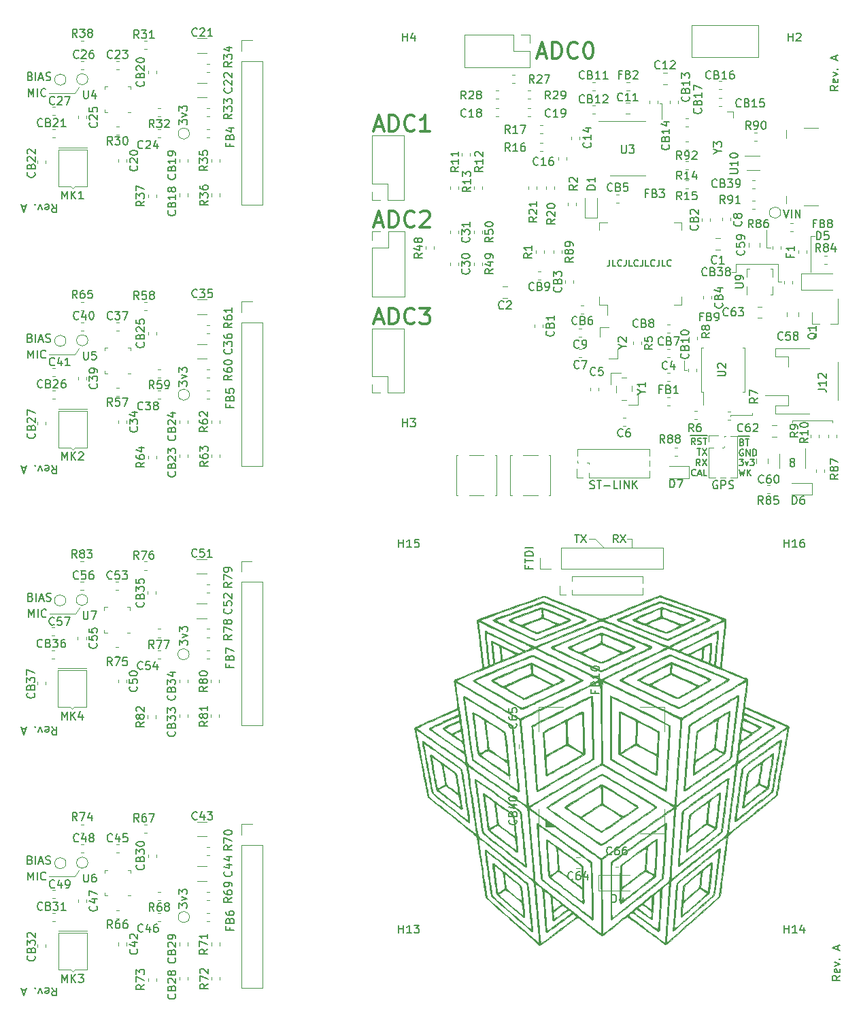
<source format=gto>
%TF.GenerationSoftware,KiCad,Pcbnew,5.1.6-c6e7f7d~86~ubuntu18.04.1*%
%TF.CreationDate,2020-07-05T20:54:57+02:00*%
%TF.ProjectId,kleinvoet,6b6c6569-6e76-46f6-9574-2e6b69636164,Rev. A*%
%TF.SameCoordinates,Original*%
%TF.FileFunction,Legend,Top*%
%TF.FilePolarity,Positive*%
%FSLAX46Y46*%
G04 Gerber Fmt 4.6, Leading zero omitted, Abs format (unit mm)*
G04 Created by KiCad (PCBNEW 5.1.6-c6e7f7d~86~ubuntu18.04.1) date 2020-07-05 20:54:57*
%MOMM*%
%LPD*%
G01*
G04 APERTURE LIST*
%ADD10C,0.120000*%
%ADD11C,0.150000*%
%ADD12C,0.300000*%
%ADD13C,0.010000*%
%ADD14C,0.100000*%
G04 APERTURE END LIST*
D10*
X137550000Y-75450000D02*
X137850000Y-75450000D01*
X137550000Y-74250000D02*
X137550000Y-75450000D01*
D11*
X138950000Y-88535714D02*
X138911905Y-88573809D01*
X138797619Y-88611904D01*
X138721428Y-88611904D01*
X138607143Y-88573809D01*
X138530952Y-88497619D01*
X138492857Y-88421428D01*
X138454762Y-88269047D01*
X138454762Y-88154761D01*
X138492857Y-88002380D01*
X138530952Y-87926190D01*
X138607143Y-87850000D01*
X138721428Y-87811904D01*
X138797619Y-87811904D01*
X138911905Y-87850000D01*
X138950000Y-87888095D01*
X139254762Y-88383333D02*
X139635714Y-88383333D01*
X139178571Y-88611904D02*
X139445238Y-87811904D01*
X139711905Y-88611904D01*
X140359524Y-88611904D02*
X139978571Y-88611904D01*
X139978571Y-87811904D01*
X139521428Y-87311904D02*
X139254762Y-86930952D01*
X139064285Y-87311904D02*
X139064285Y-86511904D01*
X139369047Y-86511904D01*
X139445238Y-86550000D01*
X139483333Y-86588095D01*
X139521428Y-86664285D01*
X139521428Y-86778571D01*
X139483333Y-86854761D01*
X139445238Y-86892857D01*
X139369047Y-86930952D01*
X139064285Y-86930952D01*
X139788095Y-86511904D02*
X140321428Y-87311904D01*
X140321428Y-86511904D02*
X139788095Y-87311904D01*
X139140476Y-85211904D02*
X139597619Y-85211904D01*
X139369047Y-86011904D02*
X139369047Y-85211904D01*
X139788095Y-85211904D02*
X140321428Y-86011904D01*
X140321428Y-85211904D02*
X139788095Y-86011904D01*
X138264285Y-83579000D02*
X139064285Y-83579000D01*
X138911904Y-84711904D02*
X138645238Y-84330952D01*
X138454761Y-84711904D02*
X138454761Y-83911904D01*
X138759523Y-83911904D01*
X138835714Y-83950000D01*
X138873809Y-83988095D01*
X138911904Y-84064285D01*
X138911904Y-84178571D01*
X138873809Y-84254761D01*
X138835714Y-84292857D01*
X138759523Y-84330952D01*
X138454761Y-84330952D01*
X139064285Y-83579000D02*
X139826190Y-83579000D01*
X139216666Y-84673809D02*
X139330952Y-84711904D01*
X139521428Y-84711904D01*
X139597619Y-84673809D01*
X139635714Y-84635714D01*
X139673809Y-84559523D01*
X139673809Y-84483333D01*
X139635714Y-84407142D01*
X139597619Y-84369047D01*
X139521428Y-84330952D01*
X139369047Y-84292857D01*
X139292857Y-84254761D01*
X139254761Y-84216666D01*
X139216666Y-84140476D01*
X139216666Y-84064285D01*
X139254761Y-83988095D01*
X139292857Y-83950000D01*
X139369047Y-83911904D01*
X139559523Y-83911904D01*
X139673809Y-83950000D01*
X139826190Y-83579000D02*
X140435714Y-83579000D01*
X139902380Y-83911904D02*
X140359523Y-83911904D01*
X140130952Y-84711904D02*
X140130952Y-83911904D01*
X144264286Y-83679000D02*
X145064286Y-83679000D01*
X144721428Y-84392857D02*
X144835714Y-84430952D01*
X144873809Y-84469047D01*
X144911905Y-84545238D01*
X144911905Y-84659523D01*
X144873809Y-84735714D01*
X144835714Y-84773809D01*
X144759524Y-84811904D01*
X144454762Y-84811904D01*
X144454762Y-84011904D01*
X144721428Y-84011904D01*
X144797619Y-84050000D01*
X144835714Y-84088095D01*
X144873809Y-84164285D01*
X144873809Y-84240476D01*
X144835714Y-84316666D01*
X144797619Y-84354761D01*
X144721428Y-84392857D01*
X144454762Y-84392857D01*
X145064286Y-83679000D02*
X145673809Y-83679000D01*
X145140476Y-84011904D02*
X145597619Y-84011904D01*
X145369048Y-84811904D02*
X145369048Y-84011904D01*
X144378571Y-87811904D02*
X144569048Y-88611904D01*
X144721429Y-88040476D01*
X144873809Y-88611904D01*
X145064286Y-87811904D01*
X145369048Y-88611904D02*
X145369048Y-87811904D01*
X145826190Y-88611904D02*
X145483333Y-88154761D01*
X145826190Y-87811904D02*
X145369048Y-88269047D01*
X144378571Y-86511904D02*
X144873809Y-86511904D01*
X144607142Y-86816666D01*
X144721428Y-86816666D01*
X144797618Y-86854761D01*
X144835713Y-86892857D01*
X144873809Y-86969047D01*
X144873809Y-87159523D01*
X144835713Y-87235714D01*
X144797618Y-87273809D01*
X144721428Y-87311904D01*
X144492856Y-87311904D01*
X144416666Y-87273809D01*
X144378571Y-87235714D01*
X145140475Y-86778571D02*
X145330952Y-87311904D01*
X145521428Y-86778571D01*
X145749999Y-86511904D02*
X146245237Y-86511904D01*
X145978571Y-86816666D01*
X146092856Y-86816666D01*
X146169047Y-86854761D01*
X146207142Y-86892857D01*
X146245237Y-86969047D01*
X146245237Y-87159523D01*
X146207142Y-87235714D01*
X146169047Y-87273809D01*
X146092856Y-87311904D01*
X145864285Y-87311904D01*
X145788094Y-87273809D01*
X145749999Y-87235714D01*
X144873809Y-85350000D02*
X144797618Y-85311904D01*
X144683333Y-85311904D01*
X144569047Y-85350000D01*
X144492856Y-85426190D01*
X144454761Y-85502380D01*
X144416666Y-85654761D01*
X144416666Y-85769047D01*
X144454761Y-85921428D01*
X144492856Y-85997619D01*
X144569047Y-86073809D01*
X144683333Y-86111904D01*
X144759523Y-86111904D01*
X144873809Y-86073809D01*
X144911904Y-86035714D01*
X144911904Y-85769047D01*
X144759523Y-85769047D01*
X145254761Y-86111904D02*
X145254761Y-85311904D01*
X145711904Y-86111904D01*
X145711904Y-85311904D01*
X146092856Y-86111904D02*
X146092856Y-85311904D01*
X146283333Y-85311904D01*
X146397618Y-85350000D01*
X146473809Y-85426190D01*
X146511904Y-85502380D01*
X146549999Y-85654761D01*
X146549999Y-85769047D01*
X146511904Y-85921428D01*
X146473809Y-85997619D01*
X146397618Y-86073809D01*
X146283333Y-86111904D01*
X146092856Y-86111904D01*
D10*
X138500000Y-32500000D02*
X146750000Y-32500000D01*
X138500000Y-36500000D02*
X138500000Y-32500000D01*
X146750000Y-36500000D02*
X138500000Y-36500000D01*
X146750000Y-32500000D02*
X146750000Y-36500000D01*
X144000000Y-63250000D02*
X143500000Y-63250000D01*
X144000000Y-62250000D02*
X144000000Y-63250000D01*
X149250000Y-62250000D02*
X144000000Y-62250000D01*
X149250000Y-62500000D02*
X149250000Y-62250000D01*
X149250000Y-64450000D02*
X149250000Y-62500000D01*
D11*
X149904761Y-55452380D02*
X150238095Y-56452380D01*
X150571428Y-55452380D01*
X150904761Y-56452380D02*
X150904761Y-55452380D01*
X151380952Y-56452380D02*
X151380952Y-55452380D01*
X151952380Y-56452380D01*
X151952380Y-55452380D01*
D10*
X58452500Y-40955000D02*
X61702500Y-40955000D01*
X61702500Y-40955000D02*
X62202500Y-40205000D01*
X58432500Y-73505000D02*
X61682500Y-73505000D01*
X61682500Y-73505000D02*
X62182500Y-72755000D01*
X58432500Y-138455000D02*
X61682500Y-138455000D01*
X61682500Y-138455000D02*
X62182500Y-137705000D01*
D11*
X58797619Y-54797619D02*
X59130952Y-55273809D01*
X59369047Y-54797619D02*
X59369047Y-55797619D01*
X58988095Y-55797619D01*
X58892857Y-55750000D01*
X58845238Y-55702380D01*
X58797619Y-55607142D01*
X58797619Y-55464285D01*
X58845238Y-55369047D01*
X58892857Y-55321428D01*
X58988095Y-55273809D01*
X59369047Y-55273809D01*
X57988095Y-54845238D02*
X58083333Y-54797619D01*
X58273809Y-54797619D01*
X58369047Y-54845238D01*
X58416666Y-54940476D01*
X58416666Y-55321428D01*
X58369047Y-55416666D01*
X58273809Y-55464285D01*
X58083333Y-55464285D01*
X57988095Y-55416666D01*
X57940476Y-55321428D01*
X57940476Y-55226190D01*
X58416666Y-55130952D01*
X57607142Y-55464285D02*
X57369047Y-54797619D01*
X57130952Y-55464285D01*
X56750000Y-54892857D02*
X56702380Y-54845238D01*
X56750000Y-54797619D01*
X56797619Y-54845238D01*
X56750000Y-54892857D01*
X56750000Y-54797619D01*
X55559523Y-55083333D02*
X55083333Y-55083333D01*
X55654761Y-54797619D02*
X55321428Y-55797619D01*
X54988095Y-54797619D01*
X56131071Y-38883571D02*
X56273928Y-38931190D01*
X56321547Y-38978809D01*
X56369166Y-39074047D01*
X56369166Y-39216904D01*
X56321547Y-39312142D01*
X56273928Y-39359761D01*
X56178690Y-39407380D01*
X55797738Y-39407380D01*
X55797738Y-38407380D01*
X56131071Y-38407380D01*
X56226309Y-38455000D01*
X56273928Y-38502619D01*
X56321547Y-38597857D01*
X56321547Y-38693095D01*
X56273928Y-38788333D01*
X56226309Y-38835952D01*
X56131071Y-38883571D01*
X55797738Y-38883571D01*
X56797738Y-39407380D02*
X56797738Y-38407380D01*
X57226309Y-39121666D02*
X57702500Y-39121666D01*
X57131071Y-39407380D02*
X57464404Y-38407380D01*
X57797738Y-39407380D01*
X58083452Y-39359761D02*
X58226309Y-39407380D01*
X58464404Y-39407380D01*
X58559642Y-39359761D01*
X58607261Y-39312142D01*
X58654880Y-39216904D01*
X58654880Y-39121666D01*
X58607261Y-39026428D01*
X58559642Y-38978809D01*
X58464404Y-38931190D01*
X58273928Y-38883571D01*
X58178690Y-38835952D01*
X58131071Y-38788333D01*
X58083452Y-38693095D01*
X58083452Y-38597857D01*
X58131071Y-38502619D01*
X58178690Y-38455000D01*
X58273928Y-38407380D01*
X58512023Y-38407380D01*
X58654880Y-38455000D01*
X55881071Y-41407380D02*
X55881071Y-40407380D01*
X56214404Y-41121666D01*
X56547738Y-40407380D01*
X56547738Y-41407380D01*
X57023928Y-41407380D02*
X57023928Y-40407380D01*
X58071547Y-41312142D02*
X58023928Y-41359761D01*
X57881071Y-41407380D01*
X57785833Y-41407380D01*
X57642976Y-41359761D01*
X57547738Y-41264523D01*
X57500119Y-41169285D01*
X57452500Y-40978809D01*
X57452500Y-40835952D01*
X57500119Y-40645476D01*
X57547738Y-40550238D01*
X57642976Y-40455000D01*
X57785833Y-40407380D01*
X57881071Y-40407380D01*
X58023928Y-40455000D01*
X58071547Y-40502619D01*
X74654880Y-44895476D02*
X74654880Y-44276428D01*
X75035833Y-44609761D01*
X75035833Y-44466904D01*
X75083452Y-44371666D01*
X75131071Y-44324047D01*
X75226309Y-44276428D01*
X75464404Y-44276428D01*
X75559642Y-44324047D01*
X75607261Y-44371666D01*
X75654880Y-44466904D01*
X75654880Y-44752619D01*
X75607261Y-44847857D01*
X75559642Y-44895476D01*
X74988214Y-43943095D02*
X75654880Y-43705000D01*
X74988214Y-43466904D01*
X74654880Y-43181190D02*
X74654880Y-42562142D01*
X75035833Y-42895476D01*
X75035833Y-42752619D01*
X75083452Y-42657380D01*
X75131071Y-42609761D01*
X75226309Y-42562142D01*
X75464404Y-42562142D01*
X75559642Y-42609761D01*
X75607261Y-42657380D01*
X75654880Y-42752619D01*
X75654880Y-43038333D01*
X75607261Y-43133571D01*
X75559642Y-43181190D01*
X58797619Y-87297619D02*
X59130952Y-87773809D01*
X59369047Y-87297619D02*
X59369047Y-88297619D01*
X58988095Y-88297619D01*
X58892857Y-88250000D01*
X58845238Y-88202380D01*
X58797619Y-88107142D01*
X58797619Y-87964285D01*
X58845238Y-87869047D01*
X58892857Y-87821428D01*
X58988095Y-87773809D01*
X59369047Y-87773809D01*
X57988095Y-87345238D02*
X58083333Y-87297619D01*
X58273809Y-87297619D01*
X58369047Y-87345238D01*
X58416666Y-87440476D01*
X58416666Y-87821428D01*
X58369047Y-87916666D01*
X58273809Y-87964285D01*
X58083333Y-87964285D01*
X57988095Y-87916666D01*
X57940476Y-87821428D01*
X57940476Y-87726190D01*
X58416666Y-87630952D01*
X57607142Y-87964285D02*
X57369047Y-87297619D01*
X57130952Y-87964285D01*
X56750000Y-87392857D02*
X56702380Y-87345238D01*
X56750000Y-87297619D01*
X56797619Y-87345238D01*
X56750000Y-87392857D01*
X56750000Y-87297619D01*
X55559523Y-87583333D02*
X55083333Y-87583333D01*
X55654761Y-87297619D02*
X55321428Y-88297619D01*
X54988095Y-87297619D01*
X56111071Y-71433571D02*
X56253928Y-71481190D01*
X56301547Y-71528809D01*
X56349166Y-71624047D01*
X56349166Y-71766904D01*
X56301547Y-71862142D01*
X56253928Y-71909761D01*
X56158690Y-71957380D01*
X55777738Y-71957380D01*
X55777738Y-70957380D01*
X56111071Y-70957380D01*
X56206309Y-71005000D01*
X56253928Y-71052619D01*
X56301547Y-71147857D01*
X56301547Y-71243095D01*
X56253928Y-71338333D01*
X56206309Y-71385952D01*
X56111071Y-71433571D01*
X55777738Y-71433571D01*
X56777738Y-71957380D02*
X56777738Y-70957380D01*
X57206309Y-71671666D02*
X57682500Y-71671666D01*
X57111071Y-71957380D02*
X57444404Y-70957380D01*
X57777738Y-71957380D01*
X58063452Y-71909761D02*
X58206309Y-71957380D01*
X58444404Y-71957380D01*
X58539642Y-71909761D01*
X58587261Y-71862142D01*
X58634880Y-71766904D01*
X58634880Y-71671666D01*
X58587261Y-71576428D01*
X58539642Y-71528809D01*
X58444404Y-71481190D01*
X58253928Y-71433571D01*
X58158690Y-71385952D01*
X58111071Y-71338333D01*
X58063452Y-71243095D01*
X58063452Y-71147857D01*
X58111071Y-71052619D01*
X58158690Y-71005000D01*
X58253928Y-70957380D01*
X58492023Y-70957380D01*
X58634880Y-71005000D01*
X55861071Y-73957380D02*
X55861071Y-72957380D01*
X56194404Y-73671666D01*
X56527738Y-72957380D01*
X56527738Y-73957380D01*
X57003928Y-73957380D02*
X57003928Y-72957380D01*
X58051547Y-73862142D02*
X58003928Y-73909761D01*
X57861071Y-73957380D01*
X57765833Y-73957380D01*
X57622976Y-73909761D01*
X57527738Y-73814523D01*
X57480119Y-73719285D01*
X57432500Y-73528809D01*
X57432500Y-73385952D01*
X57480119Y-73195476D01*
X57527738Y-73100238D01*
X57622976Y-73005000D01*
X57765833Y-72957380D01*
X57861071Y-72957380D01*
X58003928Y-73005000D01*
X58051547Y-73052619D01*
X74634880Y-77445476D02*
X74634880Y-76826428D01*
X75015833Y-77159761D01*
X75015833Y-77016904D01*
X75063452Y-76921666D01*
X75111071Y-76874047D01*
X75206309Y-76826428D01*
X75444404Y-76826428D01*
X75539642Y-76874047D01*
X75587261Y-76921666D01*
X75634880Y-77016904D01*
X75634880Y-77302619D01*
X75587261Y-77397857D01*
X75539642Y-77445476D01*
X74968214Y-76493095D02*
X75634880Y-76255000D01*
X74968214Y-76016904D01*
X74634880Y-75731190D02*
X74634880Y-75112142D01*
X75015833Y-75445476D01*
X75015833Y-75302619D01*
X75063452Y-75207380D01*
X75111071Y-75159761D01*
X75206309Y-75112142D01*
X75444404Y-75112142D01*
X75539642Y-75159761D01*
X75587261Y-75207380D01*
X75634880Y-75302619D01*
X75634880Y-75588333D01*
X75587261Y-75683571D01*
X75539642Y-75731190D01*
X58797619Y-152297619D02*
X59130952Y-152773809D01*
X59369047Y-152297619D02*
X59369047Y-153297619D01*
X58988095Y-153297619D01*
X58892857Y-153250000D01*
X58845238Y-153202380D01*
X58797619Y-153107142D01*
X58797619Y-152964285D01*
X58845238Y-152869047D01*
X58892857Y-152821428D01*
X58988095Y-152773809D01*
X59369047Y-152773809D01*
X57988095Y-152345238D02*
X58083333Y-152297619D01*
X58273809Y-152297619D01*
X58369047Y-152345238D01*
X58416666Y-152440476D01*
X58416666Y-152821428D01*
X58369047Y-152916666D01*
X58273809Y-152964285D01*
X58083333Y-152964285D01*
X57988095Y-152916666D01*
X57940476Y-152821428D01*
X57940476Y-152726190D01*
X58416666Y-152630952D01*
X57607142Y-152964285D02*
X57369047Y-152297619D01*
X57130952Y-152964285D01*
X56750000Y-152392857D02*
X56702380Y-152345238D01*
X56750000Y-152297619D01*
X56797619Y-152345238D01*
X56750000Y-152392857D01*
X56750000Y-152297619D01*
X55559523Y-152583333D02*
X55083333Y-152583333D01*
X55654761Y-152297619D02*
X55321428Y-153297619D01*
X54988095Y-152297619D01*
X56111071Y-136383571D02*
X56253928Y-136431190D01*
X56301547Y-136478809D01*
X56349166Y-136574047D01*
X56349166Y-136716904D01*
X56301547Y-136812142D01*
X56253928Y-136859761D01*
X56158690Y-136907380D01*
X55777738Y-136907380D01*
X55777738Y-135907380D01*
X56111071Y-135907380D01*
X56206309Y-135955000D01*
X56253928Y-136002619D01*
X56301547Y-136097857D01*
X56301547Y-136193095D01*
X56253928Y-136288333D01*
X56206309Y-136335952D01*
X56111071Y-136383571D01*
X55777738Y-136383571D01*
X56777738Y-136907380D02*
X56777738Y-135907380D01*
X57206309Y-136621666D02*
X57682500Y-136621666D01*
X57111071Y-136907380D02*
X57444404Y-135907380D01*
X57777738Y-136907380D01*
X58063452Y-136859761D02*
X58206309Y-136907380D01*
X58444404Y-136907380D01*
X58539642Y-136859761D01*
X58587261Y-136812142D01*
X58634880Y-136716904D01*
X58634880Y-136621666D01*
X58587261Y-136526428D01*
X58539642Y-136478809D01*
X58444404Y-136431190D01*
X58253928Y-136383571D01*
X58158690Y-136335952D01*
X58111071Y-136288333D01*
X58063452Y-136193095D01*
X58063452Y-136097857D01*
X58111071Y-136002619D01*
X58158690Y-135955000D01*
X58253928Y-135907380D01*
X58492023Y-135907380D01*
X58634880Y-135955000D01*
X55861071Y-138907380D02*
X55861071Y-137907380D01*
X56194404Y-138621666D01*
X56527738Y-137907380D01*
X56527738Y-138907380D01*
X57003928Y-138907380D02*
X57003928Y-137907380D01*
X58051547Y-138812142D02*
X58003928Y-138859761D01*
X57861071Y-138907380D01*
X57765833Y-138907380D01*
X57622976Y-138859761D01*
X57527738Y-138764523D01*
X57480119Y-138669285D01*
X57432500Y-138478809D01*
X57432500Y-138335952D01*
X57480119Y-138145476D01*
X57527738Y-138050238D01*
X57622976Y-137955000D01*
X57765833Y-137907380D01*
X57861071Y-137907380D01*
X58003928Y-137955000D01*
X58051547Y-138002619D01*
X74634880Y-142395476D02*
X74634880Y-141776428D01*
X75015833Y-142109761D01*
X75015833Y-141966904D01*
X75063452Y-141871666D01*
X75111071Y-141824047D01*
X75206309Y-141776428D01*
X75444404Y-141776428D01*
X75539642Y-141824047D01*
X75587261Y-141871666D01*
X75634880Y-141966904D01*
X75634880Y-142252619D01*
X75587261Y-142347857D01*
X75539642Y-142395476D01*
X74968214Y-141443095D02*
X75634880Y-141205000D01*
X74968214Y-140966904D01*
X74634880Y-140681190D02*
X74634880Y-140062142D01*
X75015833Y-140395476D01*
X75015833Y-140252619D01*
X75063452Y-140157380D01*
X75111071Y-140109761D01*
X75206309Y-140062142D01*
X75444404Y-140062142D01*
X75539642Y-140109761D01*
X75587261Y-140157380D01*
X75634880Y-140252619D01*
X75634880Y-140538333D01*
X75587261Y-140633571D01*
X75539642Y-140681190D01*
X74702380Y-109690476D02*
X74702380Y-109071428D01*
X75083333Y-109404761D01*
X75083333Y-109261904D01*
X75130952Y-109166666D01*
X75178571Y-109119047D01*
X75273809Y-109071428D01*
X75511904Y-109071428D01*
X75607142Y-109119047D01*
X75654761Y-109166666D01*
X75702380Y-109261904D01*
X75702380Y-109547619D01*
X75654761Y-109642857D01*
X75607142Y-109690476D01*
X75035714Y-108738095D02*
X75702380Y-108500000D01*
X75035714Y-108261904D01*
X74702380Y-107976190D02*
X74702380Y-107357142D01*
X75083333Y-107690476D01*
X75083333Y-107547619D01*
X75130952Y-107452380D01*
X75178571Y-107404761D01*
X75273809Y-107357142D01*
X75511904Y-107357142D01*
X75607142Y-107404761D01*
X75654761Y-107452380D01*
X75702380Y-107547619D01*
X75702380Y-107833333D01*
X75654761Y-107928571D01*
X75607142Y-107976190D01*
D10*
X61750000Y-105750000D02*
X62250000Y-105000000D01*
X58500000Y-105750000D02*
X61750000Y-105750000D01*
D11*
X55928571Y-106202380D02*
X55928571Y-105202380D01*
X56261904Y-105916666D01*
X56595238Y-105202380D01*
X56595238Y-106202380D01*
X57071428Y-106202380D02*
X57071428Y-105202380D01*
X58119047Y-106107142D02*
X58071428Y-106154761D01*
X57928571Y-106202380D01*
X57833333Y-106202380D01*
X57690476Y-106154761D01*
X57595238Y-106059523D01*
X57547619Y-105964285D01*
X57500000Y-105773809D01*
X57500000Y-105630952D01*
X57547619Y-105440476D01*
X57595238Y-105345238D01*
X57690476Y-105250000D01*
X57833333Y-105202380D01*
X57928571Y-105202380D01*
X58071428Y-105250000D01*
X58119047Y-105297619D01*
X56178571Y-103678571D02*
X56321428Y-103726190D01*
X56369047Y-103773809D01*
X56416666Y-103869047D01*
X56416666Y-104011904D01*
X56369047Y-104107142D01*
X56321428Y-104154761D01*
X56226190Y-104202380D01*
X55845238Y-104202380D01*
X55845238Y-103202380D01*
X56178571Y-103202380D01*
X56273809Y-103250000D01*
X56321428Y-103297619D01*
X56369047Y-103392857D01*
X56369047Y-103488095D01*
X56321428Y-103583333D01*
X56273809Y-103630952D01*
X56178571Y-103678571D01*
X55845238Y-103678571D01*
X56845238Y-104202380D02*
X56845238Y-103202380D01*
X57273809Y-103916666D02*
X57750000Y-103916666D01*
X57178571Y-104202380D02*
X57511904Y-103202380D01*
X57845238Y-104202380D01*
X58130952Y-104154761D02*
X58273809Y-104202380D01*
X58511904Y-104202380D01*
X58607142Y-104154761D01*
X58654761Y-104107142D01*
X58702380Y-104011904D01*
X58702380Y-103916666D01*
X58654761Y-103821428D01*
X58607142Y-103773809D01*
X58511904Y-103726190D01*
X58321428Y-103678571D01*
X58226190Y-103630952D01*
X58178571Y-103583333D01*
X58130952Y-103488095D01*
X58130952Y-103392857D01*
X58178571Y-103297619D01*
X58226190Y-103250000D01*
X58321428Y-103202380D01*
X58559523Y-103202380D01*
X58702380Y-103250000D01*
X141660714Y-89250000D02*
X141565476Y-89202380D01*
X141422619Y-89202380D01*
X141279761Y-89250000D01*
X141184523Y-89345238D01*
X141136904Y-89440476D01*
X141089285Y-89630952D01*
X141089285Y-89773809D01*
X141136904Y-89964285D01*
X141184523Y-90059523D01*
X141279761Y-90154761D01*
X141422619Y-90202380D01*
X141517857Y-90202380D01*
X141660714Y-90154761D01*
X141708333Y-90107142D01*
X141708333Y-89773809D01*
X141517857Y-89773809D01*
X142136904Y-90202380D02*
X142136904Y-89202380D01*
X142517857Y-89202380D01*
X142613095Y-89250000D01*
X142660714Y-89297619D01*
X142708333Y-89392857D01*
X142708333Y-89535714D01*
X142660714Y-89630952D01*
X142613095Y-89678571D01*
X142517857Y-89726190D01*
X142136904Y-89726190D01*
X143089285Y-90154761D02*
X143232142Y-90202380D01*
X143470238Y-90202380D01*
X143565476Y-90154761D01*
X143613095Y-90107142D01*
X143660714Y-90011904D01*
X143660714Y-89916666D01*
X143613095Y-89821428D01*
X143565476Y-89773809D01*
X143470238Y-89726190D01*
X143279761Y-89678571D01*
X143184523Y-89630952D01*
X143136904Y-89583333D01*
X143089285Y-89488095D01*
X143089285Y-89392857D01*
X143136904Y-89297619D01*
X143184523Y-89250000D01*
X143279761Y-89202380D01*
X143517857Y-89202380D01*
X143660714Y-89250000D01*
X125797619Y-90154761D02*
X125940476Y-90202380D01*
X126178571Y-90202380D01*
X126273809Y-90154761D01*
X126321428Y-90107142D01*
X126369047Y-90011904D01*
X126369047Y-89916666D01*
X126321428Y-89821428D01*
X126273809Y-89773809D01*
X126178571Y-89726190D01*
X125988095Y-89678571D01*
X125892857Y-89630952D01*
X125845238Y-89583333D01*
X125797619Y-89488095D01*
X125797619Y-89392857D01*
X125845238Y-89297619D01*
X125892857Y-89250000D01*
X125988095Y-89202380D01*
X126226190Y-89202380D01*
X126369047Y-89250000D01*
X126654761Y-89202380D02*
X127226190Y-89202380D01*
X126940476Y-90202380D02*
X126940476Y-89202380D01*
X127559523Y-89821428D02*
X128321428Y-89821428D01*
X129273809Y-90202380D02*
X128797619Y-90202380D01*
X128797619Y-89202380D01*
X129607142Y-90202380D02*
X129607142Y-89202380D01*
X130083333Y-90202380D02*
X130083333Y-89202380D01*
X130654761Y-90202380D01*
X130654761Y-89202380D01*
X131130952Y-90202380D02*
X131130952Y-89202380D01*
X131702380Y-90202380D02*
X131273809Y-89630952D01*
X131702380Y-89202380D02*
X131130952Y-89773809D01*
X58797619Y-119797619D02*
X59130952Y-120273809D01*
X59369047Y-119797619D02*
X59369047Y-120797619D01*
X58988095Y-120797619D01*
X58892857Y-120750000D01*
X58845238Y-120702380D01*
X58797619Y-120607142D01*
X58797619Y-120464285D01*
X58845238Y-120369047D01*
X58892857Y-120321428D01*
X58988095Y-120273809D01*
X59369047Y-120273809D01*
X57988095Y-119845238D02*
X58083333Y-119797619D01*
X58273809Y-119797619D01*
X58369047Y-119845238D01*
X58416666Y-119940476D01*
X58416666Y-120321428D01*
X58369047Y-120416666D01*
X58273809Y-120464285D01*
X58083333Y-120464285D01*
X57988095Y-120416666D01*
X57940476Y-120321428D01*
X57940476Y-120226190D01*
X58416666Y-120130952D01*
X57607142Y-120464285D02*
X57369047Y-119797619D01*
X57130952Y-120464285D01*
X56750000Y-119892857D02*
X56702380Y-119845238D01*
X56750000Y-119797619D01*
X56797619Y-119845238D01*
X56750000Y-119892857D01*
X56750000Y-119797619D01*
X55559523Y-120083333D02*
X55083333Y-120083333D01*
X55654761Y-119797619D02*
X55321428Y-120797619D01*
X54988095Y-119797619D01*
X156702380Y-40047619D02*
X156226190Y-40380952D01*
X156702380Y-40619047D02*
X155702380Y-40619047D01*
X155702380Y-40238095D01*
X155750000Y-40142857D01*
X155797619Y-40095238D01*
X155892857Y-40047619D01*
X156035714Y-40047619D01*
X156130952Y-40095238D01*
X156178571Y-40142857D01*
X156226190Y-40238095D01*
X156226190Y-40619047D01*
X156654761Y-39238095D02*
X156702380Y-39333333D01*
X156702380Y-39523809D01*
X156654761Y-39619047D01*
X156559523Y-39666666D01*
X156178571Y-39666666D01*
X156083333Y-39619047D01*
X156035714Y-39523809D01*
X156035714Y-39333333D01*
X156083333Y-39238095D01*
X156178571Y-39190476D01*
X156273809Y-39190476D01*
X156369047Y-39666666D01*
X156035714Y-38857142D02*
X156702380Y-38619047D01*
X156035714Y-38380952D01*
X156607142Y-38000000D02*
X156654761Y-37952380D01*
X156702380Y-38000000D01*
X156654761Y-38047619D01*
X156607142Y-38000000D01*
X156702380Y-38000000D01*
X156416666Y-36809523D02*
X156416666Y-36333333D01*
X156702380Y-36904761D02*
X155702380Y-36571428D01*
X156702380Y-36238095D01*
X156952380Y-150797619D02*
X156476190Y-151130952D01*
X156952380Y-151369047D02*
X155952380Y-151369047D01*
X155952380Y-150988095D01*
X156000000Y-150892857D01*
X156047619Y-150845238D01*
X156142857Y-150797619D01*
X156285714Y-150797619D01*
X156380952Y-150845238D01*
X156428571Y-150892857D01*
X156476190Y-150988095D01*
X156476190Y-151369047D01*
X156904761Y-149988095D02*
X156952380Y-150083333D01*
X156952380Y-150273809D01*
X156904761Y-150369047D01*
X156809523Y-150416666D01*
X156428571Y-150416666D01*
X156333333Y-150369047D01*
X156285714Y-150273809D01*
X156285714Y-150083333D01*
X156333333Y-149988095D01*
X156428571Y-149940476D01*
X156523809Y-149940476D01*
X156619047Y-150416666D01*
X156285714Y-149607142D02*
X156952380Y-149369047D01*
X156285714Y-149130952D01*
X156857142Y-148750000D02*
X156904761Y-148702380D01*
X156952380Y-148750000D01*
X156904761Y-148797619D01*
X156857142Y-148750000D01*
X156952380Y-148750000D01*
X156666666Y-147559523D02*
X156666666Y-147083333D01*
X156952380Y-147654761D02*
X155952380Y-147321428D01*
X156952380Y-146988095D01*
D12*
X99011428Y-69143333D02*
X99963809Y-69143333D01*
X98820952Y-69714761D02*
X99487619Y-67714761D01*
X100154285Y-69714761D01*
X100820952Y-69714761D02*
X100820952Y-67714761D01*
X101297142Y-67714761D01*
X101582857Y-67810000D01*
X101773333Y-68000476D01*
X101868571Y-68190952D01*
X101963809Y-68571904D01*
X101963809Y-68857619D01*
X101868571Y-69238571D01*
X101773333Y-69429047D01*
X101582857Y-69619523D01*
X101297142Y-69714761D01*
X100820952Y-69714761D01*
X103963809Y-69524285D02*
X103868571Y-69619523D01*
X103582857Y-69714761D01*
X103392380Y-69714761D01*
X103106666Y-69619523D01*
X102916190Y-69429047D01*
X102820952Y-69238571D01*
X102725714Y-68857619D01*
X102725714Y-68571904D01*
X102820952Y-68190952D01*
X102916190Y-68000476D01*
X103106666Y-67810000D01*
X103392380Y-67714761D01*
X103582857Y-67714761D01*
X103868571Y-67810000D01*
X103963809Y-67905238D01*
X104630476Y-67714761D02*
X105868571Y-67714761D01*
X105201904Y-68476666D01*
X105487619Y-68476666D01*
X105678095Y-68571904D01*
X105773333Y-68667142D01*
X105868571Y-68857619D01*
X105868571Y-69333809D01*
X105773333Y-69524285D01*
X105678095Y-69619523D01*
X105487619Y-69714761D01*
X104916190Y-69714761D01*
X104725714Y-69619523D01*
X104630476Y-69524285D01*
X99001428Y-57083333D02*
X99953809Y-57083333D01*
X98810952Y-57654761D02*
X99477619Y-55654761D01*
X100144285Y-57654761D01*
X100810952Y-57654761D02*
X100810952Y-55654761D01*
X101287142Y-55654761D01*
X101572857Y-55750000D01*
X101763333Y-55940476D01*
X101858571Y-56130952D01*
X101953809Y-56511904D01*
X101953809Y-56797619D01*
X101858571Y-57178571D01*
X101763333Y-57369047D01*
X101572857Y-57559523D01*
X101287142Y-57654761D01*
X100810952Y-57654761D01*
X103953809Y-57464285D02*
X103858571Y-57559523D01*
X103572857Y-57654761D01*
X103382380Y-57654761D01*
X103096666Y-57559523D01*
X102906190Y-57369047D01*
X102810952Y-57178571D01*
X102715714Y-56797619D01*
X102715714Y-56511904D01*
X102810952Y-56130952D01*
X102906190Y-55940476D01*
X103096666Y-55750000D01*
X103382380Y-55654761D01*
X103572857Y-55654761D01*
X103858571Y-55750000D01*
X103953809Y-55845238D01*
X104715714Y-55845238D02*
X104810952Y-55750000D01*
X105001428Y-55654761D01*
X105477619Y-55654761D01*
X105668095Y-55750000D01*
X105763333Y-55845238D01*
X105858571Y-56035714D01*
X105858571Y-56226190D01*
X105763333Y-56511904D01*
X104620476Y-57654761D01*
X105858571Y-57654761D01*
X99011428Y-45143333D02*
X99963809Y-45143333D01*
X98820952Y-45714761D02*
X99487619Y-43714761D01*
X100154285Y-45714761D01*
X100820952Y-45714761D02*
X100820952Y-43714761D01*
X101297142Y-43714761D01*
X101582857Y-43810000D01*
X101773333Y-44000476D01*
X101868571Y-44190952D01*
X101963809Y-44571904D01*
X101963809Y-44857619D01*
X101868571Y-45238571D01*
X101773333Y-45429047D01*
X101582857Y-45619523D01*
X101297142Y-45714761D01*
X100820952Y-45714761D01*
X103963809Y-45524285D02*
X103868571Y-45619523D01*
X103582857Y-45714761D01*
X103392380Y-45714761D01*
X103106666Y-45619523D01*
X102916190Y-45429047D01*
X102820952Y-45238571D01*
X102725714Y-44857619D01*
X102725714Y-44571904D01*
X102820952Y-44190952D01*
X102916190Y-44000476D01*
X103106666Y-43810000D01*
X103392380Y-43714761D01*
X103582857Y-43714761D01*
X103868571Y-43810000D01*
X103963809Y-43905238D01*
X105868571Y-45714761D02*
X104725714Y-45714761D01*
X105297142Y-45714761D02*
X105297142Y-43714761D01*
X105106666Y-44000476D01*
X104916190Y-44190952D01*
X104725714Y-44286190D01*
X119321428Y-36083333D02*
X120273809Y-36083333D01*
X119130952Y-36654761D02*
X119797619Y-34654761D01*
X120464285Y-36654761D01*
X121130952Y-36654761D02*
X121130952Y-34654761D01*
X121607142Y-34654761D01*
X121892857Y-34750000D01*
X122083333Y-34940476D01*
X122178571Y-35130952D01*
X122273809Y-35511904D01*
X122273809Y-35797619D01*
X122178571Y-36178571D01*
X122083333Y-36369047D01*
X121892857Y-36559523D01*
X121607142Y-36654761D01*
X121130952Y-36654761D01*
X124273809Y-36464285D02*
X124178571Y-36559523D01*
X123892857Y-36654761D01*
X123702380Y-36654761D01*
X123416666Y-36559523D01*
X123226190Y-36369047D01*
X123130952Y-36178571D01*
X123035714Y-35797619D01*
X123035714Y-35511904D01*
X123130952Y-35130952D01*
X123226190Y-34940476D01*
X123416666Y-34750000D01*
X123702380Y-34654761D01*
X123892857Y-34654761D01*
X124178571Y-34750000D01*
X124273809Y-34845238D01*
X125511904Y-34654761D02*
X125702380Y-34654761D01*
X125892857Y-34750000D01*
X125988095Y-34845238D01*
X126083333Y-35035714D01*
X126178571Y-35416666D01*
X126178571Y-35892857D01*
X126083333Y-36273809D01*
X125988095Y-36464285D01*
X125892857Y-36559523D01*
X125702380Y-36654761D01*
X125511904Y-36654761D01*
X125321428Y-36559523D01*
X125226190Y-36464285D01*
X125130952Y-36273809D01*
X125035714Y-35892857D01*
X125035714Y-35416666D01*
X125130952Y-35035714D01*
X125226190Y-34845238D01*
X125321428Y-34750000D01*
X125511904Y-34654761D01*
D11*
X118178571Y-99826190D02*
X118178571Y-100159523D01*
X118702380Y-100159523D02*
X117702380Y-100159523D01*
X117702380Y-99683333D01*
X117702380Y-99445238D02*
X117702380Y-98873809D01*
X118702380Y-99159523D02*
X117702380Y-99159523D01*
X118702380Y-98540476D02*
X117702380Y-98540476D01*
X117702380Y-98302380D01*
X117750000Y-98159523D01*
X117845238Y-98064285D01*
X117940476Y-98016666D01*
X118130952Y-97969047D01*
X118273809Y-97969047D01*
X118464285Y-98016666D01*
X118559523Y-98064285D01*
X118654761Y-98159523D01*
X118702380Y-98302380D01*
X118702380Y-98540476D01*
X118702380Y-97540476D02*
X117702380Y-97540476D01*
D10*
X131050000Y-96450000D02*
X131050000Y-97450000D01*
X130450000Y-96450000D02*
X131050000Y-96450000D01*
X126450000Y-96450000D02*
X127450000Y-97450000D01*
X125650000Y-96450000D02*
X126450000Y-96450000D01*
D11*
X129283333Y-96902380D02*
X128950000Y-96426190D01*
X128711904Y-96902380D02*
X128711904Y-95902380D01*
X129092857Y-95902380D01*
X129188095Y-95950000D01*
X129235714Y-95997619D01*
X129283333Y-96092857D01*
X129283333Y-96235714D01*
X129235714Y-96330952D01*
X129188095Y-96378571D01*
X129092857Y-96426190D01*
X128711904Y-96426190D01*
X129616666Y-95902380D02*
X130283333Y-96902380D01*
X130283333Y-95902380D02*
X129616666Y-96902380D01*
X123888095Y-95902380D02*
X124459523Y-95902380D01*
X124173809Y-96902380D02*
X124173809Y-95902380D01*
X124697619Y-95902380D02*
X125364285Y-96902380D01*
X125364285Y-95902380D02*
X124697619Y-96902380D01*
D10*
X98650000Y-78250000D02*
X99650000Y-78250000D01*
X102650000Y-78250000D02*
X100650000Y-78250000D01*
X98650000Y-70250000D02*
X102650000Y-70250000D01*
X100650000Y-78250000D02*
X100650000Y-76250000D01*
X98650000Y-78250000D02*
X98650000Y-77250000D01*
X102650000Y-70250000D02*
X102650000Y-78250000D01*
X100650000Y-76250000D02*
X98650000Y-76250000D01*
X98650000Y-76250000D02*
X98650000Y-70250000D01*
X102650000Y-54250000D02*
X100650000Y-54250000D01*
X102650000Y-46250000D02*
X102650000Y-54250000D01*
X98650000Y-46250000D02*
X102650000Y-46250000D01*
X98650000Y-52250000D02*
X98650000Y-46250000D01*
X100650000Y-52250000D02*
X98650000Y-52250000D01*
X100650000Y-54250000D02*
X100650000Y-52250000D01*
X98650000Y-54250000D02*
X98650000Y-53250000D01*
X98650000Y-54250000D02*
X99650000Y-54250000D01*
X149250000Y-64450000D02*
X149650000Y-64450000D01*
X143250000Y-81000000D02*
X143250000Y-81250000D01*
X146000000Y-81000000D02*
X143250000Y-81000000D01*
X146000000Y-80750000D02*
X146000000Y-81000000D01*
X134750000Y-42250000D02*
X134500000Y-42250000D01*
X134750000Y-44250000D02*
X134750000Y-42250000D01*
X147750000Y-60250000D02*
X148250000Y-60250000D01*
X147750000Y-58000000D02*
X147750000Y-60250000D01*
X153250000Y-58750000D02*
X153250000Y-63250000D01*
X153750000Y-58750000D02*
X153250000Y-58750000D01*
X156000000Y-81750000D02*
X156000000Y-82000000D01*
X151000000Y-81750000D02*
X156000000Y-81750000D01*
X151000000Y-82000000D02*
X151000000Y-81750000D01*
D11*
X150904761Y-86880952D02*
X150809523Y-86833333D01*
X150761904Y-86785714D01*
X150714285Y-86690476D01*
X150714285Y-86642857D01*
X150761904Y-86547619D01*
X150809523Y-86500000D01*
X150904761Y-86452380D01*
X151095238Y-86452380D01*
X151190476Y-86500000D01*
X151238095Y-86547619D01*
X151285714Y-86642857D01*
X151285714Y-86690476D01*
X151238095Y-86785714D01*
X151190476Y-86833333D01*
X151095238Y-86880952D01*
X150904761Y-86880952D01*
X150809523Y-86928571D01*
X150761904Y-86976190D01*
X150714285Y-87071428D01*
X150714285Y-87261904D01*
X150761904Y-87357142D01*
X150809523Y-87404761D01*
X150904761Y-87452380D01*
X151095238Y-87452380D01*
X151190476Y-87404761D01*
X151238095Y-87357142D01*
X151285714Y-87261904D01*
X151285714Y-87071428D01*
X151238095Y-86976190D01*
X151190476Y-86928571D01*
X151095238Y-86880952D01*
X128254761Y-61711904D02*
X128254761Y-62283333D01*
X128216666Y-62397619D01*
X128140476Y-62473809D01*
X128026190Y-62511904D01*
X127950000Y-62511904D01*
X129016666Y-62511904D02*
X128635714Y-62511904D01*
X128635714Y-61711904D01*
X129740476Y-62435714D02*
X129702380Y-62473809D01*
X129588095Y-62511904D01*
X129511904Y-62511904D01*
X129397619Y-62473809D01*
X129321428Y-62397619D01*
X129283333Y-62321428D01*
X129245238Y-62169047D01*
X129245238Y-62054761D01*
X129283333Y-61902380D01*
X129321428Y-61826190D01*
X129397619Y-61750000D01*
X129511904Y-61711904D01*
X129588095Y-61711904D01*
X129702380Y-61750000D01*
X129740476Y-61788095D01*
X130311904Y-61711904D02*
X130311904Y-62283333D01*
X130273809Y-62397619D01*
X130197619Y-62473809D01*
X130083333Y-62511904D01*
X130007142Y-62511904D01*
X131073809Y-62511904D02*
X130692857Y-62511904D01*
X130692857Y-61711904D01*
X131797619Y-62435714D02*
X131759523Y-62473809D01*
X131645238Y-62511904D01*
X131569047Y-62511904D01*
X131454761Y-62473809D01*
X131378571Y-62397619D01*
X131340476Y-62321428D01*
X131302380Y-62169047D01*
X131302380Y-62054761D01*
X131340476Y-61902380D01*
X131378571Y-61826190D01*
X131454761Y-61750000D01*
X131569047Y-61711904D01*
X131645238Y-61711904D01*
X131759523Y-61750000D01*
X131797619Y-61788095D01*
X132369047Y-61711904D02*
X132369047Y-62283333D01*
X132330952Y-62397619D01*
X132254761Y-62473809D01*
X132140476Y-62511904D01*
X132064285Y-62511904D01*
X133130952Y-62511904D02*
X132750000Y-62511904D01*
X132750000Y-61711904D01*
X133854761Y-62435714D02*
X133816666Y-62473809D01*
X133702380Y-62511904D01*
X133626190Y-62511904D01*
X133511904Y-62473809D01*
X133435714Y-62397619D01*
X133397619Y-62321428D01*
X133359523Y-62169047D01*
X133359523Y-62054761D01*
X133397619Y-61902380D01*
X133435714Y-61826190D01*
X133511904Y-61750000D01*
X133626190Y-61711904D01*
X133702380Y-61711904D01*
X133816666Y-61750000D01*
X133854761Y-61788095D01*
X134426190Y-61711904D02*
X134426190Y-62283333D01*
X134388095Y-62397619D01*
X134311904Y-62473809D01*
X134197619Y-62511904D01*
X134121428Y-62511904D01*
X135188095Y-62511904D02*
X134807142Y-62511904D01*
X134807142Y-61711904D01*
X135911904Y-62435714D02*
X135873809Y-62473809D01*
X135759523Y-62511904D01*
X135683333Y-62511904D01*
X135569047Y-62473809D01*
X135492857Y-62397619D01*
X135454761Y-62321428D01*
X135416666Y-62169047D01*
X135416666Y-62054761D01*
X135454761Y-61902380D01*
X135492857Y-61826190D01*
X135569047Y-61750000D01*
X135683333Y-61711904D01*
X135759523Y-61711904D01*
X135873809Y-61750000D01*
X135911904Y-61788095D01*
D10*
%TO.C,J16*%
X140620000Y-83590000D02*
X141750000Y-83590000D01*
X140620000Y-84350000D02*
X140620000Y-83590000D01*
X143327530Y-83655000D02*
X144150000Y-83655000D01*
X142510000Y-83655000D02*
X142712470Y-83655000D01*
X142510000Y-83786529D02*
X142510000Y-83655000D01*
X142510000Y-85056529D02*
X142510000Y-84913471D01*
X142313471Y-85110000D02*
X142456529Y-85110000D01*
X140620000Y-85110000D02*
X141186529Y-85110000D01*
X144150000Y-83655000D02*
X144150000Y-88855000D01*
X140620000Y-85110000D02*
X140620000Y-88855000D01*
X142057530Y-88855000D02*
X142712470Y-88855000D01*
X143327530Y-88855000D02*
X144150000Y-88855000D01*
X140620000Y-88855000D02*
X141442470Y-88855000D01*
D13*
%TO.C,G\u002A\u002A\u002A*%
G36*
X136293780Y-105471684D02*
G01*
X136722270Y-105628180D01*
X137140753Y-105780909D01*
X137530611Y-105923087D01*
X137873232Y-106047927D01*
X138149999Y-106148645D01*
X138342298Y-106218454D01*
X138363726Y-106226209D01*
X138577749Y-106309936D01*
X138747246Y-106388148D01*
X138846605Y-106448492D01*
X138861538Y-106466303D01*
X138825465Y-106523550D01*
X138705432Y-106606639D01*
X138527394Y-106698616D01*
X138304124Y-106802004D01*
X138029744Y-106930020D01*
X137755134Y-107058907D01*
X137690915Y-107089186D01*
X137103766Y-107365371D01*
X136611308Y-107594795D01*
X136206879Y-107780415D01*
X135883818Y-107925186D01*
X135635464Y-108032065D01*
X135455157Y-108104006D01*
X135336235Y-108143968D01*
X135292026Y-108153761D01*
X135162932Y-108143701D01*
X134951075Y-108087160D01*
X134650398Y-107982259D01*
X134304248Y-107847129D01*
X133983237Y-107718433D01*
X133591100Y-107562564D01*
X133162014Y-107393031D01*
X132730160Y-107223338D01*
X132439580Y-107109857D01*
X132953083Y-107109857D01*
X132960280Y-107133158D01*
X133018984Y-107161803D01*
X133163877Y-107223993D01*
X133376252Y-107312230D01*
X133637401Y-107419014D01*
X133928616Y-107536847D01*
X134231191Y-107658229D01*
X134526416Y-107775661D01*
X134795586Y-107881645D01*
X135019991Y-107968682D01*
X135180925Y-108029272D01*
X135259679Y-108055917D01*
X135263804Y-108056524D01*
X135322026Y-108033313D01*
X135464634Y-107970438D01*
X135673711Y-107875968D01*
X135931342Y-107757971D01*
X136110470Y-107675206D01*
X136428246Y-107522900D01*
X136677079Y-107393262D01*
X136846150Y-107292379D01*
X136924640Y-107226338D01*
X136928915Y-107214662D01*
X136878867Y-107173447D01*
X136741223Y-107101812D01*
X136534736Y-107007211D01*
X136278157Y-106897094D01*
X135990237Y-106778915D01*
X135689728Y-106660125D01*
X135395382Y-106548177D01*
X135125951Y-106450522D01*
X134900185Y-106374614D01*
X134736836Y-106327903D01*
X134669033Y-106316550D01*
X134578866Y-106337890D01*
X134410052Y-106397552D01*
X134185944Y-106485485D01*
X133929895Y-106591635D01*
X133665256Y-106705952D01*
X133415382Y-106818384D01*
X133203625Y-106918878D01*
X133053336Y-106997384D01*
X132992426Y-107038222D01*
X132953083Y-107109857D01*
X132439580Y-107109857D01*
X132356915Y-107077574D01*
X131937108Y-106912411D01*
X131613933Y-106780373D01*
X131377762Y-106676473D01*
X131218965Y-106595725D01*
X131127913Y-106533143D01*
X131101946Y-106494192D01*
X131493615Y-106494192D01*
X131535146Y-106550730D01*
X131659183Y-106628016D01*
X131839731Y-106715635D01*
X132050791Y-106803175D01*
X132266368Y-106880221D01*
X132460465Y-106936360D01*
X132607086Y-106961177D01*
X132653464Y-106958803D01*
X132746839Y-106927629D01*
X132922689Y-106858768D01*
X133160444Y-106760648D01*
X133439539Y-106641694D01*
X133628979Y-106559127D01*
X133940271Y-106417354D01*
X134202041Y-106288459D01*
X134398336Y-106180893D01*
X134513203Y-106103103D01*
X134534330Y-106079602D01*
X134560536Y-105971845D01*
X134575150Y-105790109D01*
X134575140Y-105572981D01*
X134575044Y-105570509D01*
X134761005Y-105570509D01*
X134767041Y-105773810D01*
X134784026Y-106163170D01*
X136025804Y-106631924D01*
X136443912Y-106786510D01*
X136797150Y-106910478D01*
X137075942Y-107000746D01*
X137270715Y-107054233D01*
X137371891Y-107067857D01*
X137377028Y-107066749D01*
X137475997Y-107027495D01*
X137645612Y-106952044D01*
X137855286Y-106854154D01*
X137938803Y-106814079D01*
X138200268Y-106683886D01*
X138369674Y-106589065D01*
X138459066Y-106521327D01*
X138480490Y-106472383D01*
X138467457Y-106450261D01*
X138408409Y-106423469D01*
X138258501Y-106363903D01*
X138033021Y-106277211D01*
X137747258Y-106169042D01*
X137416501Y-106045043D01*
X137056037Y-105910864D01*
X136681156Y-105772152D01*
X136307146Y-105634557D01*
X135949297Y-105503726D01*
X135622895Y-105385308D01*
X135343231Y-105284952D01*
X135125592Y-105208305D01*
X134985267Y-105161017D01*
X134947475Y-105149790D01*
X134857684Y-105149118D01*
X134799320Y-105209868D01*
X134768416Y-105345760D01*
X134761005Y-105570509D01*
X134575044Y-105570509D01*
X134574814Y-105564656D01*
X134563147Y-105353200D01*
X134544925Y-105232334D01*
X134513168Y-105179759D01*
X134460894Y-105173176D01*
X134452649Y-105174463D01*
X134345234Y-105206545D01*
X134159262Y-105276439D01*
X133910754Y-105377001D01*
X133615729Y-105501084D01*
X133290207Y-105641545D01*
X132950209Y-105791238D01*
X132611755Y-105943019D01*
X132290864Y-106089742D01*
X132003558Y-106224261D01*
X131765857Y-106339434D01*
X131593779Y-106428113D01*
X131503347Y-106483155D01*
X131493615Y-106494192D01*
X131101946Y-106494192D01*
X131094978Y-106483740D01*
X131110530Y-106442530D01*
X131117556Y-106435756D01*
X131180708Y-106403034D01*
X131335427Y-106331901D01*
X131569262Y-106227818D01*
X131869764Y-106096245D01*
X132224483Y-105942642D01*
X132620970Y-105772471D01*
X132935336Y-105638494D01*
X134699090Y-104889038D01*
X136293780Y-105471684D01*
G37*
X136293780Y-105471684D02*
X136722270Y-105628180D01*
X137140753Y-105780909D01*
X137530611Y-105923087D01*
X137873232Y-106047927D01*
X138149999Y-106148645D01*
X138342298Y-106218454D01*
X138363726Y-106226209D01*
X138577749Y-106309936D01*
X138747246Y-106388148D01*
X138846605Y-106448492D01*
X138861538Y-106466303D01*
X138825465Y-106523550D01*
X138705432Y-106606639D01*
X138527394Y-106698616D01*
X138304124Y-106802004D01*
X138029744Y-106930020D01*
X137755134Y-107058907D01*
X137690915Y-107089186D01*
X137103766Y-107365371D01*
X136611308Y-107594795D01*
X136206879Y-107780415D01*
X135883818Y-107925186D01*
X135635464Y-108032065D01*
X135455157Y-108104006D01*
X135336235Y-108143968D01*
X135292026Y-108153761D01*
X135162932Y-108143701D01*
X134951075Y-108087160D01*
X134650398Y-107982259D01*
X134304248Y-107847129D01*
X133983237Y-107718433D01*
X133591100Y-107562564D01*
X133162014Y-107393031D01*
X132730160Y-107223338D01*
X132439580Y-107109857D01*
X132953083Y-107109857D01*
X132960280Y-107133158D01*
X133018984Y-107161803D01*
X133163877Y-107223993D01*
X133376252Y-107312230D01*
X133637401Y-107419014D01*
X133928616Y-107536847D01*
X134231191Y-107658229D01*
X134526416Y-107775661D01*
X134795586Y-107881645D01*
X135019991Y-107968682D01*
X135180925Y-108029272D01*
X135259679Y-108055917D01*
X135263804Y-108056524D01*
X135322026Y-108033313D01*
X135464634Y-107970438D01*
X135673711Y-107875968D01*
X135931342Y-107757971D01*
X136110470Y-107675206D01*
X136428246Y-107522900D01*
X136677079Y-107393262D01*
X136846150Y-107292379D01*
X136924640Y-107226338D01*
X136928915Y-107214662D01*
X136878867Y-107173447D01*
X136741223Y-107101812D01*
X136534736Y-107007211D01*
X136278157Y-106897094D01*
X135990237Y-106778915D01*
X135689728Y-106660125D01*
X135395382Y-106548177D01*
X135125951Y-106450522D01*
X134900185Y-106374614D01*
X134736836Y-106327903D01*
X134669033Y-106316550D01*
X134578866Y-106337890D01*
X134410052Y-106397552D01*
X134185944Y-106485485D01*
X133929895Y-106591635D01*
X133665256Y-106705952D01*
X133415382Y-106818384D01*
X133203625Y-106918878D01*
X133053336Y-106997384D01*
X132992426Y-107038222D01*
X132953083Y-107109857D01*
X132439580Y-107109857D01*
X132356915Y-107077574D01*
X131937108Y-106912411D01*
X131613933Y-106780373D01*
X131377762Y-106676473D01*
X131218965Y-106595725D01*
X131127913Y-106533143D01*
X131101946Y-106494192D01*
X131493615Y-106494192D01*
X131535146Y-106550730D01*
X131659183Y-106628016D01*
X131839731Y-106715635D01*
X132050791Y-106803175D01*
X132266368Y-106880221D01*
X132460465Y-106936360D01*
X132607086Y-106961177D01*
X132653464Y-106958803D01*
X132746839Y-106927629D01*
X132922689Y-106858768D01*
X133160444Y-106760648D01*
X133439539Y-106641694D01*
X133628979Y-106559127D01*
X133940271Y-106417354D01*
X134202041Y-106288459D01*
X134398336Y-106180893D01*
X134513203Y-106103103D01*
X134534330Y-106079602D01*
X134560536Y-105971845D01*
X134575150Y-105790109D01*
X134575140Y-105572981D01*
X134575044Y-105570509D01*
X134761005Y-105570509D01*
X134767041Y-105773810D01*
X134784026Y-106163170D01*
X136025804Y-106631924D01*
X136443912Y-106786510D01*
X136797150Y-106910478D01*
X137075942Y-107000746D01*
X137270715Y-107054233D01*
X137371891Y-107067857D01*
X137377028Y-107066749D01*
X137475997Y-107027495D01*
X137645612Y-106952044D01*
X137855286Y-106854154D01*
X137938803Y-106814079D01*
X138200268Y-106683886D01*
X138369674Y-106589065D01*
X138459066Y-106521327D01*
X138480490Y-106472383D01*
X138467457Y-106450261D01*
X138408409Y-106423469D01*
X138258501Y-106363903D01*
X138033021Y-106277211D01*
X137747258Y-106169042D01*
X137416501Y-106045043D01*
X137056037Y-105910864D01*
X136681156Y-105772152D01*
X136307146Y-105634557D01*
X135949297Y-105503726D01*
X135622895Y-105385308D01*
X135343231Y-105284952D01*
X135125592Y-105208305D01*
X134985267Y-105161017D01*
X134947475Y-105149790D01*
X134857684Y-105149118D01*
X134799320Y-105209868D01*
X134768416Y-105345760D01*
X134761005Y-105570509D01*
X134575044Y-105570509D01*
X134574814Y-105564656D01*
X134563147Y-105353200D01*
X134544925Y-105232334D01*
X134513168Y-105179759D01*
X134460894Y-105173176D01*
X134452649Y-105174463D01*
X134345234Y-105206545D01*
X134159262Y-105276439D01*
X133910754Y-105377001D01*
X133615729Y-105501084D01*
X133290207Y-105641545D01*
X132950209Y-105791238D01*
X132611755Y-105943019D01*
X132290864Y-106089742D01*
X132003558Y-106224261D01*
X131765857Y-106339434D01*
X131593779Y-106428113D01*
X131503347Y-106483155D01*
X131493615Y-106494192D01*
X131101946Y-106494192D01*
X131094978Y-106483740D01*
X131110530Y-106442530D01*
X131117556Y-106435756D01*
X131180708Y-106403034D01*
X131335427Y-106331901D01*
X131569262Y-106227818D01*
X131869764Y-106096245D01*
X132224483Y-105942642D01*
X132620970Y-105772471D01*
X132935336Y-105638494D01*
X134699090Y-104889038D01*
X136293780Y-105471684D01*
G36*
X119870284Y-104989341D02*
G01*
X120072689Y-105044837D01*
X120322782Y-105138849D01*
X120334248Y-105143662D01*
X120998976Y-105424449D01*
X121566058Y-105665320D01*
X122042241Y-105869327D01*
X122434270Y-106039523D01*
X122748892Y-106178961D01*
X122992853Y-106290693D01*
X123172898Y-106377772D01*
X123295774Y-106443250D01*
X123368227Y-106490180D01*
X123397002Y-106521615D01*
X123397916Y-106529997D01*
X123339658Y-106579707D01*
X123183152Y-106663545D01*
X122936561Y-106777950D01*
X122608050Y-106919364D01*
X122205783Y-107084227D01*
X121737925Y-107268982D01*
X121434915Y-107385691D01*
X121231268Y-107464071D01*
X120953021Y-107572018D01*
X120630591Y-107697688D01*
X120294398Y-107829239D01*
X120139757Y-107889939D01*
X119842692Y-108004415D01*
X119578205Y-108102101D01*
X119365850Y-108176106D01*
X119225184Y-108219538D01*
X119180201Y-108228081D01*
X119082177Y-108202475D01*
X118924972Y-108141542D01*
X118810248Y-108090098D01*
X118640600Y-108010165D01*
X118437432Y-107915119D01*
X118188288Y-107799180D01*
X117880712Y-107656568D01*
X117502248Y-107481505D01*
X117059234Y-107276891D01*
X117568470Y-107276891D01*
X117617261Y-107327560D01*
X117749439Y-107410515D01*
X117943714Y-107515778D01*
X118178797Y-107633367D01*
X118433397Y-107753301D01*
X118686224Y-107865602D01*
X118915989Y-107960288D01*
X119101401Y-108027380D01*
X119221170Y-108056896D01*
X119233582Y-108057457D01*
X119327465Y-108036177D01*
X119507345Y-107977963D01*
X119755037Y-107889364D01*
X120052359Y-107776926D01*
X120381126Y-107647195D01*
X120447137Y-107620527D01*
X120853908Y-107451557D01*
X121167489Y-107312572D01*
X121384105Y-107205390D01*
X121499979Y-107131827D01*
X121519582Y-107104306D01*
X121470607Y-107053658D01*
X121338225Y-106972078D01*
X121144251Y-106869524D01*
X120910500Y-106755959D01*
X120658785Y-106641344D01*
X120410923Y-106535639D01*
X120188726Y-106448805D01*
X120014011Y-106390803D01*
X119914673Y-106371475D01*
X119844340Y-106376244D01*
X119750658Y-106394967D01*
X119620561Y-106432053D01*
X119440985Y-106491914D01*
X119198865Y-106578958D01*
X118881134Y-106697597D01*
X118474728Y-106852239D01*
X118358693Y-106896677D01*
X118040815Y-107023597D01*
X117796060Y-107131920D01*
X117635321Y-107216404D01*
X117569493Y-107271810D01*
X117568470Y-107276891D01*
X117059234Y-107276891D01*
X117040440Y-107268211D01*
X116750026Y-107134180D01*
X116387763Y-106966950D01*
X116115184Y-106840301D01*
X115919545Y-106747360D01*
X115788099Y-106681257D01*
X115708100Y-106635119D01*
X115666802Y-106602074D01*
X115651458Y-106575251D01*
X115650474Y-106562584D01*
X116016248Y-106562584D01*
X116064506Y-106613358D01*
X116194304Y-106696255D01*
X116383181Y-106799494D01*
X116608674Y-106911295D01*
X116848322Y-107019879D01*
X117032248Y-107095395D01*
X117098175Y-107117435D01*
X117167353Y-107127390D01*
X117253817Y-107121308D01*
X117371601Y-107095241D01*
X117534740Y-107045238D01*
X117757267Y-106967348D01*
X118053217Y-106857622D01*
X118436625Y-106712110D01*
X118556248Y-106666446D01*
X118889902Y-106537573D01*
X119189752Y-106419044D01*
X119438945Y-106317740D01*
X119620629Y-106240543D01*
X119717952Y-106194335D01*
X119727470Y-106188155D01*
X119769252Y-106094700D01*
X119793330Y-105908599D01*
X119798026Y-105746683D01*
X119791397Y-105480181D01*
X119772392Y-105338885D01*
X119923768Y-105338885D01*
X119926689Y-105502650D01*
X119940291Y-105678496D01*
X119966829Y-105895412D01*
X120001524Y-106070985D01*
X120037634Y-106172535D01*
X120043878Y-106180546D01*
X120123217Y-106230506D01*
X120285119Y-106312480D01*
X120507655Y-106416980D01*
X120768893Y-106534517D01*
X121046904Y-106655601D01*
X121319757Y-106770744D01*
X121565522Y-106870455D01*
X121762268Y-106945246D01*
X121888067Y-106985627D01*
X121914693Y-106990047D01*
X122017372Y-106970541D01*
X122191925Y-106917468D01*
X122406136Y-106840953D01*
X122479137Y-106812642D01*
X122752189Y-106700663D01*
X122930056Y-106616860D01*
X123024729Y-106553956D01*
X123048202Y-106504679D01*
X123031863Y-106477387D01*
X122959276Y-106434624D01*
X122800444Y-106358203D01*
X122571514Y-106254828D01*
X122288637Y-106131205D01*
X121967962Y-105994040D01*
X121625638Y-105850035D01*
X121277815Y-105705897D01*
X120940642Y-105568330D01*
X120630268Y-105444040D01*
X120362843Y-105339731D01*
X120154517Y-105262107D01*
X120021438Y-105217874D01*
X119980753Y-105210635D01*
X119941155Y-105248881D01*
X119923768Y-105338885D01*
X119772392Y-105338885D01*
X119768375Y-105309021D01*
X119724255Y-105216265D01*
X119654334Y-105184973D01*
X119641925Y-105184533D01*
X119568744Y-105203596D01*
X119403641Y-105257557D01*
X119160354Y-105341574D01*
X118852625Y-105450804D01*
X118494192Y-105580404D01*
X118098796Y-105725532D01*
X117940520Y-105784187D01*
X117530304Y-105936526D01*
X117148237Y-106078246D01*
X116808836Y-106203977D01*
X116526624Y-106308343D01*
X116316119Y-106385973D01*
X116191843Y-106431492D01*
X116171470Y-106438820D01*
X116060029Y-106499315D01*
X116016248Y-106562584D01*
X115650474Y-106562584D01*
X115649322Y-106547778D01*
X115649359Y-106540786D01*
X115700499Y-106500491D01*
X115845334Y-106428477D01*
X116070984Y-106330257D01*
X116364570Y-106211342D01*
X116713214Y-106077245D01*
X116862915Y-106021435D01*
X117270919Y-105870532D01*
X117698651Y-105712178D01*
X118115911Y-105557564D01*
X118492497Y-105417881D01*
X118798209Y-105304322D01*
X118838470Y-105289345D01*
X119123314Y-105185146D01*
X119380618Y-105094300D01*
X119586919Y-105024857D01*
X119718754Y-104984865D01*
X119741582Y-104979564D01*
X119870284Y-104989341D01*
G37*
X119870284Y-104989341D02*
X120072689Y-105044837D01*
X120322782Y-105138849D01*
X120334248Y-105143662D01*
X120998976Y-105424449D01*
X121566058Y-105665320D01*
X122042241Y-105869327D01*
X122434270Y-106039523D01*
X122748892Y-106178961D01*
X122992853Y-106290693D01*
X123172898Y-106377772D01*
X123295774Y-106443250D01*
X123368227Y-106490180D01*
X123397002Y-106521615D01*
X123397916Y-106529997D01*
X123339658Y-106579707D01*
X123183152Y-106663545D01*
X122936561Y-106777950D01*
X122608050Y-106919364D01*
X122205783Y-107084227D01*
X121737925Y-107268982D01*
X121434915Y-107385691D01*
X121231268Y-107464071D01*
X120953021Y-107572018D01*
X120630591Y-107697688D01*
X120294398Y-107829239D01*
X120139757Y-107889939D01*
X119842692Y-108004415D01*
X119578205Y-108102101D01*
X119365850Y-108176106D01*
X119225184Y-108219538D01*
X119180201Y-108228081D01*
X119082177Y-108202475D01*
X118924972Y-108141542D01*
X118810248Y-108090098D01*
X118640600Y-108010165D01*
X118437432Y-107915119D01*
X118188288Y-107799180D01*
X117880712Y-107656568D01*
X117502248Y-107481505D01*
X117059234Y-107276891D01*
X117568470Y-107276891D01*
X117617261Y-107327560D01*
X117749439Y-107410515D01*
X117943714Y-107515778D01*
X118178797Y-107633367D01*
X118433397Y-107753301D01*
X118686224Y-107865602D01*
X118915989Y-107960288D01*
X119101401Y-108027380D01*
X119221170Y-108056896D01*
X119233582Y-108057457D01*
X119327465Y-108036177D01*
X119507345Y-107977963D01*
X119755037Y-107889364D01*
X120052359Y-107776926D01*
X120381126Y-107647195D01*
X120447137Y-107620527D01*
X120853908Y-107451557D01*
X121167489Y-107312572D01*
X121384105Y-107205390D01*
X121499979Y-107131827D01*
X121519582Y-107104306D01*
X121470607Y-107053658D01*
X121338225Y-106972078D01*
X121144251Y-106869524D01*
X120910500Y-106755959D01*
X120658785Y-106641344D01*
X120410923Y-106535639D01*
X120188726Y-106448805D01*
X120014011Y-106390803D01*
X119914673Y-106371475D01*
X119844340Y-106376244D01*
X119750658Y-106394967D01*
X119620561Y-106432053D01*
X119440985Y-106491914D01*
X119198865Y-106578958D01*
X118881134Y-106697597D01*
X118474728Y-106852239D01*
X118358693Y-106896677D01*
X118040815Y-107023597D01*
X117796060Y-107131920D01*
X117635321Y-107216404D01*
X117569493Y-107271810D01*
X117568470Y-107276891D01*
X117059234Y-107276891D01*
X117040440Y-107268211D01*
X116750026Y-107134180D01*
X116387763Y-106966950D01*
X116115184Y-106840301D01*
X115919545Y-106747360D01*
X115788099Y-106681257D01*
X115708100Y-106635119D01*
X115666802Y-106602074D01*
X115651458Y-106575251D01*
X115650474Y-106562584D01*
X116016248Y-106562584D01*
X116064506Y-106613358D01*
X116194304Y-106696255D01*
X116383181Y-106799494D01*
X116608674Y-106911295D01*
X116848322Y-107019879D01*
X117032248Y-107095395D01*
X117098175Y-107117435D01*
X117167353Y-107127390D01*
X117253817Y-107121308D01*
X117371601Y-107095241D01*
X117534740Y-107045238D01*
X117757267Y-106967348D01*
X118053217Y-106857622D01*
X118436625Y-106712110D01*
X118556248Y-106666446D01*
X118889902Y-106537573D01*
X119189752Y-106419044D01*
X119438945Y-106317740D01*
X119620629Y-106240543D01*
X119717952Y-106194335D01*
X119727470Y-106188155D01*
X119769252Y-106094700D01*
X119793330Y-105908599D01*
X119798026Y-105746683D01*
X119791397Y-105480181D01*
X119772392Y-105338885D01*
X119923768Y-105338885D01*
X119926689Y-105502650D01*
X119940291Y-105678496D01*
X119966829Y-105895412D01*
X120001524Y-106070985D01*
X120037634Y-106172535D01*
X120043878Y-106180546D01*
X120123217Y-106230506D01*
X120285119Y-106312480D01*
X120507655Y-106416980D01*
X120768893Y-106534517D01*
X121046904Y-106655601D01*
X121319757Y-106770744D01*
X121565522Y-106870455D01*
X121762268Y-106945246D01*
X121888067Y-106985627D01*
X121914693Y-106990047D01*
X122017372Y-106970541D01*
X122191925Y-106917468D01*
X122406136Y-106840953D01*
X122479137Y-106812642D01*
X122752189Y-106700663D01*
X122930056Y-106616860D01*
X123024729Y-106553956D01*
X123048202Y-106504679D01*
X123031863Y-106477387D01*
X122959276Y-106434624D01*
X122800444Y-106358203D01*
X122571514Y-106254828D01*
X122288637Y-106131205D01*
X121967962Y-105994040D01*
X121625638Y-105850035D01*
X121277815Y-105705897D01*
X120940642Y-105568330D01*
X120630268Y-105444040D01*
X120362843Y-105339731D01*
X120154517Y-105262107D01*
X120021438Y-105217874D01*
X119980753Y-105210635D01*
X119941155Y-105248881D01*
X119923768Y-105338885D01*
X119772392Y-105338885D01*
X119768375Y-105309021D01*
X119724255Y-105216265D01*
X119654334Y-105184973D01*
X119641925Y-105184533D01*
X119568744Y-105203596D01*
X119403641Y-105257557D01*
X119160354Y-105341574D01*
X118852625Y-105450804D01*
X118494192Y-105580404D01*
X118098796Y-105725532D01*
X117940520Y-105784187D01*
X117530304Y-105936526D01*
X117148237Y-106078246D01*
X116808836Y-106203977D01*
X116526624Y-106308343D01*
X116316119Y-106385973D01*
X116191843Y-106431492D01*
X116171470Y-106438820D01*
X116060029Y-106499315D01*
X116016248Y-106562584D01*
X115650474Y-106562584D01*
X115649322Y-106547778D01*
X115649359Y-106540786D01*
X115700499Y-106500491D01*
X115845334Y-106428477D01*
X116070984Y-106330257D01*
X116364570Y-106211342D01*
X116713214Y-106077245D01*
X116862915Y-106021435D01*
X117270919Y-105870532D01*
X117698651Y-105712178D01*
X118115911Y-105557564D01*
X118492497Y-105417881D01*
X118798209Y-105304322D01*
X118838470Y-105289345D01*
X119123314Y-105185146D01*
X119380618Y-105094300D01*
X119586919Y-105024857D01*
X119718754Y-104984865D01*
X119741582Y-104979564D01*
X119870284Y-104989341D01*
G36*
X127319934Y-108141082D02*
G01*
X127481261Y-108201274D01*
X127715319Y-108294037D01*
X128006691Y-108413189D01*
X128339963Y-108552547D01*
X128572899Y-108651525D01*
X128982312Y-108826429D01*
X129412480Y-109009951D01*
X129834256Y-109189674D01*
X130218490Y-109353180D01*
X130536035Y-109488050D01*
X130607137Y-109518190D01*
X130905112Y-109649310D01*
X131144775Y-109764568D01*
X131311904Y-109856559D01*
X131392281Y-109917882D01*
X131397359Y-109929589D01*
X131393909Y-109961061D01*
X131375397Y-109992371D01*
X131329583Y-110030115D01*
X131244223Y-110080892D01*
X131107078Y-110151298D01*
X130905904Y-110247931D01*
X130628461Y-110377389D01*
X130262506Y-110546268D01*
X130197915Y-110576010D01*
X129806121Y-110756856D01*
X129359219Y-110963877D01*
X128904271Y-111175229D01*
X128488335Y-111369072D01*
X128363470Y-111427434D01*
X128053239Y-111568784D01*
X127764661Y-111693284D01*
X127518664Y-111792436D01*
X127336171Y-111857743D01*
X127248693Y-111880070D01*
X127160989Y-111879300D01*
X127044142Y-111854954D01*
X126884161Y-111801759D01*
X126667055Y-111714442D01*
X126378833Y-111587728D01*
X126005503Y-111416345D01*
X125950470Y-111390733D01*
X125572142Y-111214440D01*
X125179519Y-111031466D01*
X124801586Y-110855319D01*
X124467330Y-110699509D01*
X124321293Y-110631422D01*
X124880861Y-110631422D01*
X124911512Y-110693779D01*
X125012129Y-110775355D01*
X125038347Y-110791457D01*
X125155821Y-110854163D01*
X125345655Y-110948685D01*
X125588698Y-111066127D01*
X125865799Y-111197595D01*
X126157806Y-111334194D01*
X126445568Y-111467029D01*
X126709934Y-111587205D01*
X126931754Y-111685828D01*
X127091876Y-111754003D01*
X127171149Y-111782834D01*
X127173621Y-111783192D01*
X127242335Y-111762124D01*
X127397563Y-111700173D01*
X127623484Y-111604121D01*
X127904276Y-111480745D01*
X128224120Y-111336827D01*
X128358954Y-111275252D01*
X128691434Y-111121152D01*
X128991508Y-110978979D01*
X129243079Y-110856608D01*
X129430051Y-110761919D01*
X129536325Y-110702789D01*
X129552189Y-110691295D01*
X129581009Y-110649403D01*
X129570357Y-110604592D01*
X129508732Y-110549919D01*
X129384635Y-110478440D01*
X129186564Y-110383208D01*
X128903021Y-110257281D01*
X128659804Y-110152407D01*
X128369903Y-110027449D01*
X128090109Y-109905513D01*
X127850802Y-109799920D01*
X127682361Y-109723994D01*
X127672026Y-109719216D01*
X127487202Y-109644613D01*
X127323048Y-109596943D01*
X127254513Y-109587751D01*
X127154551Y-109609867D01*
X126975554Y-109670837D01*
X126740867Y-109761954D01*
X126473834Y-109874508D01*
X126407846Y-109903601D01*
X126103191Y-110039139D01*
X125794188Y-110176671D01*
X125516224Y-110300444D01*
X125304683Y-110394706D01*
X125298440Y-110397490D01*
X125106486Y-110488884D01*
X124959638Y-110569715D01*
X124884780Y-110624922D01*
X124880861Y-110631422D01*
X124321293Y-110631422D01*
X124205735Y-110577546D01*
X124200693Y-110575195D01*
X123923841Y-110446918D01*
X123656845Y-110324649D01*
X123431024Y-110222647D01*
X123283470Y-110157637D01*
X123131188Y-110078677D01*
X123034048Y-110001956D01*
X123017096Y-109969143D01*
X123382248Y-109969143D01*
X123429605Y-110015802D01*
X123554797Y-110095404D01*
X123732504Y-110195029D01*
X123937409Y-110301761D01*
X124144193Y-110402679D01*
X124327538Y-110484864D01*
X124462124Y-110535398D01*
X124511137Y-110545161D01*
X124590277Y-110523933D01*
X124737276Y-110470065D01*
X124878026Y-110412856D01*
X125400742Y-110189751D01*
X125870472Y-109984948D01*
X126278579Y-109802438D01*
X126616424Y-109646215D01*
X126875370Y-109520272D01*
X127046779Y-109428603D01*
X127121693Y-109375627D01*
X127155870Y-109274903D01*
X127179760Y-109099493D01*
X127185718Y-108995339D01*
X127301019Y-108995339D01*
X127313980Y-109192078D01*
X127341901Y-109340273D01*
X127375693Y-109402585D01*
X127459326Y-109451168D01*
X127615161Y-109528799D01*
X127811708Y-109619888D01*
X127841359Y-109633128D01*
X128042597Y-109722629D01*
X128314179Y-109843536D01*
X128623354Y-109981261D01*
X128937371Y-110121220D01*
X128998470Y-110148462D01*
X129277498Y-110269311D01*
X129528374Y-110371361D01*
X129729235Y-110446206D01*
X129858215Y-110485437D01*
X129884736Y-110489274D01*
X129990836Y-110467799D01*
X130167918Y-110409558D01*
X130384575Y-110325330D01*
X130477403Y-110285853D01*
X130749714Y-110163627D01*
X130931397Y-110072720D01*
X131037352Y-110004350D01*
X131082480Y-109949737D01*
X131086915Y-109926654D01*
X131037433Y-109892789D01*
X130899445Y-109822791D01*
X130688635Y-109723980D01*
X130420689Y-109603677D01*
X130111290Y-109469200D01*
X130056804Y-109445927D01*
X129683336Y-109286778D01*
X129388961Y-109161207D01*
X129148904Y-109058563D01*
X128938395Y-108968195D01*
X128732660Y-108879454D01*
X128506927Y-108781689D01*
X128236424Y-108664249D01*
X128024933Y-108572351D01*
X127790223Y-108476575D01*
X127588171Y-108405587D01*
X127444211Y-108367661D01*
X127389933Y-108365784D01*
X127347474Y-108435278D01*
X127318207Y-108584797D01*
X127302575Y-108782198D01*
X127301019Y-108995339D01*
X127185718Y-108995339D01*
X127191902Y-108887257D01*
X127190835Y-108676052D01*
X127175099Y-108503737D01*
X127157987Y-108434705D01*
X127092694Y-108356949D01*
X127054213Y-108345422D01*
X126978561Y-108366816D01*
X126821541Y-108425289D01*
X126605036Y-108512274D01*
X126350926Y-108619207D01*
X126312363Y-108635814D01*
X126045744Y-108750896D01*
X125704800Y-108897947D01*
X125318899Y-109064307D01*
X124917409Y-109237315D01*
X124529696Y-109404311D01*
X124511137Y-109412303D01*
X124180806Y-109557651D01*
X123888618Y-109692166D01*
X123649557Y-109808456D01*
X123478611Y-109899130D01*
X123390765Y-109956794D01*
X123382248Y-109969143D01*
X123017096Y-109969143D01*
X123015359Y-109965782D01*
X123065221Y-109930154D01*
X123205915Y-109856838D01*
X123424106Y-109751653D01*
X123706458Y-109620416D01*
X124039634Y-109468947D01*
X124410299Y-109303063D01*
X124805117Y-109128584D01*
X125210751Y-108951327D01*
X125613867Y-108777112D01*
X126001127Y-108611756D01*
X126359196Y-108461077D01*
X126674738Y-108330895D01*
X126934417Y-108227028D01*
X127124897Y-108155294D01*
X127232842Y-108121511D01*
X127246751Y-108119644D01*
X127319934Y-108141082D01*
G37*
X127319934Y-108141082D02*
X127481261Y-108201274D01*
X127715319Y-108294037D01*
X128006691Y-108413189D01*
X128339963Y-108552547D01*
X128572899Y-108651525D01*
X128982312Y-108826429D01*
X129412480Y-109009951D01*
X129834256Y-109189674D01*
X130218490Y-109353180D01*
X130536035Y-109488050D01*
X130607137Y-109518190D01*
X130905112Y-109649310D01*
X131144775Y-109764568D01*
X131311904Y-109856559D01*
X131392281Y-109917882D01*
X131397359Y-109929589D01*
X131393909Y-109961061D01*
X131375397Y-109992371D01*
X131329583Y-110030115D01*
X131244223Y-110080892D01*
X131107078Y-110151298D01*
X130905904Y-110247931D01*
X130628461Y-110377389D01*
X130262506Y-110546268D01*
X130197915Y-110576010D01*
X129806121Y-110756856D01*
X129359219Y-110963877D01*
X128904271Y-111175229D01*
X128488335Y-111369072D01*
X128363470Y-111427434D01*
X128053239Y-111568784D01*
X127764661Y-111693284D01*
X127518664Y-111792436D01*
X127336171Y-111857743D01*
X127248693Y-111880070D01*
X127160989Y-111879300D01*
X127044142Y-111854954D01*
X126884161Y-111801759D01*
X126667055Y-111714442D01*
X126378833Y-111587728D01*
X126005503Y-111416345D01*
X125950470Y-111390733D01*
X125572142Y-111214440D01*
X125179519Y-111031466D01*
X124801586Y-110855319D01*
X124467330Y-110699509D01*
X124321293Y-110631422D01*
X124880861Y-110631422D01*
X124911512Y-110693779D01*
X125012129Y-110775355D01*
X125038347Y-110791457D01*
X125155821Y-110854163D01*
X125345655Y-110948685D01*
X125588698Y-111066127D01*
X125865799Y-111197595D01*
X126157806Y-111334194D01*
X126445568Y-111467029D01*
X126709934Y-111587205D01*
X126931754Y-111685828D01*
X127091876Y-111754003D01*
X127171149Y-111782834D01*
X127173621Y-111783192D01*
X127242335Y-111762124D01*
X127397563Y-111700173D01*
X127623484Y-111604121D01*
X127904276Y-111480745D01*
X128224120Y-111336827D01*
X128358954Y-111275252D01*
X128691434Y-111121152D01*
X128991508Y-110978979D01*
X129243079Y-110856608D01*
X129430051Y-110761919D01*
X129536325Y-110702789D01*
X129552189Y-110691295D01*
X129581009Y-110649403D01*
X129570357Y-110604592D01*
X129508732Y-110549919D01*
X129384635Y-110478440D01*
X129186564Y-110383208D01*
X128903021Y-110257281D01*
X128659804Y-110152407D01*
X128369903Y-110027449D01*
X128090109Y-109905513D01*
X127850802Y-109799920D01*
X127682361Y-109723994D01*
X127672026Y-109719216D01*
X127487202Y-109644613D01*
X127323048Y-109596943D01*
X127254513Y-109587751D01*
X127154551Y-109609867D01*
X126975554Y-109670837D01*
X126740867Y-109761954D01*
X126473834Y-109874508D01*
X126407846Y-109903601D01*
X126103191Y-110039139D01*
X125794188Y-110176671D01*
X125516224Y-110300444D01*
X125304683Y-110394706D01*
X125298440Y-110397490D01*
X125106486Y-110488884D01*
X124959638Y-110569715D01*
X124884780Y-110624922D01*
X124880861Y-110631422D01*
X124321293Y-110631422D01*
X124205735Y-110577546D01*
X124200693Y-110575195D01*
X123923841Y-110446918D01*
X123656845Y-110324649D01*
X123431024Y-110222647D01*
X123283470Y-110157637D01*
X123131188Y-110078677D01*
X123034048Y-110001956D01*
X123017096Y-109969143D01*
X123382248Y-109969143D01*
X123429605Y-110015802D01*
X123554797Y-110095404D01*
X123732504Y-110195029D01*
X123937409Y-110301761D01*
X124144193Y-110402679D01*
X124327538Y-110484864D01*
X124462124Y-110535398D01*
X124511137Y-110545161D01*
X124590277Y-110523933D01*
X124737276Y-110470065D01*
X124878026Y-110412856D01*
X125400742Y-110189751D01*
X125870472Y-109984948D01*
X126278579Y-109802438D01*
X126616424Y-109646215D01*
X126875370Y-109520272D01*
X127046779Y-109428603D01*
X127121693Y-109375627D01*
X127155870Y-109274903D01*
X127179760Y-109099493D01*
X127185718Y-108995339D01*
X127301019Y-108995339D01*
X127313980Y-109192078D01*
X127341901Y-109340273D01*
X127375693Y-109402585D01*
X127459326Y-109451168D01*
X127615161Y-109528799D01*
X127811708Y-109619888D01*
X127841359Y-109633128D01*
X128042597Y-109722629D01*
X128314179Y-109843536D01*
X128623354Y-109981261D01*
X128937371Y-110121220D01*
X128998470Y-110148462D01*
X129277498Y-110269311D01*
X129528374Y-110371361D01*
X129729235Y-110446206D01*
X129858215Y-110485437D01*
X129884736Y-110489274D01*
X129990836Y-110467799D01*
X130167918Y-110409558D01*
X130384575Y-110325330D01*
X130477403Y-110285853D01*
X130749714Y-110163627D01*
X130931397Y-110072720D01*
X131037352Y-110004350D01*
X131082480Y-109949737D01*
X131086915Y-109926654D01*
X131037433Y-109892789D01*
X130899445Y-109822791D01*
X130688635Y-109723980D01*
X130420689Y-109603677D01*
X130111290Y-109469200D01*
X130056804Y-109445927D01*
X129683336Y-109286778D01*
X129388961Y-109161207D01*
X129148904Y-109058563D01*
X128938395Y-108968195D01*
X128732660Y-108879454D01*
X128506927Y-108781689D01*
X128236424Y-108664249D01*
X128024933Y-108572351D01*
X127790223Y-108476575D01*
X127588171Y-108405587D01*
X127444211Y-108367661D01*
X127389933Y-108365784D01*
X127347474Y-108435278D01*
X127318207Y-108584797D01*
X127302575Y-108782198D01*
X127301019Y-108995339D01*
X127185718Y-108995339D01*
X127191902Y-108887257D01*
X127190835Y-108676052D01*
X127175099Y-108503737D01*
X127157987Y-108434705D01*
X127092694Y-108356949D01*
X127054213Y-108345422D01*
X126978561Y-108366816D01*
X126821541Y-108425289D01*
X126605036Y-108512274D01*
X126350926Y-108619207D01*
X126312363Y-108635814D01*
X126045744Y-108750896D01*
X125704800Y-108897947D01*
X125318899Y-109064307D01*
X124917409Y-109237315D01*
X124529696Y-109404311D01*
X124511137Y-109412303D01*
X124180806Y-109557651D01*
X123888618Y-109692166D01*
X123649557Y-109808456D01*
X123478611Y-109899130D01*
X123390765Y-109956794D01*
X123382248Y-109969143D01*
X123017096Y-109969143D01*
X123015359Y-109965782D01*
X123065221Y-109930154D01*
X123205915Y-109856838D01*
X123424106Y-109751653D01*
X123706458Y-109620416D01*
X124039634Y-109468947D01*
X124410299Y-109303063D01*
X124805117Y-109128584D01*
X125210751Y-108951327D01*
X125613867Y-108777112D01*
X126001127Y-108611756D01*
X126359196Y-108461077D01*
X126674738Y-108330895D01*
X126934417Y-108227028D01*
X127124897Y-108155294D01*
X127232842Y-108121511D01*
X127246751Y-108119644D01*
X127319934Y-108141082D01*
G36*
X136323746Y-111945210D02*
G01*
X136519932Y-112032177D01*
X136787805Y-112148280D01*
X137094738Y-112279499D01*
X137408105Y-112411813D01*
X137465137Y-112435693D01*
X137751367Y-112555774D01*
X138013538Y-112666521D01*
X138227591Y-112757716D01*
X138369467Y-112819142D01*
X138396470Y-112831195D01*
X138501326Y-112877422D01*
X138690253Y-112959337D01*
X138943457Y-113068412D01*
X139241140Y-113196117D01*
X139553582Y-113329689D01*
X139953324Y-113500422D01*
X140261224Y-113632713D01*
X140489267Y-113732427D01*
X140649443Y-113805426D01*
X140753739Y-113857575D01*
X140814143Y-113894738D01*
X140842643Y-113922778D01*
X140851226Y-113947559D01*
X140851804Y-113964701D01*
X140804864Y-114013955D01*
X140674864Y-114106487D01*
X140478035Y-114231857D01*
X140230607Y-114379626D01*
X140019248Y-114500186D01*
X139335713Y-114883388D01*
X138630113Y-115280257D01*
X137942431Y-115668266D01*
X137312656Y-116024890D01*
X137298172Y-116033110D01*
X137076113Y-116150545D01*
X136875527Y-116241305D01*
X136725972Y-116292702D01*
X136677283Y-116299637D01*
X136544972Y-116273062D01*
X136363612Y-116209964D01*
X136251582Y-116161081D01*
X135861069Y-115976823D01*
X135379359Y-115751755D01*
X134818218Y-115491356D01*
X134191359Y-115201999D01*
X133879918Y-115058450D01*
X133574917Y-114917654D01*
X133304435Y-114792588D01*
X133096551Y-114696228D01*
X133034248Y-114667246D01*
X132914699Y-114611675D01*
X133470094Y-114611675D01*
X133502338Y-114666454D01*
X133618912Y-114748785D01*
X133826303Y-114862471D01*
X134130996Y-115011317D01*
X134232094Y-115058634D01*
X134834856Y-115338783D01*
X135350427Y-115578548D01*
X135775584Y-115776429D01*
X136107100Y-115930924D01*
X136341750Y-116040530D01*
X136449137Y-116090917D01*
X136592374Y-116154966D01*
X136694365Y-116177052D01*
X136794869Y-116152385D01*
X136933645Y-116076175D01*
X137022298Y-116021866D01*
X137178872Y-115929095D01*
X137296217Y-115866112D01*
X137338985Y-115848999D01*
X137417757Y-115818179D01*
X137568186Y-115739687D01*
X137771293Y-115625126D01*
X138008096Y-115486094D01*
X138259615Y-115334193D01*
X138506869Y-115181024D01*
X138730877Y-115038185D01*
X138912658Y-114917278D01*
X139033233Y-114829904D01*
X139073804Y-114788735D01*
X139024762Y-114737761D01*
X138890756Y-114655387D01*
X138691463Y-114552569D01*
X138452915Y-114443027D01*
X138149500Y-114310561D01*
X137789102Y-114152675D01*
X137417961Y-113989652D01*
X137098248Y-113848806D01*
X136806673Y-113721001D01*
X136527298Y-113600130D01*
X136288527Y-113498379D01*
X136118766Y-113427932D01*
X136095498Y-113418633D01*
X135826525Y-113312338D01*
X134994831Y-113745019D01*
X134685254Y-113905949D01*
X134381991Y-114063376D01*
X134111719Y-114203467D01*
X133901114Y-114312388D01*
X133824470Y-114351894D01*
X133650286Y-114452298D01*
X133522645Y-114546251D01*
X133470094Y-114611675D01*
X132914699Y-114611675D01*
X132822639Y-114568882D01*
X132556264Y-114445422D01*
X132282892Y-114318996D01*
X132201693Y-114281508D01*
X131989937Y-114178427D01*
X131823586Y-114087234D01*
X131725053Y-114020778D01*
X131707804Y-113998371D01*
X131718681Y-113976304D01*
X132058776Y-113976304D01*
X132096525Y-114028691D01*
X132213759Y-114109368D01*
X132384780Y-114205637D01*
X132583888Y-114304798D01*
X132785383Y-114394156D01*
X132963567Y-114461011D01*
X133092738Y-114492665D01*
X133105672Y-114493572D01*
X133202496Y-114470363D01*
X133375637Y-114403858D01*
X133601797Y-114303866D01*
X133857674Y-114180198D01*
X133895894Y-114160866D01*
X134385596Y-113909786D01*
X134808520Y-113688995D01*
X135157736Y-113502262D01*
X135426311Y-113353352D01*
X135607315Y-113246033D01*
X135693814Y-113184074D01*
X135694648Y-113183201D01*
X135727655Y-113098664D01*
X135760719Y-112931761D01*
X135769144Y-112865002D01*
X135951668Y-112865002D01*
X135952393Y-113031665D01*
X135971347Y-113131393D01*
X136009703Y-113186282D01*
X136082403Y-113226901D01*
X136242288Y-113304443D01*
X136473992Y-113412153D01*
X136762151Y-113543278D01*
X137091401Y-113691064D01*
X137446376Y-113848757D01*
X137811713Y-114009603D01*
X138172046Y-114166849D01*
X138512011Y-114313741D01*
X138816244Y-114443525D01*
X139069379Y-114549448D01*
X139256052Y-114624754D01*
X139360898Y-114662692D01*
X139375799Y-114665904D01*
X139453225Y-114640044D01*
X139605412Y-114568885D01*
X139809436Y-114463709D01*
X140013869Y-114351854D01*
X140234494Y-114221709D01*
X140410478Y-114105773D01*
X140522949Y-114017327D01*
X140554126Y-113971723D01*
X140498733Y-113934409D01*
X140352592Y-113860294D01*
X140128687Y-113754908D01*
X139840003Y-113623780D01*
X139499525Y-113472438D01*
X139120237Y-113306410D01*
X138715125Y-113131225D01*
X138297174Y-112952412D01*
X137879367Y-112775499D01*
X137474690Y-112606015D01*
X137096127Y-112449488D01*
X136756663Y-112311447D01*
X136469284Y-112197421D01*
X136246973Y-112112937D01*
X136102716Y-112063525D01*
X136049925Y-112053955D01*
X136026639Y-112127081D01*
X136000897Y-112284787D01*
X135976871Y-112498961D01*
X135967529Y-112608925D01*
X135951668Y-112865002D01*
X135769144Y-112865002D01*
X135788344Y-112712880D01*
X135796421Y-112620466D01*
X135811677Y-112370437D01*
X135810198Y-112212571D01*
X135790553Y-112127186D01*
X135758353Y-112096835D01*
X135691474Y-112114738D01*
X135538821Y-112178600D01*
X135314286Y-112281365D01*
X135031761Y-112415976D01*
X134705137Y-112575375D01*
X134348306Y-112752505D01*
X133975159Y-112940309D01*
X133599587Y-113131730D01*
X133235483Y-113319710D01*
X132896737Y-113497193D01*
X132597242Y-113657121D01*
X132350888Y-113792437D01*
X132171567Y-113896084D01*
X132073171Y-113961005D01*
X132058776Y-113976304D01*
X131718681Y-113976304D01*
X131721520Y-113970545D01*
X131767800Y-113929704D01*
X131854341Y-113871689D01*
X131988843Y-113792340D01*
X132179002Y-113687497D01*
X132432517Y-113553001D01*
X132757086Y-113384691D01*
X133160406Y-113178409D01*
X133650176Y-112929995D01*
X134178857Y-112663126D01*
X135944354Y-111773304D01*
X136323746Y-111945210D01*
G37*
X136323746Y-111945210D02*
X136519932Y-112032177D01*
X136787805Y-112148280D01*
X137094738Y-112279499D01*
X137408105Y-112411813D01*
X137465137Y-112435693D01*
X137751367Y-112555774D01*
X138013538Y-112666521D01*
X138227591Y-112757716D01*
X138369467Y-112819142D01*
X138396470Y-112831195D01*
X138501326Y-112877422D01*
X138690253Y-112959337D01*
X138943457Y-113068412D01*
X139241140Y-113196117D01*
X139553582Y-113329689D01*
X139953324Y-113500422D01*
X140261224Y-113632713D01*
X140489267Y-113732427D01*
X140649443Y-113805426D01*
X140753739Y-113857575D01*
X140814143Y-113894738D01*
X140842643Y-113922778D01*
X140851226Y-113947559D01*
X140851804Y-113964701D01*
X140804864Y-114013955D01*
X140674864Y-114106487D01*
X140478035Y-114231857D01*
X140230607Y-114379626D01*
X140019248Y-114500186D01*
X139335713Y-114883388D01*
X138630113Y-115280257D01*
X137942431Y-115668266D01*
X137312656Y-116024890D01*
X137298172Y-116033110D01*
X137076113Y-116150545D01*
X136875527Y-116241305D01*
X136725972Y-116292702D01*
X136677283Y-116299637D01*
X136544972Y-116273062D01*
X136363612Y-116209964D01*
X136251582Y-116161081D01*
X135861069Y-115976823D01*
X135379359Y-115751755D01*
X134818218Y-115491356D01*
X134191359Y-115201999D01*
X133879918Y-115058450D01*
X133574917Y-114917654D01*
X133304435Y-114792588D01*
X133096551Y-114696228D01*
X133034248Y-114667246D01*
X132914699Y-114611675D01*
X133470094Y-114611675D01*
X133502338Y-114666454D01*
X133618912Y-114748785D01*
X133826303Y-114862471D01*
X134130996Y-115011317D01*
X134232094Y-115058634D01*
X134834856Y-115338783D01*
X135350427Y-115578548D01*
X135775584Y-115776429D01*
X136107100Y-115930924D01*
X136341750Y-116040530D01*
X136449137Y-116090917D01*
X136592374Y-116154966D01*
X136694365Y-116177052D01*
X136794869Y-116152385D01*
X136933645Y-116076175D01*
X137022298Y-116021866D01*
X137178872Y-115929095D01*
X137296217Y-115866112D01*
X137338985Y-115848999D01*
X137417757Y-115818179D01*
X137568186Y-115739687D01*
X137771293Y-115625126D01*
X138008096Y-115486094D01*
X138259615Y-115334193D01*
X138506869Y-115181024D01*
X138730877Y-115038185D01*
X138912658Y-114917278D01*
X139033233Y-114829904D01*
X139073804Y-114788735D01*
X139024762Y-114737761D01*
X138890756Y-114655387D01*
X138691463Y-114552569D01*
X138452915Y-114443027D01*
X138149500Y-114310561D01*
X137789102Y-114152675D01*
X137417961Y-113989652D01*
X137098248Y-113848806D01*
X136806673Y-113721001D01*
X136527298Y-113600130D01*
X136288527Y-113498379D01*
X136118766Y-113427932D01*
X136095498Y-113418633D01*
X135826525Y-113312338D01*
X134994831Y-113745019D01*
X134685254Y-113905949D01*
X134381991Y-114063376D01*
X134111719Y-114203467D01*
X133901114Y-114312388D01*
X133824470Y-114351894D01*
X133650286Y-114452298D01*
X133522645Y-114546251D01*
X133470094Y-114611675D01*
X132914699Y-114611675D01*
X132822639Y-114568882D01*
X132556264Y-114445422D01*
X132282892Y-114318996D01*
X132201693Y-114281508D01*
X131989937Y-114178427D01*
X131823586Y-114087234D01*
X131725053Y-114020778D01*
X131707804Y-113998371D01*
X131718681Y-113976304D01*
X132058776Y-113976304D01*
X132096525Y-114028691D01*
X132213759Y-114109368D01*
X132384780Y-114205637D01*
X132583888Y-114304798D01*
X132785383Y-114394156D01*
X132963567Y-114461011D01*
X133092738Y-114492665D01*
X133105672Y-114493572D01*
X133202496Y-114470363D01*
X133375637Y-114403858D01*
X133601797Y-114303866D01*
X133857674Y-114180198D01*
X133895894Y-114160866D01*
X134385596Y-113909786D01*
X134808520Y-113688995D01*
X135157736Y-113502262D01*
X135426311Y-113353352D01*
X135607315Y-113246033D01*
X135693814Y-113184074D01*
X135694648Y-113183201D01*
X135727655Y-113098664D01*
X135760719Y-112931761D01*
X135769144Y-112865002D01*
X135951668Y-112865002D01*
X135952393Y-113031665D01*
X135971347Y-113131393D01*
X136009703Y-113186282D01*
X136082403Y-113226901D01*
X136242288Y-113304443D01*
X136473992Y-113412153D01*
X136762151Y-113543278D01*
X137091401Y-113691064D01*
X137446376Y-113848757D01*
X137811713Y-114009603D01*
X138172046Y-114166849D01*
X138512011Y-114313741D01*
X138816244Y-114443525D01*
X139069379Y-114549448D01*
X139256052Y-114624754D01*
X139360898Y-114662692D01*
X139375799Y-114665904D01*
X139453225Y-114640044D01*
X139605412Y-114568885D01*
X139809436Y-114463709D01*
X140013869Y-114351854D01*
X140234494Y-114221709D01*
X140410478Y-114105773D01*
X140522949Y-114017327D01*
X140554126Y-113971723D01*
X140498733Y-113934409D01*
X140352592Y-113860294D01*
X140128687Y-113754908D01*
X139840003Y-113623780D01*
X139499525Y-113472438D01*
X139120237Y-113306410D01*
X138715125Y-113131225D01*
X138297174Y-112952412D01*
X137879367Y-112775499D01*
X137474690Y-112606015D01*
X137096127Y-112449488D01*
X136756663Y-112311447D01*
X136469284Y-112197421D01*
X136246973Y-112112937D01*
X136102716Y-112063525D01*
X136049925Y-112053955D01*
X136026639Y-112127081D01*
X136000897Y-112284787D01*
X135976871Y-112498961D01*
X135967529Y-112608925D01*
X135951668Y-112865002D01*
X135769144Y-112865002D01*
X135788344Y-112712880D01*
X135796421Y-112620466D01*
X135811677Y-112370437D01*
X135810198Y-112212571D01*
X135790553Y-112127186D01*
X135758353Y-112096835D01*
X135691474Y-112114738D01*
X135538821Y-112178600D01*
X135314286Y-112281365D01*
X135031761Y-112415976D01*
X134705137Y-112575375D01*
X134348306Y-112752505D01*
X133975159Y-112940309D01*
X133599587Y-113131730D01*
X133235483Y-113319710D01*
X132896737Y-113497193D01*
X132597242Y-113657121D01*
X132350888Y-113792437D01*
X132171567Y-113896084D01*
X132073171Y-113961005D01*
X132058776Y-113976304D01*
X131718681Y-113976304D01*
X131721520Y-113970545D01*
X131767800Y-113929704D01*
X131854341Y-113871689D01*
X131988843Y-113792340D01*
X132179002Y-113687497D01*
X132432517Y-113553001D01*
X132757086Y-113384691D01*
X133160406Y-113178409D01*
X133650176Y-112929995D01*
X134178857Y-112663126D01*
X135944354Y-111773304D01*
X136323746Y-111945210D01*
G36*
X120526214Y-112881110D02*
G01*
X121104050Y-113174527D01*
X121582654Y-113421604D01*
X121964983Y-113623966D01*
X122253998Y-113783236D01*
X122452659Y-113901037D01*
X122563925Y-113978994D01*
X122592026Y-114014431D01*
X122586021Y-114040780D01*
X122562085Y-114071326D01*
X122511331Y-114110574D01*
X122424876Y-114163027D01*
X122293834Y-114233189D01*
X122109321Y-114325563D01*
X121862451Y-114444653D01*
X121544341Y-114594962D01*
X121146105Y-114780995D01*
X120658859Y-115007254D01*
X120362470Y-115144568D01*
X120069236Y-115280681D01*
X119799884Y-115406304D01*
X119576654Y-115511021D01*
X119421781Y-115584419D01*
X119374693Y-115607219D01*
X119244122Y-115669673D01*
X119049589Y-115760193D01*
X118811280Y-115869657D01*
X118549386Y-115988942D01*
X118284094Y-116108926D01*
X118035594Y-116220484D01*
X117824072Y-116314496D01*
X117669719Y-116381837D01*
X117592723Y-116413386D01*
X117587938Y-116414613D01*
X117533620Y-116387762D01*
X117403241Y-116317426D01*
X117219006Y-116215692D01*
X117088693Y-116142836D01*
X116899332Y-116036526D01*
X116632781Y-115886908D01*
X116310298Y-115705916D01*
X115953144Y-115505481D01*
X115582578Y-115297534D01*
X115395359Y-115192481D01*
X114914598Y-114922637D01*
X114829351Y-114874690D01*
X115258246Y-114874690D01*
X115294007Y-114928874D01*
X115413441Y-115022922D01*
X115599939Y-115144856D01*
X115779692Y-115250720D01*
X116070534Y-115415621D01*
X116408176Y-115607626D01*
X116741508Y-115797649D01*
X116919359Y-115899289D01*
X117154314Y-116031230D01*
X117356317Y-116140000D01*
X117503887Y-116214349D01*
X117575544Y-116243026D01*
X117575632Y-116243033D01*
X117646422Y-116222032D01*
X117800389Y-116161053D01*
X118018526Y-116068105D01*
X118281829Y-115951201D01*
X118450520Y-115874300D01*
X119029784Y-115607823D01*
X119514504Y-115384604D01*
X119912534Y-115200373D01*
X120231728Y-115050861D01*
X120479938Y-114931799D01*
X120665017Y-114838915D01*
X120794819Y-114767941D01*
X120877196Y-114714608D01*
X120920002Y-114674644D01*
X120931091Y-114643781D01*
X120918314Y-114617748D01*
X120889526Y-114592277D01*
X120856359Y-114566256D01*
X120758717Y-114502262D01*
X120582908Y-114402979D01*
X120347451Y-114277548D01*
X120070864Y-114135106D01*
X119771666Y-113984792D01*
X119468374Y-113835747D01*
X119179508Y-113697108D01*
X118923585Y-113578015D01*
X118719124Y-113487606D01*
X118584643Y-113435022D01*
X118544696Y-113425422D01*
X118438163Y-113448011D01*
X118255872Y-113509393D01*
X118024064Y-113599988D01*
X117787732Y-113701753D01*
X117478489Y-113840213D01*
X117142405Y-113989680D01*
X116828815Y-114128253D01*
X116665359Y-114199952D01*
X116246185Y-114383496D01*
X115919312Y-114527995D01*
X115673305Y-114638932D01*
X115496730Y-114721792D01*
X115378151Y-114782056D01*
X115306134Y-114825209D01*
X115269244Y-114856733D01*
X115258246Y-114874690D01*
X114829351Y-114874690D01*
X114523125Y-114702454D01*
X114211767Y-114526369D01*
X113971353Y-114388820D01*
X113792711Y-114284244D01*
X113666670Y-114207080D01*
X113584057Y-114151765D01*
X113535699Y-114112735D01*
X113512427Y-114084430D01*
X113511563Y-114081713D01*
X113782312Y-114081713D01*
X113827792Y-114142689D01*
X113878949Y-114178270D01*
X113976403Y-114238053D01*
X114132337Y-114330105D01*
X114321967Y-114440222D01*
X114520511Y-114554200D01*
X114703185Y-114657833D01*
X114845207Y-114736918D01*
X114921793Y-114777250D01*
X114928223Y-114779669D01*
X114982642Y-114760411D01*
X115115675Y-114708953D01*
X115301277Y-114635409D01*
X115351557Y-114615272D01*
X115574598Y-114523782D01*
X115778581Y-114436703D01*
X115922455Y-114371597D01*
X115931582Y-114367155D01*
X116032773Y-114320279D01*
X116219586Y-114236500D01*
X116474047Y-114123768D01*
X116778181Y-113990034D01*
X117114015Y-113843250D01*
X117229804Y-113792837D01*
X117565386Y-113644147D01*
X117868156Y-113504830D01*
X118121847Y-113382789D01*
X118310189Y-113285931D01*
X118416914Y-113222159D01*
X118432566Y-113208399D01*
X118475988Y-113096305D01*
X118482131Y-112905610D01*
X118471930Y-112776311D01*
X118440927Y-112498596D01*
X118613855Y-112498596D01*
X118615434Y-112707820D01*
X118627330Y-112909983D01*
X118649493Y-113075221D01*
X118673346Y-113158118D01*
X118763301Y-113258372D01*
X118951206Y-113388374D01*
X119227999Y-113541922D01*
X119251901Y-113554119D01*
X119508861Y-113685603D01*
X119825334Y-113849111D01*
X120161094Y-114023786D01*
X120475045Y-114188312D01*
X120813404Y-114359984D01*
X121063024Y-114471568D01*
X121229302Y-114525276D01*
X121304289Y-114528500D01*
X121411190Y-114490131D01*
X121586598Y-114415411D01*
X121798000Y-114318384D01*
X121865795Y-114285955D01*
X122065906Y-114183998D01*
X122222321Y-114094395D01*
X122310264Y-114031740D01*
X122320559Y-114018089D01*
X122275767Y-113982835D01*
X122143637Y-113904101D01*
X121937778Y-113788939D01*
X121671799Y-113644402D01*
X121359310Y-113477541D01*
X121013920Y-113295408D01*
X120649238Y-113105056D01*
X120278873Y-112913537D01*
X119916434Y-112727904D01*
X119575531Y-112555207D01*
X119269774Y-112402501D01*
X119012770Y-112276836D01*
X118818130Y-112185265D01*
X118699462Y-112134840D01*
X118671545Y-112127200D01*
X118641858Y-112178421D01*
X118622646Y-112312174D01*
X118613855Y-112498596D01*
X118440927Y-112498596D01*
X118440460Y-112494415D01*
X118410587Y-112306867D01*
X118376659Y-112195356D01*
X118333022Y-112141575D01*
X118274026Y-112127213D01*
X118271522Y-112127200D01*
X118196719Y-112148928D01*
X118032014Y-112210292D01*
X117790875Y-112305565D01*
X117486774Y-112429017D01*
X117133180Y-112574920D01*
X116743563Y-112737545D01*
X116331393Y-112911163D01*
X115910139Y-113090046D01*
X115493272Y-113268465D01*
X115094261Y-113440692D01*
X114726577Y-113600997D01*
X114403689Y-113743653D01*
X114139067Y-113862930D01*
X113946181Y-113953099D01*
X113838501Y-114008433D01*
X113822505Y-114019339D01*
X113782312Y-114081713D01*
X113511563Y-114081713D01*
X113505066Y-114061287D01*
X113504470Y-114045734D01*
X113555988Y-113992290D01*
X113704764Y-113904309D01*
X113942135Y-113786294D01*
X114259437Y-113642751D01*
X114379359Y-113590911D01*
X114665681Y-113468276D01*
X115032281Y-113311102D01*
X115455727Y-113129441D01*
X115912590Y-112933350D01*
X116379440Y-112732882D01*
X116832846Y-112538091D01*
X116857325Y-112527571D01*
X118460401Y-111838646D01*
X120526214Y-112881110D01*
G37*
X120526214Y-112881110D02*
X121104050Y-113174527D01*
X121582654Y-113421604D01*
X121964983Y-113623966D01*
X122253998Y-113783236D01*
X122452659Y-113901037D01*
X122563925Y-113978994D01*
X122592026Y-114014431D01*
X122586021Y-114040780D01*
X122562085Y-114071326D01*
X122511331Y-114110574D01*
X122424876Y-114163027D01*
X122293834Y-114233189D01*
X122109321Y-114325563D01*
X121862451Y-114444653D01*
X121544341Y-114594962D01*
X121146105Y-114780995D01*
X120658859Y-115007254D01*
X120362470Y-115144568D01*
X120069236Y-115280681D01*
X119799884Y-115406304D01*
X119576654Y-115511021D01*
X119421781Y-115584419D01*
X119374693Y-115607219D01*
X119244122Y-115669673D01*
X119049589Y-115760193D01*
X118811280Y-115869657D01*
X118549386Y-115988942D01*
X118284094Y-116108926D01*
X118035594Y-116220484D01*
X117824072Y-116314496D01*
X117669719Y-116381837D01*
X117592723Y-116413386D01*
X117587938Y-116414613D01*
X117533620Y-116387762D01*
X117403241Y-116317426D01*
X117219006Y-116215692D01*
X117088693Y-116142836D01*
X116899332Y-116036526D01*
X116632781Y-115886908D01*
X116310298Y-115705916D01*
X115953144Y-115505481D01*
X115582578Y-115297534D01*
X115395359Y-115192481D01*
X114914598Y-114922637D01*
X114829351Y-114874690D01*
X115258246Y-114874690D01*
X115294007Y-114928874D01*
X115413441Y-115022922D01*
X115599939Y-115144856D01*
X115779692Y-115250720D01*
X116070534Y-115415621D01*
X116408176Y-115607626D01*
X116741508Y-115797649D01*
X116919359Y-115899289D01*
X117154314Y-116031230D01*
X117356317Y-116140000D01*
X117503887Y-116214349D01*
X117575544Y-116243026D01*
X117575632Y-116243033D01*
X117646422Y-116222032D01*
X117800389Y-116161053D01*
X118018526Y-116068105D01*
X118281829Y-115951201D01*
X118450520Y-115874300D01*
X119029784Y-115607823D01*
X119514504Y-115384604D01*
X119912534Y-115200373D01*
X120231728Y-115050861D01*
X120479938Y-114931799D01*
X120665017Y-114838915D01*
X120794819Y-114767941D01*
X120877196Y-114714608D01*
X120920002Y-114674644D01*
X120931091Y-114643781D01*
X120918314Y-114617748D01*
X120889526Y-114592277D01*
X120856359Y-114566256D01*
X120758717Y-114502262D01*
X120582908Y-114402979D01*
X120347451Y-114277548D01*
X120070864Y-114135106D01*
X119771666Y-113984792D01*
X119468374Y-113835747D01*
X119179508Y-113697108D01*
X118923585Y-113578015D01*
X118719124Y-113487606D01*
X118584643Y-113435022D01*
X118544696Y-113425422D01*
X118438163Y-113448011D01*
X118255872Y-113509393D01*
X118024064Y-113599988D01*
X117787732Y-113701753D01*
X117478489Y-113840213D01*
X117142405Y-113989680D01*
X116828815Y-114128253D01*
X116665359Y-114199952D01*
X116246185Y-114383496D01*
X115919312Y-114527995D01*
X115673305Y-114638932D01*
X115496730Y-114721792D01*
X115378151Y-114782056D01*
X115306134Y-114825209D01*
X115269244Y-114856733D01*
X115258246Y-114874690D01*
X114829351Y-114874690D01*
X114523125Y-114702454D01*
X114211767Y-114526369D01*
X113971353Y-114388820D01*
X113792711Y-114284244D01*
X113666670Y-114207080D01*
X113584057Y-114151765D01*
X113535699Y-114112735D01*
X113512427Y-114084430D01*
X113511563Y-114081713D01*
X113782312Y-114081713D01*
X113827792Y-114142689D01*
X113878949Y-114178270D01*
X113976403Y-114238053D01*
X114132337Y-114330105D01*
X114321967Y-114440222D01*
X114520511Y-114554200D01*
X114703185Y-114657833D01*
X114845207Y-114736918D01*
X114921793Y-114777250D01*
X114928223Y-114779669D01*
X114982642Y-114760411D01*
X115115675Y-114708953D01*
X115301277Y-114635409D01*
X115351557Y-114615272D01*
X115574598Y-114523782D01*
X115778581Y-114436703D01*
X115922455Y-114371597D01*
X115931582Y-114367155D01*
X116032773Y-114320279D01*
X116219586Y-114236500D01*
X116474047Y-114123768D01*
X116778181Y-113990034D01*
X117114015Y-113843250D01*
X117229804Y-113792837D01*
X117565386Y-113644147D01*
X117868156Y-113504830D01*
X118121847Y-113382789D01*
X118310189Y-113285931D01*
X118416914Y-113222159D01*
X118432566Y-113208399D01*
X118475988Y-113096305D01*
X118482131Y-112905610D01*
X118471930Y-112776311D01*
X118440927Y-112498596D01*
X118613855Y-112498596D01*
X118615434Y-112707820D01*
X118627330Y-112909983D01*
X118649493Y-113075221D01*
X118673346Y-113158118D01*
X118763301Y-113258372D01*
X118951206Y-113388374D01*
X119227999Y-113541922D01*
X119251901Y-113554119D01*
X119508861Y-113685603D01*
X119825334Y-113849111D01*
X120161094Y-114023786D01*
X120475045Y-114188312D01*
X120813404Y-114359984D01*
X121063024Y-114471568D01*
X121229302Y-114525276D01*
X121304289Y-114528500D01*
X121411190Y-114490131D01*
X121586598Y-114415411D01*
X121798000Y-114318384D01*
X121865795Y-114285955D01*
X122065906Y-114183998D01*
X122222321Y-114094395D01*
X122310264Y-114031740D01*
X122320559Y-114018089D01*
X122275767Y-113982835D01*
X122143637Y-113904101D01*
X121937778Y-113788939D01*
X121671799Y-113644402D01*
X121359310Y-113477541D01*
X121013920Y-113295408D01*
X120649238Y-113105056D01*
X120278873Y-112913537D01*
X119916434Y-112727904D01*
X119575531Y-112555207D01*
X119269774Y-112402501D01*
X119012770Y-112276836D01*
X118818130Y-112185265D01*
X118699462Y-112134840D01*
X118671545Y-112127200D01*
X118641858Y-112178421D01*
X118622646Y-112312174D01*
X118613855Y-112498596D01*
X118440927Y-112498596D01*
X118440460Y-112494415D01*
X118410587Y-112306867D01*
X118376659Y-112195356D01*
X118333022Y-112141575D01*
X118274026Y-112127213D01*
X118271522Y-112127200D01*
X118196719Y-112148928D01*
X118032014Y-112210292D01*
X117790875Y-112305565D01*
X117486774Y-112429017D01*
X117133180Y-112574920D01*
X116743563Y-112737545D01*
X116331393Y-112911163D01*
X115910139Y-113090046D01*
X115493272Y-113268465D01*
X115094261Y-113440692D01*
X114726577Y-113600997D01*
X114403689Y-113743653D01*
X114139067Y-113862930D01*
X113946181Y-113953099D01*
X113838501Y-114008433D01*
X113822505Y-114019339D01*
X113782312Y-114081713D01*
X113511563Y-114081713D01*
X113505066Y-114061287D01*
X113504470Y-114045734D01*
X113555988Y-113992290D01*
X113704764Y-113904309D01*
X113942135Y-113786294D01*
X114259437Y-113642751D01*
X114379359Y-113590911D01*
X114665681Y-113468276D01*
X115032281Y-113311102D01*
X115455727Y-113129441D01*
X115912590Y-112933350D01*
X116379440Y-112732882D01*
X116832846Y-112538091D01*
X116857325Y-112527571D01*
X118460401Y-111838646D01*
X120526214Y-112881110D01*
G36*
X143221927Y-117926866D02*
G01*
X143215496Y-117998042D01*
X143198223Y-118160879D01*
X143172424Y-118394922D01*
X143140415Y-118679714D01*
X143104511Y-118994796D01*
X143067030Y-119319713D01*
X143030285Y-119634008D01*
X142996677Y-119916533D01*
X142966900Y-120169205D01*
X142929928Y-120490624D01*
X142890722Y-120837305D01*
X142858169Y-121130089D01*
X142800630Y-121651271D01*
X142753755Y-122071617D01*
X142716129Y-122402533D01*
X142686339Y-122655423D01*
X142662972Y-122841692D01*
X142644613Y-122972747D01*
X142629849Y-123059991D01*
X142617267Y-123114831D01*
X142609082Y-123139832D01*
X142554123Y-123195478D01*
X142417904Y-123303971D01*
X142213332Y-123455901D01*
X141953317Y-123641859D01*
X141650767Y-123852436D01*
X141359804Y-124050490D01*
X140981829Y-124305796D01*
X140589489Y-124571903D01*
X140206710Y-124832506D01*
X139857416Y-125071299D01*
X139565535Y-125271976D01*
X139444609Y-125355699D01*
X139194931Y-125525904D01*
X138974259Y-125670212D01*
X138800667Y-125777273D01*
X138692226Y-125835734D01*
X138668498Y-125843200D01*
X138610799Y-125795560D01*
X138594919Y-125716200D01*
X138600539Y-125598722D01*
X138615624Y-125384779D01*
X138616483Y-125373885D01*
X138781781Y-125373885D01*
X138788927Y-125502694D01*
X138817098Y-125556418D01*
X138835639Y-125560977D01*
X138900379Y-125530357D01*
X139044887Y-125444135D01*
X139255973Y-125310765D01*
X139520453Y-125138705D01*
X139825137Y-124936411D01*
X140120144Y-124737310D01*
X140477780Y-124494395D01*
X140832181Y-124254120D01*
X141164042Y-124029543D01*
X141454058Y-123833717D01*
X141682923Y-123679699D01*
X141791831Y-123606802D01*
X141992579Y-123466926D01*
X142156097Y-123341673D01*
X142259935Y-123248836D01*
X142284032Y-123216695D01*
X142266852Y-123156151D01*
X142168228Y-123074691D01*
X141978062Y-122964831D01*
X141867369Y-122907870D01*
X141654816Y-122806242D01*
X141472143Y-122728391D01*
X141348506Y-122686379D01*
X141322160Y-122682311D01*
X141250969Y-122712136D01*
X141102637Y-122794619D01*
X140893597Y-122919270D01*
X140640284Y-123075598D01*
X140359129Y-123253113D01*
X140066567Y-123441325D01*
X139779032Y-123629743D01*
X139512957Y-123807878D01*
X139284775Y-123965239D01*
X139110921Y-124091336D01*
X139091032Y-124106529D01*
X139002714Y-124178763D01*
X138938615Y-124251098D01*
X138893011Y-124343662D01*
X138860179Y-124476583D01*
X138834394Y-124669988D01*
X138809934Y-124944005D01*
X138793796Y-125151755D01*
X138781781Y-125373885D01*
X138616483Y-125373885D01*
X138638859Y-125090276D01*
X138668930Y-124731119D01*
X138704523Y-124323217D01*
X138744324Y-123882476D01*
X138747075Y-123852723D01*
X138903400Y-123852723D01*
X138926337Y-123944659D01*
X138976948Y-123969592D01*
X139020778Y-123958809D01*
X139088656Y-123920266D01*
X139235948Y-123828762D01*
X139447961Y-123693689D01*
X139710005Y-123524440D01*
X140007387Y-123330409D01*
X140144158Y-123240583D01*
X140495174Y-123009989D01*
X140764849Y-122828461D01*
X140964540Y-122680644D01*
X141105608Y-122551179D01*
X141199409Y-122424708D01*
X141223127Y-122367830D01*
X141433367Y-122367830D01*
X141448613Y-122478162D01*
X141455523Y-122491618D01*
X141531605Y-122552144D01*
X141679896Y-122640944D01*
X141868766Y-122742002D01*
X142066586Y-122839304D01*
X142241725Y-122916836D01*
X142362553Y-122958584D01*
X142384085Y-122961757D01*
X142432846Y-122941879D01*
X142471170Y-122866277D01*
X142505102Y-122716017D01*
X142540687Y-122472165D01*
X142540883Y-122470644D01*
X142579118Y-122175021D01*
X142620415Y-121855923D01*
X142656448Y-121577683D01*
X142659591Y-121553422D01*
X142691828Y-121292683D01*
X142728519Y-120977774D01*
X142762930Y-120666860D01*
X142770672Y-120593866D01*
X142803991Y-120285027D01*
X142841711Y-119948961D01*
X142876766Y-119648377D01*
X142883572Y-119591977D01*
X142935871Y-119159684D01*
X142975161Y-118826009D01*
X143002512Y-118577561D01*
X143018992Y-118400951D01*
X143025669Y-118282788D01*
X143023612Y-118209682D01*
X143013890Y-118168244D01*
X142998924Y-118146409D01*
X142929185Y-118152363D01*
X142780033Y-118218032D01*
X142563822Y-118337384D01*
X142383763Y-118446776D01*
X142137707Y-118602252D01*
X141966710Y-118724531D01*
X141854804Y-118839917D01*
X141786020Y-118974714D01*
X141744387Y-119155224D01*
X141713937Y-119407752D01*
X141697062Y-119577866D01*
X141659816Y-119945919D01*
X141613241Y-120393160D01*
X141560809Y-120886619D01*
X141505995Y-121393322D01*
X141500835Y-121440533D01*
X141459259Y-121854086D01*
X141436843Y-122161495D01*
X141433367Y-122367830D01*
X141223127Y-122367830D01*
X141257304Y-122285875D01*
X141290650Y-122119320D01*
X141310807Y-121909688D01*
X141329132Y-121641620D01*
X141329380Y-121638089D01*
X141353094Y-121340094D01*
X141382902Y-121020203D01*
X141412910Y-120741045D01*
X141417039Y-120706755D01*
X141475245Y-120224148D01*
X141518667Y-119842366D01*
X141548147Y-119550433D01*
X141564529Y-119337374D01*
X141568657Y-119192212D01*
X141561374Y-119103971D01*
X141543523Y-119061674D01*
X141543456Y-119061608D01*
X141483077Y-119074895D01*
X141344309Y-119139620D01*
X141143573Y-119245945D01*
X140897292Y-119384032D01*
X140621888Y-119544045D01*
X140333784Y-119716145D01*
X140049403Y-119890496D01*
X139785166Y-120057260D01*
X139557496Y-120206599D01*
X139382816Y-120328677D01*
X139277547Y-120413656D01*
X139265597Y-120426095D01*
X139215116Y-120527596D01*
X139176418Y-120710421D01*
X139147029Y-120987904D01*
X139138354Y-121111921D01*
X139100588Y-121635757D01*
X139049550Y-122232897D01*
X138988700Y-122865003D01*
X138930961Y-123409161D01*
X138905740Y-123679114D01*
X138903400Y-123852723D01*
X138747075Y-123852723D01*
X138763963Y-123670089D01*
X138787866Y-123403088D01*
X138817417Y-123056998D01*
X138849836Y-122665301D01*
X138882339Y-122261480D01*
X138904709Y-121975860D01*
X138946343Y-121474111D01*
X138987076Y-121055905D01*
X139026083Y-120727808D01*
X139062541Y-120496387D01*
X139095624Y-120368208D01*
X139109337Y-120345839D01*
X139165138Y-120309221D01*
X139306488Y-120219311D01*
X139523140Y-120082539D01*
X139804846Y-119905338D01*
X140141358Y-119694137D01*
X140522429Y-119455368D01*
X140937812Y-119195463D01*
X141377258Y-118920851D01*
X141830520Y-118637964D01*
X141874677Y-118610424D01*
X142282648Y-118358253D01*
X142605015Y-118164606D01*
X142850038Y-118025292D01*
X143025979Y-117936119D01*
X143141098Y-117892898D01*
X143203657Y-117891435D01*
X143221927Y-117926866D01*
G37*
X143221927Y-117926866D02*
X143215496Y-117998042D01*
X143198223Y-118160879D01*
X143172424Y-118394922D01*
X143140415Y-118679714D01*
X143104511Y-118994796D01*
X143067030Y-119319713D01*
X143030285Y-119634008D01*
X142996677Y-119916533D01*
X142966900Y-120169205D01*
X142929928Y-120490624D01*
X142890722Y-120837305D01*
X142858169Y-121130089D01*
X142800630Y-121651271D01*
X142753755Y-122071617D01*
X142716129Y-122402533D01*
X142686339Y-122655423D01*
X142662972Y-122841692D01*
X142644613Y-122972747D01*
X142629849Y-123059991D01*
X142617267Y-123114831D01*
X142609082Y-123139832D01*
X142554123Y-123195478D01*
X142417904Y-123303971D01*
X142213332Y-123455901D01*
X141953317Y-123641859D01*
X141650767Y-123852436D01*
X141359804Y-124050490D01*
X140981829Y-124305796D01*
X140589489Y-124571903D01*
X140206710Y-124832506D01*
X139857416Y-125071299D01*
X139565535Y-125271976D01*
X139444609Y-125355699D01*
X139194931Y-125525904D01*
X138974259Y-125670212D01*
X138800667Y-125777273D01*
X138692226Y-125835734D01*
X138668498Y-125843200D01*
X138610799Y-125795560D01*
X138594919Y-125716200D01*
X138600539Y-125598722D01*
X138615624Y-125384779D01*
X138616483Y-125373885D01*
X138781781Y-125373885D01*
X138788927Y-125502694D01*
X138817098Y-125556418D01*
X138835639Y-125560977D01*
X138900379Y-125530357D01*
X139044887Y-125444135D01*
X139255973Y-125310765D01*
X139520453Y-125138705D01*
X139825137Y-124936411D01*
X140120144Y-124737310D01*
X140477780Y-124494395D01*
X140832181Y-124254120D01*
X141164042Y-124029543D01*
X141454058Y-123833717D01*
X141682923Y-123679699D01*
X141791831Y-123606802D01*
X141992579Y-123466926D01*
X142156097Y-123341673D01*
X142259935Y-123248836D01*
X142284032Y-123216695D01*
X142266852Y-123156151D01*
X142168228Y-123074691D01*
X141978062Y-122964831D01*
X141867369Y-122907870D01*
X141654816Y-122806242D01*
X141472143Y-122728391D01*
X141348506Y-122686379D01*
X141322160Y-122682311D01*
X141250969Y-122712136D01*
X141102637Y-122794619D01*
X140893597Y-122919270D01*
X140640284Y-123075598D01*
X140359129Y-123253113D01*
X140066567Y-123441325D01*
X139779032Y-123629743D01*
X139512957Y-123807878D01*
X139284775Y-123965239D01*
X139110921Y-124091336D01*
X139091032Y-124106529D01*
X139002714Y-124178763D01*
X138938615Y-124251098D01*
X138893011Y-124343662D01*
X138860179Y-124476583D01*
X138834394Y-124669988D01*
X138809934Y-124944005D01*
X138793796Y-125151755D01*
X138781781Y-125373885D01*
X138616483Y-125373885D01*
X138638859Y-125090276D01*
X138668930Y-124731119D01*
X138704523Y-124323217D01*
X138744324Y-123882476D01*
X138747075Y-123852723D01*
X138903400Y-123852723D01*
X138926337Y-123944659D01*
X138976948Y-123969592D01*
X139020778Y-123958809D01*
X139088656Y-123920266D01*
X139235948Y-123828762D01*
X139447961Y-123693689D01*
X139710005Y-123524440D01*
X140007387Y-123330409D01*
X140144158Y-123240583D01*
X140495174Y-123009989D01*
X140764849Y-122828461D01*
X140964540Y-122680644D01*
X141105608Y-122551179D01*
X141199409Y-122424708D01*
X141223127Y-122367830D01*
X141433367Y-122367830D01*
X141448613Y-122478162D01*
X141455523Y-122491618D01*
X141531605Y-122552144D01*
X141679896Y-122640944D01*
X141868766Y-122742002D01*
X142066586Y-122839304D01*
X142241725Y-122916836D01*
X142362553Y-122958584D01*
X142384085Y-122961757D01*
X142432846Y-122941879D01*
X142471170Y-122866277D01*
X142505102Y-122716017D01*
X142540687Y-122472165D01*
X142540883Y-122470644D01*
X142579118Y-122175021D01*
X142620415Y-121855923D01*
X142656448Y-121577683D01*
X142659591Y-121553422D01*
X142691828Y-121292683D01*
X142728519Y-120977774D01*
X142762930Y-120666860D01*
X142770672Y-120593866D01*
X142803991Y-120285027D01*
X142841711Y-119948961D01*
X142876766Y-119648377D01*
X142883572Y-119591977D01*
X142935871Y-119159684D01*
X142975161Y-118826009D01*
X143002512Y-118577561D01*
X143018992Y-118400951D01*
X143025669Y-118282788D01*
X143023612Y-118209682D01*
X143013890Y-118168244D01*
X142998924Y-118146409D01*
X142929185Y-118152363D01*
X142780033Y-118218032D01*
X142563822Y-118337384D01*
X142383763Y-118446776D01*
X142137707Y-118602252D01*
X141966710Y-118724531D01*
X141854804Y-118839917D01*
X141786020Y-118974714D01*
X141744387Y-119155224D01*
X141713937Y-119407752D01*
X141697062Y-119577866D01*
X141659816Y-119945919D01*
X141613241Y-120393160D01*
X141560809Y-120886619D01*
X141505995Y-121393322D01*
X141500835Y-121440533D01*
X141459259Y-121854086D01*
X141436843Y-122161495D01*
X141433367Y-122367830D01*
X141223127Y-122367830D01*
X141257304Y-122285875D01*
X141290650Y-122119320D01*
X141310807Y-121909688D01*
X141329132Y-121641620D01*
X141329380Y-121638089D01*
X141353094Y-121340094D01*
X141382902Y-121020203D01*
X141412910Y-120741045D01*
X141417039Y-120706755D01*
X141475245Y-120224148D01*
X141518667Y-119842366D01*
X141548147Y-119550433D01*
X141564529Y-119337374D01*
X141568657Y-119192212D01*
X141561374Y-119103971D01*
X141543523Y-119061674D01*
X141543456Y-119061608D01*
X141483077Y-119074895D01*
X141344309Y-119139620D01*
X141143573Y-119245945D01*
X140897292Y-119384032D01*
X140621888Y-119544045D01*
X140333784Y-119716145D01*
X140049403Y-119890496D01*
X139785166Y-120057260D01*
X139557496Y-120206599D01*
X139382816Y-120328677D01*
X139277547Y-120413656D01*
X139265597Y-120426095D01*
X139215116Y-120527596D01*
X139176418Y-120710421D01*
X139147029Y-120987904D01*
X139138354Y-121111921D01*
X139100588Y-121635757D01*
X139049550Y-122232897D01*
X138988700Y-122865003D01*
X138930961Y-123409161D01*
X138905740Y-123679114D01*
X138903400Y-123852723D01*
X138747075Y-123852723D01*
X138763963Y-123670089D01*
X138787866Y-123403088D01*
X138817417Y-123056998D01*
X138849836Y-122665301D01*
X138882339Y-122261480D01*
X138904709Y-121975860D01*
X138946343Y-121474111D01*
X138987076Y-121055905D01*
X139026083Y-120727808D01*
X139062541Y-120496387D01*
X139095624Y-120368208D01*
X139109337Y-120345839D01*
X139165138Y-120309221D01*
X139306488Y-120219311D01*
X139523140Y-120082539D01*
X139804846Y-119905338D01*
X140141358Y-119694137D01*
X140522429Y-119455368D01*
X140937812Y-119195463D01*
X141377258Y-118920851D01*
X141830520Y-118637964D01*
X141874677Y-118610424D01*
X142282648Y-118358253D01*
X142605015Y-118164606D01*
X142850038Y-118025292D01*
X143025979Y-117936119D01*
X143141098Y-117892898D01*
X143203657Y-117891435D01*
X143221927Y-117926866D01*
G36*
X129513687Y-117929576D02*
G01*
X129659203Y-117983445D01*
X129871555Y-118075202D01*
X130134119Y-118197679D01*
X130418505Y-118337762D01*
X130818398Y-118540363D01*
X131245055Y-118757981D01*
X131686533Y-118984395D01*
X132130890Y-119213383D01*
X132566182Y-119438723D01*
X132980466Y-119654194D01*
X133361801Y-119853573D01*
X133698243Y-120030640D01*
X133977849Y-120179172D01*
X134188677Y-120292948D01*
X134318784Y-120365746D01*
X134354650Y-120388335D01*
X134386982Y-120435813D01*
X134405976Y-120526770D01*
X134412531Y-120679087D01*
X134407546Y-120910643D01*
X134394755Y-121186029D01*
X134357464Y-121899369D01*
X134325707Y-122512625D01*
X134298859Y-123038434D01*
X134276296Y-123489432D01*
X134257396Y-123878256D01*
X134241533Y-124217543D01*
X134228084Y-124519930D01*
X134216426Y-124798054D01*
X134216388Y-124798977D01*
X134200301Y-125167602D01*
X134184629Y-125438179D01*
X134166792Y-125625510D01*
X134144211Y-125744395D01*
X134114304Y-125809636D01*
X134074491Y-125836034D01*
X134035062Y-125839188D01*
X133951314Y-125810858D01*
X133791792Y-125736233D01*
X133578118Y-125626102D01*
X133331911Y-125491251D01*
X133288248Y-125466572D01*
X133022301Y-125315684D01*
X132770462Y-125173039D01*
X132560198Y-125054178D01*
X132418975Y-124974644D01*
X132413359Y-124971497D01*
X132306160Y-124911239D01*
X132115569Y-124803886D01*
X131856494Y-124657844D01*
X131543846Y-124481521D01*
X131192533Y-124283324D01*
X130817467Y-124071659D01*
X130758446Y-124038345D01*
X129329310Y-123231663D01*
X129329560Y-123214740D01*
X129675804Y-123214740D01*
X129695028Y-123242886D01*
X129757285Y-123292182D01*
X129869451Y-123366668D01*
X130038402Y-123470383D01*
X130271013Y-123607369D01*
X130574160Y-123781664D01*
X130954720Y-123997308D01*
X131419568Y-124258343D01*
X131975581Y-124568806D01*
X132068840Y-124620763D01*
X132297743Y-124748842D01*
X132577571Y-124906279D01*
X132878214Y-125076047D01*
X133169561Y-125241114D01*
X133421501Y-125384450D01*
X133598693Y-125486006D01*
X133772882Y-125580158D01*
X133889485Y-125615017D01*
X133962208Y-125578667D01*
X134004757Y-125459191D01*
X134030839Y-125244671D01*
X134041796Y-125100751D01*
X134058682Y-124797860D01*
X134071461Y-124444850D01*
X134078026Y-124104471D01*
X134078470Y-124008963D01*
X134078470Y-123433847D01*
X133528137Y-123134002D01*
X133247495Y-122980824D01*
X132913908Y-122798335D01*
X132573316Y-122611684D01*
X132326205Y-122476012D01*
X132072221Y-122341521D01*
X131844044Y-122230070D01*
X131664580Y-122152204D01*
X131556732Y-122118469D01*
X131548294Y-122117866D01*
X131459484Y-122145232D01*
X131298911Y-122220020D01*
X131085294Y-122331265D01*
X130837350Y-122468002D01*
X130573798Y-122619267D01*
X130313356Y-122774094D01*
X130074741Y-122921520D01*
X129876673Y-123050578D01*
X129737869Y-123150306D01*
X129677048Y-123209736D01*
X129675804Y-123214740D01*
X129329560Y-123214740D01*
X129361771Y-121037479D01*
X129563479Y-121037479D01*
X129564536Y-121475367D01*
X129566993Y-121885106D01*
X129570879Y-122252675D01*
X129576223Y-122564057D01*
X129583057Y-122805229D01*
X129591409Y-122962174D01*
X129601308Y-123020871D01*
X129601774Y-123020977D01*
X129660439Y-122993292D01*
X129799518Y-122916415D01*
X130002853Y-122799617D01*
X130254286Y-122652168D01*
X130509830Y-122500027D01*
X130792627Y-122327361D01*
X131042048Y-122169066D01*
X131241565Y-122036116D01*
X131374651Y-121939485D01*
X131423667Y-121893249D01*
X131437302Y-121814428D01*
X131451448Y-121639582D01*
X131451779Y-121633492D01*
X131635704Y-121633492D01*
X131641689Y-121811120D01*
X131653892Y-121895708D01*
X131654223Y-121896363D01*
X131719472Y-121955075D01*
X131864832Y-122052926D01*
X132070114Y-122177252D01*
X132315127Y-122315390D01*
X132367747Y-122343898D01*
X132664665Y-122504725D01*
X132972027Y-122673022D01*
X133252378Y-122828182D01*
X133457582Y-122943511D01*
X133665574Y-123054470D01*
X133849291Y-123139210D01*
X133977717Y-123183853D01*
X134002647Y-123187420D01*
X134060266Y-123181020D01*
X134098429Y-123144459D01*
X134123425Y-123056643D01*
X134141545Y-122896480D01*
X134157480Y-122668200D01*
X134170869Y-122412230D01*
X134183994Y-122082726D01*
X134195485Y-121719037D01*
X134203976Y-121360512D01*
X134205081Y-121299490D01*
X134219582Y-120452892D01*
X133062470Y-119847810D01*
X132727763Y-119674870D01*
X132422413Y-119521046D01*
X132161878Y-119393808D01*
X131961616Y-119300626D01*
X131837085Y-119248968D01*
X131806582Y-119240963D01*
X131738559Y-119267025D01*
X131709257Y-119365583D01*
X131705245Y-119450866D01*
X131701944Y-119574042D01*
X131694323Y-119787820D01*
X131683251Y-120070033D01*
X131669595Y-120398512D01*
X131654943Y-120734977D01*
X131642343Y-121076159D01*
X131635926Y-121382085D01*
X131635704Y-121633492D01*
X131451779Y-121633492D01*
X131465275Y-121385571D01*
X131477952Y-121069249D01*
X131488648Y-120707475D01*
X131493934Y-120467058D01*
X131501356Y-120037611D01*
X131504715Y-119707191D01*
X131503393Y-119461986D01*
X131496769Y-119288186D01*
X131484222Y-119171980D01*
X131465133Y-119099559D01*
X131438882Y-119057111D01*
X131430238Y-119048781D01*
X131339383Y-118987528D01*
X131175377Y-118893511D01*
X130958070Y-118776617D01*
X130707311Y-118646735D01*
X130442950Y-118513753D01*
X130184837Y-118387561D01*
X129952821Y-118278045D01*
X129766752Y-118195096D01*
X129646480Y-118148600D01*
X129612073Y-118143036D01*
X129601864Y-118203377D01*
X129592789Y-118361747D01*
X129584876Y-118604126D01*
X129578156Y-118916494D01*
X129572658Y-119284831D01*
X129568411Y-119695118D01*
X129565447Y-120133335D01*
X129563793Y-120585462D01*
X129563479Y-121037479D01*
X129361771Y-121037479D01*
X129368237Y-120600431D01*
X129377062Y-120065489D01*
X129387077Y-119564989D01*
X129397930Y-119110270D01*
X129409266Y-118712674D01*
X129420734Y-118383540D01*
X129431980Y-118134209D01*
X129442651Y-117976021D01*
X129451630Y-117920765D01*
X129513687Y-117929576D01*
G37*
X129513687Y-117929576D02*
X129659203Y-117983445D01*
X129871555Y-118075202D01*
X130134119Y-118197679D01*
X130418505Y-118337762D01*
X130818398Y-118540363D01*
X131245055Y-118757981D01*
X131686533Y-118984395D01*
X132130890Y-119213383D01*
X132566182Y-119438723D01*
X132980466Y-119654194D01*
X133361801Y-119853573D01*
X133698243Y-120030640D01*
X133977849Y-120179172D01*
X134188677Y-120292948D01*
X134318784Y-120365746D01*
X134354650Y-120388335D01*
X134386982Y-120435813D01*
X134405976Y-120526770D01*
X134412531Y-120679087D01*
X134407546Y-120910643D01*
X134394755Y-121186029D01*
X134357464Y-121899369D01*
X134325707Y-122512625D01*
X134298859Y-123038434D01*
X134276296Y-123489432D01*
X134257396Y-123878256D01*
X134241533Y-124217543D01*
X134228084Y-124519930D01*
X134216426Y-124798054D01*
X134216388Y-124798977D01*
X134200301Y-125167602D01*
X134184629Y-125438179D01*
X134166792Y-125625510D01*
X134144211Y-125744395D01*
X134114304Y-125809636D01*
X134074491Y-125836034D01*
X134035062Y-125839188D01*
X133951314Y-125810858D01*
X133791792Y-125736233D01*
X133578118Y-125626102D01*
X133331911Y-125491251D01*
X133288248Y-125466572D01*
X133022301Y-125315684D01*
X132770462Y-125173039D01*
X132560198Y-125054178D01*
X132418975Y-124974644D01*
X132413359Y-124971497D01*
X132306160Y-124911239D01*
X132115569Y-124803886D01*
X131856494Y-124657844D01*
X131543846Y-124481521D01*
X131192533Y-124283324D01*
X130817467Y-124071659D01*
X130758446Y-124038345D01*
X129329310Y-123231663D01*
X129329560Y-123214740D01*
X129675804Y-123214740D01*
X129695028Y-123242886D01*
X129757285Y-123292182D01*
X129869451Y-123366668D01*
X130038402Y-123470383D01*
X130271013Y-123607369D01*
X130574160Y-123781664D01*
X130954720Y-123997308D01*
X131419568Y-124258343D01*
X131975581Y-124568806D01*
X132068840Y-124620763D01*
X132297743Y-124748842D01*
X132577571Y-124906279D01*
X132878214Y-125076047D01*
X133169561Y-125241114D01*
X133421501Y-125384450D01*
X133598693Y-125486006D01*
X133772882Y-125580158D01*
X133889485Y-125615017D01*
X133962208Y-125578667D01*
X134004757Y-125459191D01*
X134030839Y-125244671D01*
X134041796Y-125100751D01*
X134058682Y-124797860D01*
X134071461Y-124444850D01*
X134078026Y-124104471D01*
X134078470Y-124008963D01*
X134078470Y-123433847D01*
X133528137Y-123134002D01*
X133247495Y-122980824D01*
X132913908Y-122798335D01*
X132573316Y-122611684D01*
X132326205Y-122476012D01*
X132072221Y-122341521D01*
X131844044Y-122230070D01*
X131664580Y-122152204D01*
X131556732Y-122118469D01*
X131548294Y-122117866D01*
X131459484Y-122145232D01*
X131298911Y-122220020D01*
X131085294Y-122331265D01*
X130837350Y-122468002D01*
X130573798Y-122619267D01*
X130313356Y-122774094D01*
X130074741Y-122921520D01*
X129876673Y-123050578D01*
X129737869Y-123150306D01*
X129677048Y-123209736D01*
X129675804Y-123214740D01*
X129329560Y-123214740D01*
X129361771Y-121037479D01*
X129563479Y-121037479D01*
X129564536Y-121475367D01*
X129566993Y-121885106D01*
X129570879Y-122252675D01*
X129576223Y-122564057D01*
X129583057Y-122805229D01*
X129591409Y-122962174D01*
X129601308Y-123020871D01*
X129601774Y-123020977D01*
X129660439Y-122993292D01*
X129799518Y-122916415D01*
X130002853Y-122799617D01*
X130254286Y-122652168D01*
X130509830Y-122500027D01*
X130792627Y-122327361D01*
X131042048Y-122169066D01*
X131241565Y-122036116D01*
X131374651Y-121939485D01*
X131423667Y-121893249D01*
X131437302Y-121814428D01*
X131451448Y-121639582D01*
X131451779Y-121633492D01*
X131635704Y-121633492D01*
X131641689Y-121811120D01*
X131653892Y-121895708D01*
X131654223Y-121896363D01*
X131719472Y-121955075D01*
X131864832Y-122052926D01*
X132070114Y-122177252D01*
X132315127Y-122315390D01*
X132367747Y-122343898D01*
X132664665Y-122504725D01*
X132972027Y-122673022D01*
X133252378Y-122828182D01*
X133457582Y-122943511D01*
X133665574Y-123054470D01*
X133849291Y-123139210D01*
X133977717Y-123183853D01*
X134002647Y-123187420D01*
X134060266Y-123181020D01*
X134098429Y-123144459D01*
X134123425Y-123056643D01*
X134141545Y-122896480D01*
X134157480Y-122668200D01*
X134170869Y-122412230D01*
X134183994Y-122082726D01*
X134195485Y-121719037D01*
X134203976Y-121360512D01*
X134205081Y-121299490D01*
X134219582Y-120452892D01*
X133062470Y-119847810D01*
X132727763Y-119674870D01*
X132422413Y-119521046D01*
X132161878Y-119393808D01*
X131961616Y-119300626D01*
X131837085Y-119248968D01*
X131806582Y-119240963D01*
X131738559Y-119267025D01*
X131709257Y-119365583D01*
X131705245Y-119450866D01*
X131701944Y-119574042D01*
X131694323Y-119787820D01*
X131683251Y-120070033D01*
X131669595Y-120398512D01*
X131654943Y-120734977D01*
X131642343Y-121076159D01*
X131635926Y-121382085D01*
X131635704Y-121633492D01*
X131451779Y-121633492D01*
X131465275Y-121385571D01*
X131477952Y-121069249D01*
X131488648Y-120707475D01*
X131493934Y-120467058D01*
X131501356Y-120037611D01*
X131504715Y-119707191D01*
X131503393Y-119461986D01*
X131496769Y-119288186D01*
X131484222Y-119171980D01*
X131465133Y-119099559D01*
X131438882Y-119057111D01*
X131430238Y-119048781D01*
X131339383Y-118987528D01*
X131175377Y-118893511D01*
X130958070Y-118776617D01*
X130707311Y-118646735D01*
X130442950Y-118513753D01*
X130184837Y-118387561D01*
X129952821Y-118278045D01*
X129766752Y-118195096D01*
X129646480Y-118148600D01*
X129612073Y-118143036D01*
X129601864Y-118203377D01*
X129592789Y-118361747D01*
X129584876Y-118604126D01*
X129578156Y-118916494D01*
X129572658Y-119284831D01*
X129568411Y-119695118D01*
X129565447Y-120133335D01*
X129563793Y-120585462D01*
X129563479Y-121037479D01*
X129361771Y-121037479D01*
X129368237Y-120600431D01*
X129377062Y-120065489D01*
X129387077Y-119564989D01*
X129397930Y-119110270D01*
X129409266Y-118712674D01*
X129420734Y-118383540D01*
X129431980Y-118134209D01*
X129442651Y-117976021D01*
X129451630Y-117920765D01*
X129513687Y-117929576D01*
G36*
X111253393Y-118013834D02*
G01*
X111403643Y-118081886D01*
X111624850Y-118199810D01*
X111905642Y-118361060D01*
X112234649Y-118559092D01*
X112600497Y-118787359D01*
X112991817Y-119039318D01*
X113024693Y-119060833D01*
X113153857Y-119143715D01*
X113358685Y-119273055D01*
X113618757Y-119436054D01*
X113913652Y-119619913D01*
X114210026Y-119803830D01*
X114503790Y-119986923D01*
X114767463Y-120153588D01*
X114984774Y-120293351D01*
X115139449Y-120395739D01*
X115215216Y-120450280D01*
X115217027Y-120451924D01*
X115255714Y-120541512D01*
X115296783Y-120733745D01*
X115338431Y-121018458D01*
X115373858Y-121334772D01*
X115408448Y-121677445D01*
X115444459Y-122028962D01*
X115477875Y-122350424D01*
X115504679Y-122602931D01*
X115507164Y-122625866D01*
X115537289Y-122907209D01*
X115575796Y-123273070D01*
X115619809Y-123695639D01*
X115666454Y-124147107D01*
X115712857Y-124599666D01*
X115756144Y-125025506D01*
X115789785Y-125360166D01*
X115813507Y-125633233D01*
X115818743Y-125811516D01*
X115804218Y-125911799D01*
X115768658Y-125950865D01*
X115744806Y-125952894D01*
X115684778Y-125921386D01*
X115553633Y-125838865D01*
X115372726Y-125719071D01*
X115226026Y-125619092D01*
X115053158Y-125500531D01*
X114803965Y-125330398D01*
X114495622Y-125120378D01*
X114145303Y-124882159D01*
X113770185Y-124627427D01*
X113387440Y-124367869D01*
X113335137Y-124332429D01*
X112948117Y-124067215D01*
X112603985Y-123825477D01*
X112312930Y-123614746D01*
X112085143Y-123442555D01*
X111930812Y-123316434D01*
X111920534Y-123305889D01*
X112190256Y-123305889D01*
X112230878Y-123366734D01*
X112365234Y-123484120D01*
X112593954Y-123658518D01*
X112917668Y-123890401D01*
X113337004Y-124180243D01*
X113516642Y-124302352D01*
X113881624Y-124549569D01*
X114233636Y-124788115D01*
X114556734Y-125007176D01*
X114834973Y-125195937D01*
X115052408Y-125343585D01*
X115193095Y-125439307D01*
X115197804Y-125442519D01*
X115405972Y-125576176D01*
X115540953Y-125638397D01*
X115615612Y-125630816D01*
X115642812Y-125555065D01*
X115642990Y-125499023D01*
X115618005Y-125118663D01*
X115582400Y-124789571D01*
X115538794Y-124528826D01*
X115489804Y-124353504D01*
X115458500Y-124295922D01*
X115371579Y-124218553D01*
X115209727Y-124097324D01*
X114989594Y-123942931D01*
X114727830Y-123766068D01*
X114441083Y-123577428D01*
X114146004Y-123387707D01*
X113859241Y-123207599D01*
X113597443Y-123047797D01*
X113377261Y-122918996D01*
X113215342Y-122831891D01*
X113128337Y-122797176D01*
X113124898Y-122796984D01*
X113005151Y-122824545D01*
X112833270Y-122894397D01*
X112638166Y-122990798D01*
X112448754Y-123098005D01*
X112293945Y-123200275D01*
X112202652Y-123281865D01*
X112190256Y-123305889D01*
X111920534Y-123305889D01*
X111860128Y-123243916D01*
X111858560Y-123241009D01*
X111826489Y-123133981D01*
X111787147Y-122941682D01*
X111745449Y-122691068D01*
X111706313Y-122409096D01*
X111705187Y-122400089D01*
X111666661Y-122096277D01*
X111615884Y-121703908D01*
X111555955Y-121246263D01*
X111489974Y-120746626D01*
X111421037Y-120228279D01*
X111352243Y-119714504D01*
X111286691Y-119228585D01*
X111227479Y-118793804D01*
X111186200Y-118494946D01*
X111348985Y-118494946D01*
X111375067Y-118741420D01*
X111385479Y-118821201D01*
X111419459Y-119076307D01*
X111461640Y-119393142D01*
X111505343Y-119721532D01*
X111527532Y-119888311D01*
X111568887Y-120197917D01*
X111612160Y-120519747D01*
X111650831Y-120805406D01*
X111668183Y-120932533D01*
X111699802Y-121167518D01*
X111739731Y-121470669D01*
X111782228Y-121798139D01*
X111812317Y-122033200D01*
X111859255Y-122401865D01*
X111895750Y-122672958D01*
X111926292Y-122860803D01*
X111955371Y-122979727D01*
X111987474Y-123044054D01*
X112027093Y-123068109D01*
X112078715Y-123066217D01*
X112132674Y-123055448D01*
X112265004Y-123011293D01*
X112453685Y-122927144D01*
X112658258Y-122821070D01*
X112661565Y-122819223D01*
X113024693Y-122616150D01*
X113022846Y-122352897D01*
X113013775Y-122149005D01*
X112992299Y-121898459D01*
X112971729Y-121722755D01*
X112947859Y-121539872D01*
X112913999Y-121273551D01*
X112873746Y-120952423D01*
X112830697Y-120605117D01*
X112805051Y-120396311D01*
X112753740Y-119977722D01*
X112713777Y-119656976D01*
X112682768Y-119419862D01*
X112674764Y-119364960D01*
X112826497Y-119364960D01*
X112844213Y-119468121D01*
X112870758Y-119657606D01*
X112902702Y-119907517D01*
X112936616Y-120191956D01*
X112940632Y-120226977D01*
X113010866Y-120828474D01*
X113075502Y-121354657D01*
X113133622Y-121798972D01*
X113184309Y-122154862D01*
X113226645Y-122415772D01*
X113259713Y-122575147D01*
X113275867Y-122621295D01*
X113332941Y-122670462D01*
X113467259Y-122768856D01*
X113662125Y-122905362D01*
X113900845Y-123068867D01*
X114166721Y-123248256D01*
X114443058Y-123432416D01*
X114713160Y-123610233D01*
X114960330Y-123770592D01*
X115167873Y-123902381D01*
X115319093Y-123994484D01*
X115397295Y-124035789D01*
X115402589Y-124036977D01*
X115451941Y-123992212D01*
X115473937Y-123947825D01*
X115490093Y-123820859D01*
X115480503Y-123736159D01*
X115467846Y-123666109D01*
X115451775Y-123549513D01*
X115431219Y-123376356D01*
X115405105Y-123136628D01*
X115372363Y-122820314D01*
X115331920Y-122417402D01*
X115282704Y-121917880D01*
X115249883Y-121581644D01*
X115212720Y-121242028D01*
X115172826Y-120950097D01*
X115133296Y-120725006D01*
X115097222Y-120585908D01*
X115084751Y-120559092D01*
X115010505Y-120488266D01*
X114858280Y-120373918D01*
X114647482Y-120229623D01*
X114397515Y-120068956D01*
X114284233Y-119999077D01*
X114000334Y-119825264D01*
X113723633Y-119654284D01*
X113481335Y-119503051D01*
X113300641Y-119388479D01*
X113264056Y-119364792D01*
X113052339Y-119246235D01*
X112905342Y-119206809D01*
X112828334Y-119246511D01*
X112826497Y-119364960D01*
X112674764Y-119364960D01*
X112658320Y-119252174D01*
X112638039Y-119139704D01*
X112619531Y-119068244D01*
X112600403Y-119023585D01*
X112578261Y-118991520D01*
X112565846Y-118976414D01*
X112484048Y-118905171D01*
X112331900Y-118794126D01*
X112136172Y-118661026D01*
X111923631Y-118523617D01*
X111721048Y-118399648D01*
X111558519Y-118308581D01*
X111449785Y-118262708D01*
X111381709Y-118269322D01*
X111349654Y-118342158D01*
X111348985Y-118494946D01*
X111186200Y-118494946D01*
X111177705Y-118433444D01*
X111169890Y-118377586D01*
X111150243Y-118147659D01*
X111170574Y-118021146D01*
X111185471Y-118002200D01*
X111253393Y-118013834D01*
G37*
X111253393Y-118013834D02*
X111403643Y-118081886D01*
X111624850Y-118199810D01*
X111905642Y-118361060D01*
X112234649Y-118559092D01*
X112600497Y-118787359D01*
X112991817Y-119039318D01*
X113024693Y-119060833D01*
X113153857Y-119143715D01*
X113358685Y-119273055D01*
X113618757Y-119436054D01*
X113913652Y-119619913D01*
X114210026Y-119803830D01*
X114503790Y-119986923D01*
X114767463Y-120153588D01*
X114984774Y-120293351D01*
X115139449Y-120395739D01*
X115215216Y-120450280D01*
X115217027Y-120451924D01*
X115255714Y-120541512D01*
X115296783Y-120733745D01*
X115338431Y-121018458D01*
X115373858Y-121334772D01*
X115408448Y-121677445D01*
X115444459Y-122028962D01*
X115477875Y-122350424D01*
X115504679Y-122602931D01*
X115507164Y-122625866D01*
X115537289Y-122907209D01*
X115575796Y-123273070D01*
X115619809Y-123695639D01*
X115666454Y-124147107D01*
X115712857Y-124599666D01*
X115756144Y-125025506D01*
X115789785Y-125360166D01*
X115813507Y-125633233D01*
X115818743Y-125811516D01*
X115804218Y-125911799D01*
X115768658Y-125950865D01*
X115744806Y-125952894D01*
X115684778Y-125921386D01*
X115553633Y-125838865D01*
X115372726Y-125719071D01*
X115226026Y-125619092D01*
X115053158Y-125500531D01*
X114803965Y-125330398D01*
X114495622Y-125120378D01*
X114145303Y-124882159D01*
X113770185Y-124627427D01*
X113387440Y-124367869D01*
X113335137Y-124332429D01*
X112948117Y-124067215D01*
X112603985Y-123825477D01*
X112312930Y-123614746D01*
X112085143Y-123442555D01*
X111930812Y-123316434D01*
X111920534Y-123305889D01*
X112190256Y-123305889D01*
X112230878Y-123366734D01*
X112365234Y-123484120D01*
X112593954Y-123658518D01*
X112917668Y-123890401D01*
X113337004Y-124180243D01*
X113516642Y-124302352D01*
X113881624Y-124549569D01*
X114233636Y-124788115D01*
X114556734Y-125007176D01*
X114834973Y-125195937D01*
X115052408Y-125343585D01*
X115193095Y-125439307D01*
X115197804Y-125442519D01*
X115405972Y-125576176D01*
X115540953Y-125638397D01*
X115615612Y-125630816D01*
X115642812Y-125555065D01*
X115642990Y-125499023D01*
X115618005Y-125118663D01*
X115582400Y-124789571D01*
X115538794Y-124528826D01*
X115489804Y-124353504D01*
X115458500Y-124295922D01*
X115371579Y-124218553D01*
X115209727Y-124097324D01*
X114989594Y-123942931D01*
X114727830Y-123766068D01*
X114441083Y-123577428D01*
X114146004Y-123387707D01*
X113859241Y-123207599D01*
X113597443Y-123047797D01*
X113377261Y-122918996D01*
X113215342Y-122831891D01*
X113128337Y-122797176D01*
X113124898Y-122796984D01*
X113005151Y-122824545D01*
X112833270Y-122894397D01*
X112638166Y-122990798D01*
X112448754Y-123098005D01*
X112293945Y-123200275D01*
X112202652Y-123281865D01*
X112190256Y-123305889D01*
X111920534Y-123305889D01*
X111860128Y-123243916D01*
X111858560Y-123241009D01*
X111826489Y-123133981D01*
X111787147Y-122941682D01*
X111745449Y-122691068D01*
X111706313Y-122409096D01*
X111705187Y-122400089D01*
X111666661Y-122096277D01*
X111615884Y-121703908D01*
X111555955Y-121246263D01*
X111489974Y-120746626D01*
X111421037Y-120228279D01*
X111352243Y-119714504D01*
X111286691Y-119228585D01*
X111227479Y-118793804D01*
X111186200Y-118494946D01*
X111348985Y-118494946D01*
X111375067Y-118741420D01*
X111385479Y-118821201D01*
X111419459Y-119076307D01*
X111461640Y-119393142D01*
X111505343Y-119721532D01*
X111527532Y-119888311D01*
X111568887Y-120197917D01*
X111612160Y-120519747D01*
X111650831Y-120805406D01*
X111668183Y-120932533D01*
X111699802Y-121167518D01*
X111739731Y-121470669D01*
X111782228Y-121798139D01*
X111812317Y-122033200D01*
X111859255Y-122401865D01*
X111895750Y-122672958D01*
X111926292Y-122860803D01*
X111955371Y-122979727D01*
X111987474Y-123044054D01*
X112027093Y-123068109D01*
X112078715Y-123066217D01*
X112132674Y-123055448D01*
X112265004Y-123011293D01*
X112453685Y-122927144D01*
X112658258Y-122821070D01*
X112661565Y-122819223D01*
X113024693Y-122616150D01*
X113022846Y-122352897D01*
X113013775Y-122149005D01*
X112992299Y-121898459D01*
X112971729Y-121722755D01*
X112947859Y-121539872D01*
X112913999Y-121273551D01*
X112873746Y-120952423D01*
X112830697Y-120605117D01*
X112805051Y-120396311D01*
X112753740Y-119977722D01*
X112713777Y-119656976D01*
X112682768Y-119419862D01*
X112674764Y-119364960D01*
X112826497Y-119364960D01*
X112844213Y-119468121D01*
X112870758Y-119657606D01*
X112902702Y-119907517D01*
X112936616Y-120191956D01*
X112940632Y-120226977D01*
X113010866Y-120828474D01*
X113075502Y-121354657D01*
X113133622Y-121798972D01*
X113184309Y-122154862D01*
X113226645Y-122415772D01*
X113259713Y-122575147D01*
X113275867Y-122621295D01*
X113332941Y-122670462D01*
X113467259Y-122768856D01*
X113662125Y-122905362D01*
X113900845Y-123068867D01*
X114166721Y-123248256D01*
X114443058Y-123432416D01*
X114713160Y-123610233D01*
X114960330Y-123770592D01*
X115167873Y-123902381D01*
X115319093Y-123994484D01*
X115397295Y-124035789D01*
X115402589Y-124036977D01*
X115451941Y-123992212D01*
X115473937Y-123947825D01*
X115490093Y-123820859D01*
X115480503Y-123736159D01*
X115467846Y-123666109D01*
X115451775Y-123549513D01*
X115431219Y-123376356D01*
X115405105Y-123136628D01*
X115372363Y-122820314D01*
X115331920Y-122417402D01*
X115282704Y-121917880D01*
X115249883Y-121581644D01*
X115212720Y-121242028D01*
X115172826Y-120950097D01*
X115133296Y-120725006D01*
X115097222Y-120585908D01*
X115084751Y-120559092D01*
X115010505Y-120488266D01*
X114858280Y-120373918D01*
X114647482Y-120229623D01*
X114397515Y-120068956D01*
X114284233Y-119999077D01*
X114000334Y-119825264D01*
X113723633Y-119654284D01*
X113481335Y-119503051D01*
X113300641Y-119388479D01*
X113264056Y-119364792D01*
X113052339Y-119246235D01*
X112905342Y-119206809D01*
X112828334Y-119246511D01*
X112826497Y-119364960D01*
X112674764Y-119364960D01*
X112658320Y-119252174D01*
X112638039Y-119139704D01*
X112619531Y-119068244D01*
X112600403Y-119023585D01*
X112578261Y-118991520D01*
X112565846Y-118976414D01*
X112484048Y-118905171D01*
X112331900Y-118794126D01*
X112136172Y-118661026D01*
X111923631Y-118523617D01*
X111721048Y-118399648D01*
X111558519Y-118308581D01*
X111449785Y-118262708D01*
X111381709Y-118269322D01*
X111349654Y-118342158D01*
X111348985Y-118494946D01*
X111186200Y-118494946D01*
X111177705Y-118433444D01*
X111169890Y-118377586D01*
X111150243Y-118147659D01*
X111170574Y-118021146D01*
X111185471Y-118002200D01*
X111253393Y-118013834D01*
G36*
X124927694Y-117936789D02*
G01*
X124948219Y-117976031D01*
X124966484Y-118072421D01*
X124982974Y-118234403D01*
X124998173Y-118470421D01*
X125012565Y-118788922D01*
X125026635Y-119198349D01*
X125040867Y-119707147D01*
X125049689Y-120063809D01*
X125062216Y-120560125D01*
X125075642Y-121039839D01*
X125089414Y-121486586D01*
X125102977Y-121884005D01*
X125115775Y-122215733D01*
X125127254Y-122465408D01*
X125135850Y-122604586D01*
X125148707Y-122835032D01*
X125149889Y-123033262D01*
X125139423Y-123163293D01*
X125135460Y-123179492D01*
X125066613Y-123265158D01*
X124915220Y-123381316D01*
X124701854Y-123512520D01*
X124663714Y-123533672D01*
X124476100Y-123637381D01*
X124214358Y-123783609D01*
X123902402Y-123958916D01*
X123564147Y-124149861D01*
X123223508Y-124343005D01*
X123212915Y-124349027D01*
X122886097Y-124534667D01*
X122573759Y-124711806D01*
X122296190Y-124868959D01*
X122073676Y-124994639D01*
X121926508Y-125077362D01*
X121914693Y-125083957D01*
X121739452Y-125182575D01*
X121504934Y-125315780D01*
X121249610Y-125461685D01*
X121124470Y-125533537D01*
X120841797Y-125695968D01*
X120641207Y-125809331D01*
X120506761Y-125880558D01*
X120422522Y-125916580D01*
X120372551Y-125924328D01*
X120340912Y-125910733D01*
X120314673Y-125885713D01*
X120279261Y-125796894D01*
X120255620Y-125635297D01*
X120249582Y-125491019D01*
X120243184Y-125277662D01*
X120226188Y-125002786D01*
X120201887Y-124716905D01*
X120194197Y-124641530D01*
X120172647Y-124411042D01*
X120147654Y-124098290D01*
X120121433Y-123733756D01*
X120116071Y-123651762D01*
X120314561Y-123651762D01*
X120315369Y-123822763D01*
X120322860Y-124059242D01*
X120335663Y-124338176D01*
X120352405Y-124636539D01*
X120371714Y-124931309D01*
X120392220Y-125199461D01*
X120412550Y-125417971D01*
X120431332Y-125563816D01*
X120443488Y-125611518D01*
X120477744Y-125650521D01*
X120528686Y-125663197D01*
X120611642Y-125643629D01*
X120741939Y-125585899D01*
X120934905Y-125484090D01*
X121205866Y-125332285D01*
X121288599Y-125285254D01*
X121532301Y-125146820D01*
X121851345Y-124966070D01*
X122222681Y-124756036D01*
X122623261Y-124529748D01*
X123030036Y-124300238D01*
X123297582Y-124149452D01*
X123732081Y-123903948D01*
X124077114Y-123706816D01*
X124342095Y-123551962D01*
X124536438Y-123433295D01*
X124669560Y-123344719D01*
X124750874Y-123280144D01*
X124789794Y-123233474D01*
X124795736Y-123198618D01*
X124789425Y-123183945D01*
X124721329Y-123127533D01*
X124556406Y-123020054D01*
X124297570Y-122863316D01*
X123947736Y-122659128D01*
X123890248Y-122626045D01*
X123744590Y-122541415D01*
X123554192Y-122429614D01*
X123433174Y-122358060D01*
X123213431Y-122232378D01*
X123051375Y-122164280D01*
X122911586Y-122153795D01*
X122758642Y-122200952D01*
X122557123Y-122305780D01*
X122463755Y-122358847D01*
X122257900Y-122474269D01*
X121981902Y-122625796D01*
X121665639Y-122797187D01*
X121338988Y-122972200D01*
X121188837Y-123051899D01*
X120908700Y-123203429D01*
X120664834Y-123341694D01*
X120474439Y-123456433D01*
X120354712Y-123537383D01*
X120321809Y-123569263D01*
X120314561Y-123651762D01*
X120116071Y-123651762D01*
X120096199Y-123347923D01*
X120078481Y-123049200D01*
X120055578Y-122648655D01*
X120030833Y-122226943D01*
X120006419Y-121820414D01*
X119984512Y-121465419D01*
X119972104Y-121271200D01*
X119956484Y-120996316D01*
X119947976Y-120775287D01*
X120089073Y-120775287D01*
X120098530Y-120981117D01*
X120120937Y-121277185D01*
X120126059Y-121338446D01*
X120154266Y-121685751D01*
X120182597Y-122056801D01*
X120207529Y-122404266D01*
X120223825Y-122652347D01*
X120242559Y-122932533D01*
X120260966Y-123118782D01*
X120283477Y-123229943D01*
X120314525Y-123284866D01*
X120358541Y-123302404D01*
X120376842Y-123303200D01*
X120443186Y-123277284D01*
X120593315Y-123204712D01*
X120812110Y-123093245D01*
X121084447Y-122950643D01*
X121395206Y-122784667D01*
X121544733Y-122703779D01*
X121872020Y-122524522D01*
X122170461Y-122358208D01*
X122424051Y-122213985D01*
X122616784Y-122101004D01*
X122732653Y-122028413D01*
X122754359Y-122012335D01*
X122788123Y-121977087D01*
X122813117Y-121928347D01*
X122830028Y-121851560D01*
X122839546Y-121732169D01*
X122842357Y-121555622D01*
X122839149Y-121307361D01*
X122830611Y-120972833D01*
X122820057Y-120622089D01*
X122805516Y-120228705D01*
X122788101Y-119881880D01*
X122768893Y-119596697D01*
X122755731Y-119458949D01*
X122934127Y-119458949D01*
X122947515Y-119714004D01*
X122960267Y-119888411D01*
X122982746Y-120235202D01*
X123000696Y-120618771D01*
X123011720Y-120982015D01*
X123014023Y-121169766D01*
X123020154Y-121432976D01*
X123035648Y-121665105D01*
X123057936Y-121835974D01*
X123076472Y-121903544D01*
X123141666Y-121969918D01*
X123285503Y-122079116D01*
X123488124Y-122218809D01*
X123729674Y-122376666D01*
X123990297Y-122540356D01*
X124250135Y-122697550D01*
X124489333Y-122835918D01*
X124688034Y-122943128D01*
X124826381Y-123006851D01*
X124872954Y-123019108D01*
X124895087Y-123005709D01*
X124911956Y-122957121D01*
X124923815Y-122862507D01*
X124930920Y-122711029D01*
X124933523Y-122491853D01*
X124931881Y-122194140D01*
X124926247Y-121807054D01*
X124916875Y-121319759D01*
X124914985Y-121228866D01*
X124899866Y-120544289D01*
X124885187Y-119964742D01*
X124870448Y-119482371D01*
X124855151Y-119089323D01*
X124838796Y-118777741D01*
X124820883Y-118539773D01*
X124800914Y-118367564D01*
X124778390Y-118253258D01*
X124752811Y-118189003D01*
X124723678Y-118166943D01*
X124720376Y-118166755D01*
X124628798Y-118193590D01*
X124461688Y-118266374D01*
X124240640Y-118373522D01*
X123987251Y-118503453D01*
X123723117Y-118644581D01*
X123469834Y-118785325D01*
X123248997Y-118914101D01*
X123082204Y-119019326D01*
X122991049Y-119089416D01*
X122983801Y-119098189D01*
X122951665Y-119171388D01*
X122935309Y-119284860D01*
X122934127Y-119458949D01*
X122755731Y-119458949D01*
X122748973Y-119388238D01*
X122729422Y-119271586D01*
X122722007Y-119254081D01*
X122678929Y-119243332D01*
X122586216Y-119265516D01*
X122434379Y-119324758D01*
X122213930Y-119425185D01*
X121915378Y-119570923D01*
X121529236Y-119766098D01*
X121442754Y-119810356D01*
X121098502Y-119988199D01*
X120785224Y-120152675D01*
X120517820Y-120295748D01*
X120311193Y-120409382D01*
X120180245Y-120485539D01*
X120142018Y-120511832D01*
X120110455Y-120559382D01*
X120092927Y-120640955D01*
X120089073Y-120775287D01*
X119947976Y-120775287D01*
X119947385Y-120759955D01*
X119945435Y-120586244D01*
X119951261Y-120499312D01*
X119951966Y-120497126D01*
X119982499Y-120461394D01*
X120058374Y-120405843D01*
X120186777Y-120326554D01*
X120374895Y-120219604D01*
X120629913Y-120081074D01*
X120959020Y-119907043D01*
X121369400Y-119693591D01*
X121868241Y-119436797D01*
X122309804Y-119210816D01*
X122704438Y-119008848D01*
X123104903Y-118803211D01*
X123487952Y-118605893D01*
X123830340Y-118428878D01*
X124108823Y-118284154D01*
X124231665Y-118219856D01*
X124516133Y-118076984D01*
X124735754Y-117980589D01*
X124878961Y-117935376D01*
X124927694Y-117936789D01*
G37*
X124927694Y-117936789D02*
X124948219Y-117976031D01*
X124966484Y-118072421D01*
X124982974Y-118234403D01*
X124998173Y-118470421D01*
X125012565Y-118788922D01*
X125026635Y-119198349D01*
X125040867Y-119707147D01*
X125049689Y-120063809D01*
X125062216Y-120560125D01*
X125075642Y-121039839D01*
X125089414Y-121486586D01*
X125102977Y-121884005D01*
X125115775Y-122215733D01*
X125127254Y-122465408D01*
X125135850Y-122604586D01*
X125148707Y-122835032D01*
X125149889Y-123033262D01*
X125139423Y-123163293D01*
X125135460Y-123179492D01*
X125066613Y-123265158D01*
X124915220Y-123381316D01*
X124701854Y-123512520D01*
X124663714Y-123533672D01*
X124476100Y-123637381D01*
X124214358Y-123783609D01*
X123902402Y-123958916D01*
X123564147Y-124149861D01*
X123223508Y-124343005D01*
X123212915Y-124349027D01*
X122886097Y-124534667D01*
X122573759Y-124711806D01*
X122296190Y-124868959D01*
X122073676Y-124994639D01*
X121926508Y-125077362D01*
X121914693Y-125083957D01*
X121739452Y-125182575D01*
X121504934Y-125315780D01*
X121249610Y-125461685D01*
X121124470Y-125533537D01*
X120841797Y-125695968D01*
X120641207Y-125809331D01*
X120506761Y-125880558D01*
X120422522Y-125916580D01*
X120372551Y-125924328D01*
X120340912Y-125910733D01*
X120314673Y-125885713D01*
X120279261Y-125796894D01*
X120255620Y-125635297D01*
X120249582Y-125491019D01*
X120243184Y-125277662D01*
X120226188Y-125002786D01*
X120201887Y-124716905D01*
X120194197Y-124641530D01*
X120172647Y-124411042D01*
X120147654Y-124098290D01*
X120121433Y-123733756D01*
X120116071Y-123651762D01*
X120314561Y-123651762D01*
X120315369Y-123822763D01*
X120322860Y-124059242D01*
X120335663Y-124338176D01*
X120352405Y-124636539D01*
X120371714Y-124931309D01*
X120392220Y-125199461D01*
X120412550Y-125417971D01*
X120431332Y-125563816D01*
X120443488Y-125611518D01*
X120477744Y-125650521D01*
X120528686Y-125663197D01*
X120611642Y-125643629D01*
X120741939Y-125585899D01*
X120934905Y-125484090D01*
X121205866Y-125332285D01*
X121288599Y-125285254D01*
X121532301Y-125146820D01*
X121851345Y-124966070D01*
X122222681Y-124756036D01*
X122623261Y-124529748D01*
X123030036Y-124300238D01*
X123297582Y-124149452D01*
X123732081Y-123903948D01*
X124077114Y-123706816D01*
X124342095Y-123551962D01*
X124536438Y-123433295D01*
X124669560Y-123344719D01*
X124750874Y-123280144D01*
X124789794Y-123233474D01*
X124795736Y-123198618D01*
X124789425Y-123183945D01*
X124721329Y-123127533D01*
X124556406Y-123020054D01*
X124297570Y-122863316D01*
X123947736Y-122659128D01*
X123890248Y-122626045D01*
X123744590Y-122541415D01*
X123554192Y-122429614D01*
X123433174Y-122358060D01*
X123213431Y-122232378D01*
X123051375Y-122164280D01*
X122911586Y-122153795D01*
X122758642Y-122200952D01*
X122557123Y-122305780D01*
X122463755Y-122358847D01*
X122257900Y-122474269D01*
X121981902Y-122625796D01*
X121665639Y-122797187D01*
X121338988Y-122972200D01*
X121188837Y-123051899D01*
X120908700Y-123203429D01*
X120664834Y-123341694D01*
X120474439Y-123456433D01*
X120354712Y-123537383D01*
X120321809Y-123569263D01*
X120314561Y-123651762D01*
X120116071Y-123651762D01*
X120096199Y-123347923D01*
X120078481Y-123049200D01*
X120055578Y-122648655D01*
X120030833Y-122226943D01*
X120006419Y-121820414D01*
X119984512Y-121465419D01*
X119972104Y-121271200D01*
X119956484Y-120996316D01*
X119947976Y-120775287D01*
X120089073Y-120775287D01*
X120098530Y-120981117D01*
X120120937Y-121277185D01*
X120126059Y-121338446D01*
X120154266Y-121685751D01*
X120182597Y-122056801D01*
X120207529Y-122404266D01*
X120223825Y-122652347D01*
X120242559Y-122932533D01*
X120260966Y-123118782D01*
X120283477Y-123229943D01*
X120314525Y-123284866D01*
X120358541Y-123302404D01*
X120376842Y-123303200D01*
X120443186Y-123277284D01*
X120593315Y-123204712D01*
X120812110Y-123093245D01*
X121084447Y-122950643D01*
X121395206Y-122784667D01*
X121544733Y-122703779D01*
X121872020Y-122524522D01*
X122170461Y-122358208D01*
X122424051Y-122213985D01*
X122616784Y-122101004D01*
X122732653Y-122028413D01*
X122754359Y-122012335D01*
X122788123Y-121977087D01*
X122813117Y-121928347D01*
X122830028Y-121851560D01*
X122839546Y-121732169D01*
X122842357Y-121555622D01*
X122839149Y-121307361D01*
X122830611Y-120972833D01*
X122820057Y-120622089D01*
X122805516Y-120228705D01*
X122788101Y-119881880D01*
X122768893Y-119596697D01*
X122755731Y-119458949D01*
X122934127Y-119458949D01*
X122947515Y-119714004D01*
X122960267Y-119888411D01*
X122982746Y-120235202D01*
X123000696Y-120618771D01*
X123011720Y-120982015D01*
X123014023Y-121169766D01*
X123020154Y-121432976D01*
X123035648Y-121665105D01*
X123057936Y-121835974D01*
X123076472Y-121903544D01*
X123141666Y-121969918D01*
X123285503Y-122079116D01*
X123488124Y-122218809D01*
X123729674Y-122376666D01*
X123990297Y-122540356D01*
X124250135Y-122697550D01*
X124489333Y-122835918D01*
X124688034Y-122943128D01*
X124826381Y-123006851D01*
X124872954Y-123019108D01*
X124895087Y-123005709D01*
X124911956Y-122957121D01*
X124923815Y-122862507D01*
X124930920Y-122711029D01*
X124933523Y-122491853D01*
X124931881Y-122194140D01*
X124926247Y-121807054D01*
X124916875Y-121319759D01*
X124914985Y-121228866D01*
X124899866Y-120544289D01*
X124885187Y-119964742D01*
X124870448Y-119482371D01*
X124855151Y-119089323D01*
X124838796Y-118777741D01*
X124820883Y-118539773D01*
X124800914Y-118367564D01*
X124778390Y-118253258D01*
X124752811Y-118189003D01*
X124723678Y-118166943D01*
X124720376Y-118166755D01*
X124628798Y-118193590D01*
X124461688Y-118266374D01*
X124240640Y-118373522D01*
X123987251Y-118503453D01*
X123723117Y-118644581D01*
X123469834Y-118785325D01*
X123248997Y-118914101D01*
X123082204Y-119019326D01*
X122991049Y-119089416D01*
X122983801Y-119098189D01*
X122951665Y-119171388D01*
X122935309Y-119284860D01*
X122934127Y-119458949D01*
X122755731Y-119458949D01*
X122748973Y-119388238D01*
X122729422Y-119271586D01*
X122722007Y-119254081D01*
X122678929Y-119243332D01*
X122586216Y-119265516D01*
X122434379Y-119324758D01*
X122213930Y-119425185D01*
X121915378Y-119570923D01*
X121529236Y-119766098D01*
X121442754Y-119810356D01*
X121098502Y-119988199D01*
X120785224Y-120152675D01*
X120517820Y-120295748D01*
X120311193Y-120409382D01*
X120180245Y-120485539D01*
X120142018Y-120511832D01*
X120110455Y-120559382D01*
X120092927Y-120640955D01*
X120089073Y-120775287D01*
X119947976Y-120775287D01*
X119947385Y-120759955D01*
X119945435Y-120586244D01*
X119951261Y-120499312D01*
X119951966Y-120497126D01*
X119982499Y-120461394D01*
X120058374Y-120405843D01*
X120186777Y-120326554D01*
X120374895Y-120219604D01*
X120629913Y-120081074D01*
X120959020Y-119907043D01*
X121369400Y-119693591D01*
X121868241Y-119436797D01*
X122309804Y-119210816D01*
X122704438Y-119008848D01*
X123104903Y-118803211D01*
X123487952Y-118605893D01*
X123830340Y-118428878D01*
X124108823Y-118284154D01*
X124231665Y-118219856D01*
X124516133Y-118076984D01*
X124735754Y-117980589D01*
X124878961Y-117935376D01*
X124927694Y-117936789D01*
G36*
X148631835Y-123149000D02*
G01*
X148659444Y-123204139D01*
X148665535Y-123313886D01*
X148649792Y-123492847D01*
X148611898Y-123755626D01*
X148563247Y-124048739D01*
X148511716Y-124352983D01*
X148447375Y-124737834D01*
X148375334Y-125172441D01*
X148300701Y-125625953D01*
X148228585Y-126067520D01*
X148211726Y-126171333D01*
X147998299Y-127487245D01*
X146929754Y-128316222D01*
X146595834Y-128576047D01*
X146261017Y-128837950D01*
X145945829Y-129085777D01*
X145670794Y-129303371D01*
X145456437Y-129474576D01*
X145392590Y-129526200D01*
X145136742Y-129726868D01*
X144953511Y-129850874D01*
X144834752Y-129900429D01*
X144772320Y-129877748D01*
X144758070Y-129785044D01*
X144769473Y-129695533D01*
X144791800Y-129553235D01*
X144815722Y-129383564D01*
X144973624Y-129383564D01*
X144984736Y-129545254D01*
X145029823Y-129607025D01*
X145060116Y-129603337D01*
X145125915Y-129560874D01*
X145268183Y-129457661D01*
X145474779Y-129302893D01*
X145733559Y-129105764D01*
X146032381Y-128875466D01*
X146359104Y-128621194D01*
X146414782Y-128577627D01*
X146741059Y-128319413D01*
X147036192Y-128080629D01*
X147288921Y-127870805D01*
X147487988Y-127699471D01*
X147622136Y-127576156D01*
X147680106Y-127510390D01*
X147681582Y-127505349D01*
X147634806Y-127448494D01*
X147513664Y-127361716D01*
X147346935Y-127260973D01*
X147163397Y-127162226D01*
X146991827Y-127081434D01*
X146861004Y-127034555D01*
X146822213Y-127028774D01*
X146752355Y-127061834D01*
X146612275Y-127151976D01*
X146420040Y-127285938D01*
X146193717Y-127450454D01*
X145951373Y-127632260D01*
X145711075Y-127818091D01*
X145490891Y-127994682D01*
X145376680Y-128090061D01*
X145252628Y-128202469D01*
X145172788Y-128304061D01*
X145120215Y-128429419D01*
X145077960Y-128613125D01*
X145053235Y-128750089D01*
X144996463Y-129119371D01*
X144973624Y-129383564D01*
X144815722Y-129383564D01*
X144823052Y-129331578D01*
X144858732Y-129063290D01*
X144887731Y-128834755D01*
X144930306Y-128507368D01*
X144979165Y-128156289D01*
X145026888Y-127833903D01*
X145027488Y-127830110D01*
X145216643Y-127830110D01*
X145224696Y-127923597D01*
X145247189Y-127967345D01*
X145283594Y-127971649D01*
X145324627Y-127952261D01*
X145393735Y-127903638D01*
X145533784Y-127800269D01*
X145726116Y-127656079D01*
X145952072Y-127484992D01*
X146016470Y-127435958D01*
X146249964Y-127250895D01*
X146453631Y-127076281D01*
X146608433Y-126929397D01*
X146639198Y-126893330D01*
X146933197Y-126893330D01*
X147321500Y-127100406D01*
X147531913Y-127211680D01*
X147665230Y-127276045D01*
X147744007Y-127299640D01*
X147790796Y-127288605D01*
X147828150Y-127249080D01*
X147835007Y-127240200D01*
X147870862Y-127151701D01*
X147913160Y-126986642D01*
X147952901Y-126780290D01*
X147953845Y-126774533D01*
X147981160Y-126607888D01*
X148023492Y-126350550D01*
X148077431Y-126023200D01*
X148139569Y-125646521D01*
X148206495Y-125241193D01*
X148254265Y-124952111D01*
X148334242Y-124452797D01*
X148392849Y-124052281D01*
X148429735Y-123753432D01*
X148444552Y-123559119D01*
X148436949Y-123472211D01*
X148434942Y-123469538D01*
X148361870Y-123475217D01*
X148208502Y-123554269D01*
X147978535Y-123704642D01*
X147862060Y-123787087D01*
X147625734Y-123962074D01*
X147466970Y-124094192D01*
X147368164Y-124201288D01*
X147311708Y-124301212D01*
X147290471Y-124366549D01*
X147249551Y-124551711D01*
X147199666Y-124820310D01*
X147145234Y-125143692D01*
X147090671Y-125493202D01*
X147040391Y-125840185D01*
X146998811Y-126155985D01*
X146970346Y-126411948D01*
X146964144Y-126484142D01*
X146933197Y-126893330D01*
X146639198Y-126893330D01*
X146695332Y-126827523D01*
X146703771Y-126812142D01*
X146734014Y-126706994D01*
X146775387Y-126513237D01*
X146824121Y-126254160D01*
X146876447Y-125953054D01*
X146928598Y-125633212D01*
X146976804Y-125317924D01*
X147017299Y-125030480D01*
X147046312Y-124794173D01*
X147060076Y-124632293D01*
X147060693Y-124606130D01*
X147050573Y-124485143D01*
X147026102Y-124432184D01*
X147024911Y-124432089D01*
X146964650Y-124463898D01*
X146834207Y-124549799D01*
X146653224Y-124675503D01*
X146441340Y-124826718D01*
X146218196Y-124989155D01*
X146003431Y-125148523D01*
X145816685Y-125290532D01*
X145677599Y-125400892D01*
X145607498Y-125463405D01*
X145549434Y-125581867D01*
X145489636Y-125808655D01*
X145429222Y-126139247D01*
X145411397Y-126256267D01*
X145339354Y-126752873D01*
X145284384Y-127148265D01*
X145245960Y-127452739D01*
X145223555Y-127676589D01*
X145216643Y-127830110D01*
X145027488Y-127830110D01*
X145051626Y-127677644D01*
X145093022Y-127412436D01*
X145141737Y-127080242D01*
X145191298Y-126726122D01*
X145229991Y-126435866D01*
X145272185Y-126144156D01*
X145318616Y-125879096D01*
X145363902Y-125668348D01*
X145402659Y-125539575D01*
X145405737Y-125532755D01*
X145458341Y-125457925D01*
X145561561Y-125353680D01*
X145722054Y-125214783D01*
X145946481Y-125035998D01*
X146241500Y-124812090D01*
X146613772Y-124537822D01*
X147069955Y-124207958D01*
X147303327Y-124040744D01*
X147516151Y-123886944D01*
X147772562Y-123699239D01*
X148026045Y-123511733D01*
X148092465Y-123462188D01*
X148285689Y-123321450D01*
X148447008Y-123210878D01*
X148554177Y-123145360D01*
X148583023Y-123133866D01*
X148631835Y-123149000D01*
G37*
X148631835Y-123149000D02*
X148659444Y-123204139D01*
X148665535Y-123313886D01*
X148649792Y-123492847D01*
X148611898Y-123755626D01*
X148563247Y-124048739D01*
X148511716Y-124352983D01*
X148447375Y-124737834D01*
X148375334Y-125172441D01*
X148300701Y-125625953D01*
X148228585Y-126067520D01*
X148211726Y-126171333D01*
X147998299Y-127487245D01*
X146929754Y-128316222D01*
X146595834Y-128576047D01*
X146261017Y-128837950D01*
X145945829Y-129085777D01*
X145670794Y-129303371D01*
X145456437Y-129474576D01*
X145392590Y-129526200D01*
X145136742Y-129726868D01*
X144953511Y-129850874D01*
X144834752Y-129900429D01*
X144772320Y-129877748D01*
X144758070Y-129785044D01*
X144769473Y-129695533D01*
X144791800Y-129553235D01*
X144815722Y-129383564D01*
X144973624Y-129383564D01*
X144984736Y-129545254D01*
X145029823Y-129607025D01*
X145060116Y-129603337D01*
X145125915Y-129560874D01*
X145268183Y-129457661D01*
X145474779Y-129302893D01*
X145733559Y-129105764D01*
X146032381Y-128875466D01*
X146359104Y-128621194D01*
X146414782Y-128577627D01*
X146741059Y-128319413D01*
X147036192Y-128080629D01*
X147288921Y-127870805D01*
X147487988Y-127699471D01*
X147622136Y-127576156D01*
X147680106Y-127510390D01*
X147681582Y-127505349D01*
X147634806Y-127448494D01*
X147513664Y-127361716D01*
X147346935Y-127260973D01*
X147163397Y-127162226D01*
X146991827Y-127081434D01*
X146861004Y-127034555D01*
X146822213Y-127028774D01*
X146752355Y-127061834D01*
X146612275Y-127151976D01*
X146420040Y-127285938D01*
X146193717Y-127450454D01*
X145951373Y-127632260D01*
X145711075Y-127818091D01*
X145490891Y-127994682D01*
X145376680Y-128090061D01*
X145252628Y-128202469D01*
X145172788Y-128304061D01*
X145120215Y-128429419D01*
X145077960Y-128613125D01*
X145053235Y-128750089D01*
X144996463Y-129119371D01*
X144973624Y-129383564D01*
X144815722Y-129383564D01*
X144823052Y-129331578D01*
X144858732Y-129063290D01*
X144887731Y-128834755D01*
X144930306Y-128507368D01*
X144979165Y-128156289D01*
X145026888Y-127833903D01*
X145027488Y-127830110D01*
X145216643Y-127830110D01*
X145224696Y-127923597D01*
X145247189Y-127967345D01*
X145283594Y-127971649D01*
X145324627Y-127952261D01*
X145393735Y-127903638D01*
X145533784Y-127800269D01*
X145726116Y-127656079D01*
X145952072Y-127484992D01*
X146016470Y-127435958D01*
X146249964Y-127250895D01*
X146453631Y-127076281D01*
X146608433Y-126929397D01*
X146639198Y-126893330D01*
X146933197Y-126893330D01*
X147321500Y-127100406D01*
X147531913Y-127211680D01*
X147665230Y-127276045D01*
X147744007Y-127299640D01*
X147790796Y-127288605D01*
X147828150Y-127249080D01*
X147835007Y-127240200D01*
X147870862Y-127151701D01*
X147913160Y-126986642D01*
X147952901Y-126780290D01*
X147953845Y-126774533D01*
X147981160Y-126607888D01*
X148023492Y-126350550D01*
X148077431Y-126023200D01*
X148139569Y-125646521D01*
X148206495Y-125241193D01*
X148254265Y-124952111D01*
X148334242Y-124452797D01*
X148392849Y-124052281D01*
X148429735Y-123753432D01*
X148444552Y-123559119D01*
X148436949Y-123472211D01*
X148434942Y-123469538D01*
X148361870Y-123475217D01*
X148208502Y-123554269D01*
X147978535Y-123704642D01*
X147862060Y-123787087D01*
X147625734Y-123962074D01*
X147466970Y-124094192D01*
X147368164Y-124201288D01*
X147311708Y-124301212D01*
X147290471Y-124366549D01*
X147249551Y-124551711D01*
X147199666Y-124820310D01*
X147145234Y-125143692D01*
X147090671Y-125493202D01*
X147040391Y-125840185D01*
X146998811Y-126155985D01*
X146970346Y-126411948D01*
X146964144Y-126484142D01*
X146933197Y-126893330D01*
X146639198Y-126893330D01*
X146695332Y-126827523D01*
X146703771Y-126812142D01*
X146734014Y-126706994D01*
X146775387Y-126513237D01*
X146824121Y-126254160D01*
X146876447Y-125953054D01*
X146928598Y-125633212D01*
X146976804Y-125317924D01*
X147017299Y-125030480D01*
X147046312Y-124794173D01*
X147060076Y-124632293D01*
X147060693Y-124606130D01*
X147050573Y-124485143D01*
X147026102Y-124432184D01*
X147024911Y-124432089D01*
X146964650Y-124463898D01*
X146834207Y-124549799D01*
X146653224Y-124675503D01*
X146441340Y-124826718D01*
X146218196Y-124989155D01*
X146003431Y-125148523D01*
X145816685Y-125290532D01*
X145677599Y-125400892D01*
X145607498Y-125463405D01*
X145549434Y-125581867D01*
X145489636Y-125808655D01*
X145429222Y-126139247D01*
X145411397Y-126256267D01*
X145339354Y-126752873D01*
X145284384Y-127148265D01*
X145245960Y-127452739D01*
X145223555Y-127676589D01*
X145216643Y-127830110D01*
X145027488Y-127830110D01*
X145051626Y-127677644D01*
X145093022Y-127412436D01*
X145141737Y-127080242D01*
X145191298Y-126726122D01*
X145229991Y-126435866D01*
X145272185Y-126144156D01*
X145318616Y-125879096D01*
X145363902Y-125668348D01*
X145402659Y-125539575D01*
X145405737Y-125532755D01*
X145458341Y-125457925D01*
X145561561Y-125353680D01*
X145722054Y-125214783D01*
X145946481Y-125035998D01*
X146241500Y-124812090D01*
X146613772Y-124537822D01*
X147069955Y-124207958D01*
X147303327Y-124040744D01*
X147516151Y-123886944D01*
X147772562Y-123699239D01*
X148026045Y-123511733D01*
X148092465Y-123462188D01*
X148285689Y-123321450D01*
X148447008Y-123210878D01*
X148554177Y-123145360D01*
X148583023Y-123133866D01*
X148631835Y-123149000D01*
G36*
X106081737Y-123367082D02*
G01*
X106259134Y-123475415D01*
X106304242Y-123509230D01*
X106490394Y-123650810D01*
X106672520Y-123785336D01*
X106770957Y-123855529D01*
X106905497Y-123950923D01*
X107115661Y-124102542D01*
X107386384Y-124299384D01*
X107702601Y-124530447D01*
X108049246Y-124784731D01*
X108411254Y-125051235D01*
X108666382Y-125239646D01*
X108912701Y-125431526D01*
X109092162Y-125591863D01*
X109192915Y-125709580D01*
X109209829Y-125747646D01*
X109230404Y-125865087D01*
X109261198Y-126053048D01*
X109294875Y-126266533D01*
X109323724Y-126451365D01*
X109366161Y-126721214D01*
X109418009Y-127049618D01*
X109475090Y-127410110D01*
X109526526Y-127734089D01*
X109584975Y-128103585D01*
X109641926Y-128466934D01*
X109693149Y-128796906D01*
X109734414Y-129066274D01*
X109758883Y-129229866D01*
X109796015Y-129460960D01*
X109835201Y-129668589D01*
X109868285Y-129809749D01*
X109869819Y-129814906D01*
X109895396Y-129980638D01*
X109847404Y-130063561D01*
X109789917Y-130072980D01*
X109722041Y-130038103D01*
X109586202Y-129945627D01*
X109401808Y-129809436D01*
X109188271Y-129643414D01*
X109178377Y-129635535D01*
X108981026Y-129479235D01*
X108732804Y-129284193D01*
X108449014Y-129062276D01*
X108144960Y-128825354D01*
X107835943Y-128585295D01*
X107537267Y-128353966D01*
X107264236Y-128143237D01*
X107032151Y-127964975D01*
X106856318Y-127831048D01*
X106752038Y-127753326D01*
X106744487Y-127747936D01*
X106724888Y-127720013D01*
X106964192Y-127720013D01*
X106974750Y-127739989D01*
X107025830Y-127785446D01*
X107153151Y-127889615D01*
X107343608Y-128042209D01*
X107584094Y-128232943D01*
X107861504Y-128451530D01*
X108162731Y-128687682D01*
X108474670Y-128931114D01*
X108784213Y-129171538D01*
X109078256Y-129398668D01*
X109343691Y-129602217D01*
X109465148Y-129694636D01*
X109560648Y-129751804D01*
X109621284Y-129744471D01*
X109648875Y-129662684D01*
X109645240Y-129496490D01*
X109612196Y-129235936D01*
X109582626Y-129051674D01*
X109537880Y-128799557D01*
X109495468Y-128586877D01*
X109460859Y-128439644D01*
X109442942Y-128387199D01*
X109379794Y-128322307D01*
X109253877Y-128215737D01*
X109111810Y-128105291D01*
X108931985Y-127969661D01*
X108702225Y-127795126D01*
X108462000Y-127611703D01*
X108371209Y-127542098D01*
X108173944Y-127396128D01*
X108004597Y-127280863D01*
X107886079Y-127211368D01*
X107847689Y-127197866D01*
X107762200Y-127222487D01*
X107611646Y-127286038D01*
X107427156Y-127373046D01*
X107239861Y-127468044D01*
X107080889Y-127555560D01*
X106981373Y-127620123D01*
X106964839Y-127636600D01*
X106964192Y-127720013D01*
X106724888Y-127720013D01*
X106672730Y-127645705D01*
X106611964Y-127464168D01*
X106592065Y-127367200D01*
X106566420Y-127220382D01*
X106524298Y-126983542D01*
X106469475Y-126677716D01*
X106405726Y-126323938D01*
X106336826Y-125943246D01*
X106308417Y-125786755D01*
X106235942Y-125387368D01*
X106164653Y-124993552D01*
X106098957Y-124629736D01*
X106043265Y-124320350D01*
X106001985Y-124089824D01*
X105992589Y-124036977D01*
X105950270Y-123805849D01*
X105930433Y-123704368D01*
X106114183Y-123704368D01*
X106132553Y-123865228D01*
X106166899Y-124097919D01*
X106214413Y-124382954D01*
X106255011Y-124608644D01*
X106330613Y-125019164D01*
X106416075Y-125486883D01*
X106501788Y-125959007D01*
X106578142Y-126382741D01*
X106590492Y-126451710D01*
X106657387Y-126819782D01*
X106709688Y-127090453D01*
X106750933Y-127277744D01*
X106784660Y-127395677D01*
X106814407Y-127458274D01*
X106843712Y-127479556D01*
X106849984Y-127480089D01*
X106909820Y-127456745D01*
X107045084Y-127394597D01*
X107230302Y-127305466D01*
X107298208Y-127272065D01*
X107504234Y-127167799D01*
X107628910Y-127092255D01*
X107692641Y-127025273D01*
X107715833Y-126946695D01*
X107718915Y-126856436D01*
X107707625Y-126676487D01*
X107678943Y-126453995D01*
X107659915Y-126344793D01*
X107627892Y-126173913D01*
X107582388Y-125923393D01*
X107529082Y-125624839D01*
X107473656Y-125309861D01*
X107464840Y-125259306D01*
X107410435Y-124969339D01*
X107389572Y-124872907D01*
X107562647Y-124872907D01*
X107593052Y-125141169D01*
X107657024Y-125516110D01*
X107660173Y-125532755D01*
X107694041Y-125718572D01*
X107738327Y-125971592D01*
X107785333Y-126247591D01*
X107802624Y-126351200D01*
X107844328Y-126594426D01*
X107882574Y-126802704D01*
X107911689Y-126945791D01*
X107921482Y-126984868D01*
X107976201Y-127055566D01*
X108100807Y-127170476D01*
X108276571Y-127315806D01*
X108484762Y-127477766D01*
X108706650Y-127642566D01*
X108923506Y-127796416D01*
X109116600Y-127925523D01*
X109267203Y-128016099D01*
X109356583Y-128054352D01*
X109370875Y-128052039D01*
X109380006Y-127980214D01*
X109370386Y-127813844D01*
X109343674Y-127569415D01*
X109301529Y-127263410D01*
X109272865Y-127077912D01*
X109205544Y-126650902D01*
X109151787Y-126318311D01*
X109103673Y-126063730D01*
X109053281Y-125870753D01*
X108992692Y-125722971D01*
X108913982Y-125603979D01*
X108809233Y-125497367D01*
X108670523Y-125386729D01*
X108489931Y-125255657D01*
X108341148Y-125147937D01*
X108099778Y-124974574D01*
X107887387Y-124828152D01*
X107721912Y-124720573D01*
X107621290Y-124663740D01*
X107602634Y-124657866D01*
X107565833Y-124711687D01*
X107562647Y-124872907D01*
X107389572Y-124872907D01*
X107355426Y-124715079D01*
X107305326Y-124519529D01*
X107265650Y-124405688D01*
X107256721Y-124391048D01*
X107175857Y-124315548D01*
X107028735Y-124195960D01*
X106842047Y-124052258D01*
X106642483Y-123904418D01*
X106456735Y-123772417D01*
X106311495Y-123676228D01*
X106266478Y-123649957D01*
X106163509Y-123618166D01*
X106114600Y-123634825D01*
X106114183Y-123704368D01*
X105930433Y-123704368D01*
X105911867Y-123609390D01*
X105883880Y-123480434D01*
X105877995Y-123458144D01*
X105877758Y-123356839D01*
X105950142Y-123327021D01*
X106081737Y-123367082D01*
G37*
X106081737Y-123367082D02*
X106259134Y-123475415D01*
X106304242Y-123509230D01*
X106490394Y-123650810D01*
X106672520Y-123785336D01*
X106770957Y-123855529D01*
X106905497Y-123950923D01*
X107115661Y-124102542D01*
X107386384Y-124299384D01*
X107702601Y-124530447D01*
X108049246Y-124784731D01*
X108411254Y-125051235D01*
X108666382Y-125239646D01*
X108912701Y-125431526D01*
X109092162Y-125591863D01*
X109192915Y-125709580D01*
X109209829Y-125747646D01*
X109230404Y-125865087D01*
X109261198Y-126053048D01*
X109294875Y-126266533D01*
X109323724Y-126451365D01*
X109366161Y-126721214D01*
X109418009Y-127049618D01*
X109475090Y-127410110D01*
X109526526Y-127734089D01*
X109584975Y-128103585D01*
X109641926Y-128466934D01*
X109693149Y-128796906D01*
X109734414Y-129066274D01*
X109758883Y-129229866D01*
X109796015Y-129460960D01*
X109835201Y-129668589D01*
X109868285Y-129809749D01*
X109869819Y-129814906D01*
X109895396Y-129980638D01*
X109847404Y-130063561D01*
X109789917Y-130072980D01*
X109722041Y-130038103D01*
X109586202Y-129945627D01*
X109401808Y-129809436D01*
X109188271Y-129643414D01*
X109178377Y-129635535D01*
X108981026Y-129479235D01*
X108732804Y-129284193D01*
X108449014Y-129062276D01*
X108144960Y-128825354D01*
X107835943Y-128585295D01*
X107537267Y-128353966D01*
X107264236Y-128143237D01*
X107032151Y-127964975D01*
X106856318Y-127831048D01*
X106752038Y-127753326D01*
X106744487Y-127747936D01*
X106724888Y-127720013D01*
X106964192Y-127720013D01*
X106974750Y-127739989D01*
X107025830Y-127785446D01*
X107153151Y-127889615D01*
X107343608Y-128042209D01*
X107584094Y-128232943D01*
X107861504Y-128451530D01*
X108162731Y-128687682D01*
X108474670Y-128931114D01*
X108784213Y-129171538D01*
X109078256Y-129398668D01*
X109343691Y-129602217D01*
X109465148Y-129694636D01*
X109560648Y-129751804D01*
X109621284Y-129744471D01*
X109648875Y-129662684D01*
X109645240Y-129496490D01*
X109612196Y-129235936D01*
X109582626Y-129051674D01*
X109537880Y-128799557D01*
X109495468Y-128586877D01*
X109460859Y-128439644D01*
X109442942Y-128387199D01*
X109379794Y-128322307D01*
X109253877Y-128215737D01*
X109111810Y-128105291D01*
X108931985Y-127969661D01*
X108702225Y-127795126D01*
X108462000Y-127611703D01*
X108371209Y-127542098D01*
X108173944Y-127396128D01*
X108004597Y-127280863D01*
X107886079Y-127211368D01*
X107847689Y-127197866D01*
X107762200Y-127222487D01*
X107611646Y-127286038D01*
X107427156Y-127373046D01*
X107239861Y-127468044D01*
X107080889Y-127555560D01*
X106981373Y-127620123D01*
X106964839Y-127636600D01*
X106964192Y-127720013D01*
X106724888Y-127720013D01*
X106672730Y-127645705D01*
X106611964Y-127464168D01*
X106592065Y-127367200D01*
X106566420Y-127220382D01*
X106524298Y-126983542D01*
X106469475Y-126677716D01*
X106405726Y-126323938D01*
X106336826Y-125943246D01*
X106308417Y-125786755D01*
X106235942Y-125387368D01*
X106164653Y-124993552D01*
X106098957Y-124629736D01*
X106043265Y-124320350D01*
X106001985Y-124089824D01*
X105992589Y-124036977D01*
X105950270Y-123805849D01*
X105930433Y-123704368D01*
X106114183Y-123704368D01*
X106132553Y-123865228D01*
X106166899Y-124097919D01*
X106214413Y-124382954D01*
X106255011Y-124608644D01*
X106330613Y-125019164D01*
X106416075Y-125486883D01*
X106501788Y-125959007D01*
X106578142Y-126382741D01*
X106590492Y-126451710D01*
X106657387Y-126819782D01*
X106709688Y-127090453D01*
X106750933Y-127277744D01*
X106784660Y-127395677D01*
X106814407Y-127458274D01*
X106843712Y-127479556D01*
X106849984Y-127480089D01*
X106909820Y-127456745D01*
X107045084Y-127394597D01*
X107230302Y-127305466D01*
X107298208Y-127272065D01*
X107504234Y-127167799D01*
X107628910Y-127092255D01*
X107692641Y-127025273D01*
X107715833Y-126946695D01*
X107718915Y-126856436D01*
X107707625Y-126676487D01*
X107678943Y-126453995D01*
X107659915Y-126344793D01*
X107627892Y-126173913D01*
X107582388Y-125923393D01*
X107529082Y-125624839D01*
X107473656Y-125309861D01*
X107464840Y-125259306D01*
X107410435Y-124969339D01*
X107389572Y-124872907D01*
X107562647Y-124872907D01*
X107593052Y-125141169D01*
X107657024Y-125516110D01*
X107660173Y-125532755D01*
X107694041Y-125718572D01*
X107738327Y-125971592D01*
X107785333Y-126247591D01*
X107802624Y-126351200D01*
X107844328Y-126594426D01*
X107882574Y-126802704D01*
X107911689Y-126945791D01*
X107921482Y-126984868D01*
X107976201Y-127055566D01*
X108100807Y-127170476D01*
X108276571Y-127315806D01*
X108484762Y-127477766D01*
X108706650Y-127642566D01*
X108923506Y-127796416D01*
X109116600Y-127925523D01*
X109267203Y-128016099D01*
X109356583Y-128054352D01*
X109370875Y-128052039D01*
X109380006Y-127980214D01*
X109370386Y-127813844D01*
X109343674Y-127569415D01*
X109301529Y-127263410D01*
X109272865Y-127077912D01*
X109205544Y-126650902D01*
X109151787Y-126318311D01*
X109103673Y-126063730D01*
X109053281Y-125870753D01*
X108992692Y-125722971D01*
X108913982Y-125603979D01*
X108809233Y-125497367D01*
X108670523Y-125386729D01*
X108489931Y-125255657D01*
X108341148Y-125147937D01*
X108099778Y-124974574D01*
X107887387Y-124828152D01*
X107721912Y-124720573D01*
X107621290Y-124663740D01*
X107602634Y-124657866D01*
X107565833Y-124711687D01*
X107562647Y-124872907D01*
X107389572Y-124872907D01*
X107355426Y-124715079D01*
X107305326Y-124519529D01*
X107265650Y-124405688D01*
X107256721Y-124391048D01*
X107175857Y-124315548D01*
X107028735Y-124195960D01*
X106842047Y-124052258D01*
X106642483Y-123904418D01*
X106456735Y-123772417D01*
X106311495Y-123676228D01*
X106266478Y-123649957D01*
X106163509Y-123618166D01*
X106114600Y-123634825D01*
X106114183Y-123704368D01*
X105930433Y-123704368D01*
X105911867Y-123609390D01*
X105883880Y-123480434D01*
X105877995Y-123458144D01*
X105877758Y-123356839D01*
X105950142Y-123327021D01*
X106081737Y-123367082D01*
G36*
X127326784Y-127000567D02*
G01*
X127471613Y-127079620D01*
X127679718Y-127199675D01*
X127934972Y-127351157D01*
X128221249Y-127524495D01*
X128522421Y-127710114D01*
X128822361Y-127898442D01*
X128829137Y-127902742D01*
X128962460Y-127986258D01*
X129160556Y-128109010D01*
X129391819Y-128251454D01*
X129534693Y-128339062D01*
X129795221Y-128498735D01*
X130108776Y-128691232D01*
X130432308Y-128890111D01*
X130673710Y-129038702D01*
X130938519Y-129201427D01*
X131194717Y-129358154D01*
X131413294Y-129491176D01*
X131565234Y-129582790D01*
X131566657Y-129583639D01*
X131718490Y-129690383D01*
X131801888Y-129783188D01*
X131810529Y-129821273D01*
X131759718Y-129879110D01*
X131630862Y-129986674D01*
X131440145Y-130131525D01*
X131203751Y-130301225D01*
X131030470Y-130420864D01*
X130686844Y-130653956D01*
X130312003Y-130907205D01*
X129916867Y-131173327D01*
X129512357Y-131445036D01*
X129109393Y-131715045D01*
X128718895Y-131976068D01*
X128351782Y-132220820D01*
X128018976Y-132442014D01*
X127731394Y-132632365D01*
X127499959Y-132784586D01*
X127335590Y-132891391D01*
X127249206Y-132945496D01*
X127238760Y-132950743D01*
X127177307Y-132929445D01*
X127135804Y-132913830D01*
X127072819Y-132877040D01*
X126930949Y-132787461D01*
X126725209Y-132654963D01*
X126470617Y-132489415D01*
X126182189Y-132300688D01*
X125874944Y-132098649D01*
X125563898Y-131893168D01*
X125264068Y-131694116D01*
X124990471Y-131511362D01*
X124758124Y-131354774D01*
X124618037Y-131259112D01*
X124535819Y-131203020D01*
X124486896Y-131169788D01*
X124823840Y-131169788D01*
X124869563Y-131219808D01*
X124994873Y-131320147D01*
X125184252Y-131460309D01*
X125422177Y-131629799D01*
X125693129Y-131818121D01*
X125981588Y-132014781D01*
X126272033Y-132209284D01*
X126548943Y-132391133D01*
X126796799Y-132549833D01*
X127000081Y-132674890D01*
X127143267Y-132755808D01*
X127208315Y-132782239D01*
X127281051Y-132752585D01*
X127432885Y-132667262D01*
X127650072Y-132534818D01*
X127918866Y-132363802D01*
X128225522Y-132162762D01*
X128492426Y-131983647D01*
X128814888Y-131762198D01*
X129103898Y-131558257D01*
X129346906Y-131381128D01*
X129531362Y-131240116D01*
X129644713Y-131144524D01*
X129675804Y-131106375D01*
X129665134Y-131079053D01*
X129627444Y-131038302D01*
X129554213Y-130978314D01*
X129436923Y-130893284D01*
X129267052Y-130777404D01*
X129036081Y-130624867D01*
X128735490Y-130429867D01*
X128356758Y-130186597D01*
X127891366Y-129889250D01*
X127869582Y-129875355D01*
X127655104Y-129745182D01*
X127466084Y-129642453D01*
X127328548Y-129580705D01*
X127280418Y-129568937D01*
X127201493Y-129598176D01*
X127043994Y-129680059D01*
X126823837Y-129805451D01*
X126556933Y-129965219D01*
X126259196Y-130150231D01*
X126179752Y-130200669D01*
X125776918Y-130458470D01*
X125460250Y-130663654D01*
X125220019Y-130823174D01*
X125046499Y-130943981D01*
X124929963Y-131033029D01*
X124860682Y-131097270D01*
X124828929Y-131143657D01*
X124823840Y-131169788D01*
X124486896Y-131169788D01*
X124376515Y-131094810D01*
X124156541Y-130945618D01*
X123892315Y-130766577D01*
X123600256Y-130568822D01*
X123559703Y-130541375D01*
X123274023Y-130345442D01*
X123023326Y-130168564D01*
X122821698Y-130021086D01*
X122683224Y-129913357D01*
X122622862Y-129856544D01*
X122914818Y-129856544D01*
X122953696Y-129918198D01*
X123071588Y-130024496D01*
X123250021Y-130163155D01*
X123470525Y-130321896D01*
X123714628Y-130488435D01*
X123963856Y-130650493D01*
X124199740Y-130795786D01*
X124403808Y-130912034D01*
X124557586Y-130986955D01*
X124642605Y-131008267D01*
X124645685Y-131007365D01*
X124716021Y-130968704D01*
X124867480Y-130877758D01*
X125086139Y-130743150D01*
X125358074Y-130573504D01*
X125669360Y-130377442D01*
X125935267Y-130208706D01*
X126366371Y-129930550D01*
X126701930Y-129705654D01*
X126944805Y-129531958D01*
X127097856Y-129407403D01*
X127163946Y-129329931D01*
X127166409Y-129322777D01*
X127175404Y-129227611D01*
X127181375Y-129041132D01*
X127184047Y-128784884D01*
X127183147Y-128480408D01*
X127180695Y-128287745D01*
X127361582Y-128287745D01*
X127364314Y-128700592D01*
X127372916Y-129010301D01*
X127387993Y-129226499D01*
X127410151Y-129358813D01*
X127432137Y-129409242D01*
X127501053Y-129466593D01*
X127649280Y-129571993D01*
X127860097Y-129714145D01*
X128116780Y-129881756D01*
X128377582Y-130047801D01*
X128677355Y-130236723D01*
X128962349Y-130416876D01*
X129211350Y-130574810D01*
X129403146Y-130697074D01*
X129502036Y-130760749D01*
X129675209Y-130855153D01*
X129836879Y-130913748D01*
X129901748Y-130923200D01*
X130015507Y-130889379D01*
X130210070Y-130791034D01*
X130477046Y-130632844D01*
X130808048Y-130419485D01*
X130823404Y-130409268D01*
X131081843Y-130233071D01*
X131303475Y-130074253D01*
X131472567Y-129944716D01*
X131573384Y-129856362D01*
X131594915Y-129825703D01*
X131585655Y-129800268D01*
X131551961Y-129763646D01*
X131484958Y-129710043D01*
X131375771Y-129633666D01*
X131215526Y-129528720D01*
X130995348Y-129389412D01*
X130706365Y-129209949D01*
X130339700Y-128984536D01*
X129886480Y-128707380D01*
X129816915Y-128664911D01*
X129514998Y-128480053D01*
X129156678Y-128259775D01*
X128781368Y-128028353D01*
X128428478Y-127810063D01*
X128336298Y-127752891D01*
X128063767Y-127586791D01*
X127820324Y-127444141D01*
X127623785Y-127334935D01*
X127491967Y-127269163D01*
X127447298Y-127254311D01*
X127416599Y-127267917D01*
X127394066Y-127318352D01*
X127378501Y-127420045D01*
X127368708Y-127587421D01*
X127363492Y-127834909D01*
X127361654Y-128176935D01*
X127361582Y-128287745D01*
X127180695Y-128287745D01*
X127180123Y-128242809D01*
X127172645Y-127884627D01*
X127163027Y-127624474D01*
X127149733Y-127447490D01*
X127131228Y-127338818D01*
X127105975Y-127283598D01*
X127079359Y-127267821D01*
X127011488Y-127292796D01*
X126861232Y-127371318D01*
X126640753Y-127495827D01*
X126362209Y-127658763D01*
X126037763Y-127852569D01*
X125679572Y-128069685D01*
X125299798Y-128302553D01*
X124910601Y-128543613D01*
X124524140Y-128785307D01*
X124152576Y-129020076D01*
X123808070Y-129240362D01*
X123502780Y-129438604D01*
X123248867Y-129607245D01*
X123058492Y-129738726D01*
X122943814Y-129825487D01*
X122914818Y-129856544D01*
X122622862Y-129856544D01*
X122621989Y-129855723D01*
X122620248Y-129851231D01*
X122663195Y-129783880D01*
X122747248Y-129717906D01*
X122830448Y-129666448D01*
X122994439Y-129565273D01*
X123223876Y-129423838D01*
X123503414Y-129251601D01*
X123817707Y-129058020D01*
X124003137Y-128943840D01*
X124409971Y-128693346D01*
X124865001Y-128413169D01*
X125332356Y-128125396D01*
X125776167Y-127852113D01*
X126160565Y-127615407D01*
X126168640Y-127610434D01*
X126476390Y-127422460D01*
X126753042Y-127256401D01*
X126983797Y-127120900D01*
X127153857Y-127024604D01*
X127248423Y-126976156D01*
X127261359Y-126972089D01*
X127326784Y-127000567D01*
G37*
X127326784Y-127000567D02*
X127471613Y-127079620D01*
X127679718Y-127199675D01*
X127934972Y-127351157D01*
X128221249Y-127524495D01*
X128522421Y-127710114D01*
X128822361Y-127898442D01*
X128829137Y-127902742D01*
X128962460Y-127986258D01*
X129160556Y-128109010D01*
X129391819Y-128251454D01*
X129534693Y-128339062D01*
X129795221Y-128498735D01*
X130108776Y-128691232D01*
X130432308Y-128890111D01*
X130673710Y-129038702D01*
X130938519Y-129201427D01*
X131194717Y-129358154D01*
X131413294Y-129491176D01*
X131565234Y-129582790D01*
X131566657Y-129583639D01*
X131718490Y-129690383D01*
X131801888Y-129783188D01*
X131810529Y-129821273D01*
X131759718Y-129879110D01*
X131630862Y-129986674D01*
X131440145Y-130131525D01*
X131203751Y-130301225D01*
X131030470Y-130420864D01*
X130686844Y-130653956D01*
X130312003Y-130907205D01*
X129916867Y-131173327D01*
X129512357Y-131445036D01*
X129109393Y-131715045D01*
X128718895Y-131976068D01*
X128351782Y-132220820D01*
X128018976Y-132442014D01*
X127731394Y-132632365D01*
X127499959Y-132784586D01*
X127335590Y-132891391D01*
X127249206Y-132945496D01*
X127238760Y-132950743D01*
X127177307Y-132929445D01*
X127135804Y-132913830D01*
X127072819Y-132877040D01*
X126930949Y-132787461D01*
X126725209Y-132654963D01*
X126470617Y-132489415D01*
X126182189Y-132300688D01*
X125874944Y-132098649D01*
X125563898Y-131893168D01*
X125264068Y-131694116D01*
X124990471Y-131511362D01*
X124758124Y-131354774D01*
X124618037Y-131259112D01*
X124535819Y-131203020D01*
X124486896Y-131169788D01*
X124823840Y-131169788D01*
X124869563Y-131219808D01*
X124994873Y-131320147D01*
X125184252Y-131460309D01*
X125422177Y-131629799D01*
X125693129Y-131818121D01*
X125981588Y-132014781D01*
X126272033Y-132209284D01*
X126548943Y-132391133D01*
X126796799Y-132549833D01*
X127000081Y-132674890D01*
X127143267Y-132755808D01*
X127208315Y-132782239D01*
X127281051Y-132752585D01*
X127432885Y-132667262D01*
X127650072Y-132534818D01*
X127918866Y-132363802D01*
X128225522Y-132162762D01*
X128492426Y-131983647D01*
X128814888Y-131762198D01*
X129103898Y-131558257D01*
X129346906Y-131381128D01*
X129531362Y-131240116D01*
X129644713Y-131144524D01*
X129675804Y-131106375D01*
X129665134Y-131079053D01*
X129627444Y-131038302D01*
X129554213Y-130978314D01*
X129436923Y-130893284D01*
X129267052Y-130777404D01*
X129036081Y-130624867D01*
X128735490Y-130429867D01*
X128356758Y-130186597D01*
X127891366Y-129889250D01*
X127869582Y-129875355D01*
X127655104Y-129745182D01*
X127466084Y-129642453D01*
X127328548Y-129580705D01*
X127280418Y-129568937D01*
X127201493Y-129598176D01*
X127043994Y-129680059D01*
X126823837Y-129805451D01*
X126556933Y-129965219D01*
X126259196Y-130150231D01*
X126179752Y-130200669D01*
X125776918Y-130458470D01*
X125460250Y-130663654D01*
X125220019Y-130823174D01*
X125046499Y-130943981D01*
X124929963Y-131033029D01*
X124860682Y-131097270D01*
X124828929Y-131143657D01*
X124823840Y-131169788D01*
X124486896Y-131169788D01*
X124376515Y-131094810D01*
X124156541Y-130945618D01*
X123892315Y-130766577D01*
X123600256Y-130568822D01*
X123559703Y-130541375D01*
X123274023Y-130345442D01*
X123023326Y-130168564D01*
X122821698Y-130021086D01*
X122683224Y-129913357D01*
X122622862Y-129856544D01*
X122914818Y-129856544D01*
X122953696Y-129918198D01*
X123071588Y-130024496D01*
X123250021Y-130163155D01*
X123470525Y-130321896D01*
X123714628Y-130488435D01*
X123963856Y-130650493D01*
X124199740Y-130795786D01*
X124403808Y-130912034D01*
X124557586Y-130986955D01*
X124642605Y-131008267D01*
X124645685Y-131007365D01*
X124716021Y-130968704D01*
X124867480Y-130877758D01*
X125086139Y-130743150D01*
X125358074Y-130573504D01*
X125669360Y-130377442D01*
X125935267Y-130208706D01*
X126366371Y-129930550D01*
X126701930Y-129705654D01*
X126944805Y-129531958D01*
X127097856Y-129407403D01*
X127163946Y-129329931D01*
X127166409Y-129322777D01*
X127175404Y-129227611D01*
X127181375Y-129041132D01*
X127184047Y-128784884D01*
X127183147Y-128480408D01*
X127180695Y-128287745D01*
X127361582Y-128287745D01*
X127364314Y-128700592D01*
X127372916Y-129010301D01*
X127387993Y-129226499D01*
X127410151Y-129358813D01*
X127432137Y-129409242D01*
X127501053Y-129466593D01*
X127649280Y-129571993D01*
X127860097Y-129714145D01*
X128116780Y-129881756D01*
X128377582Y-130047801D01*
X128677355Y-130236723D01*
X128962349Y-130416876D01*
X129211350Y-130574810D01*
X129403146Y-130697074D01*
X129502036Y-130760749D01*
X129675209Y-130855153D01*
X129836879Y-130913748D01*
X129901748Y-130923200D01*
X130015507Y-130889379D01*
X130210070Y-130791034D01*
X130477046Y-130632844D01*
X130808048Y-130419485D01*
X130823404Y-130409268D01*
X131081843Y-130233071D01*
X131303475Y-130074253D01*
X131472567Y-129944716D01*
X131573384Y-129856362D01*
X131594915Y-129825703D01*
X131585655Y-129800268D01*
X131551961Y-129763646D01*
X131484958Y-129710043D01*
X131375771Y-129633666D01*
X131215526Y-129528720D01*
X130995348Y-129389412D01*
X130706365Y-129209949D01*
X130339700Y-128984536D01*
X129886480Y-128707380D01*
X129816915Y-128664911D01*
X129514998Y-128480053D01*
X129156678Y-128259775D01*
X128781368Y-128028353D01*
X128428478Y-127810063D01*
X128336298Y-127752891D01*
X128063767Y-127586791D01*
X127820324Y-127444141D01*
X127623785Y-127334935D01*
X127491967Y-127269163D01*
X127447298Y-127254311D01*
X127416599Y-127267917D01*
X127394066Y-127318352D01*
X127378501Y-127420045D01*
X127368708Y-127587421D01*
X127363492Y-127834909D01*
X127361654Y-128176935D01*
X127361582Y-128287745D01*
X127180695Y-128287745D01*
X127180123Y-128242809D01*
X127172645Y-127884627D01*
X127163027Y-127624474D01*
X127149733Y-127447490D01*
X127131228Y-127338818D01*
X127105975Y-127283598D01*
X127079359Y-127267821D01*
X127011488Y-127292796D01*
X126861232Y-127371318D01*
X126640753Y-127495827D01*
X126362209Y-127658763D01*
X126037763Y-127852569D01*
X125679572Y-128069685D01*
X125299798Y-128302553D01*
X124910601Y-128543613D01*
X124524140Y-128785307D01*
X124152576Y-129020076D01*
X123808070Y-129240362D01*
X123502780Y-129438604D01*
X123248867Y-129607245D01*
X123058492Y-129738726D01*
X122943814Y-129825487D01*
X122914818Y-129856544D01*
X122622862Y-129856544D01*
X122621989Y-129855723D01*
X122620248Y-129851231D01*
X122663195Y-129783880D01*
X122747248Y-129717906D01*
X122830448Y-129666448D01*
X122994439Y-129565273D01*
X123223876Y-129423838D01*
X123503414Y-129251601D01*
X123817707Y-129058020D01*
X124003137Y-128943840D01*
X124409971Y-128693346D01*
X124865001Y-128413169D01*
X125332356Y-128125396D01*
X125776167Y-127852113D01*
X126160565Y-127615407D01*
X126168640Y-127610434D01*
X126476390Y-127422460D01*
X126753042Y-127256401D01*
X126983797Y-127120900D01*
X127153857Y-127024604D01*
X127248423Y-126976156D01*
X127261359Y-126972089D01*
X127326784Y-127000567D01*
G36*
X142012864Y-127991750D02*
G01*
X142036618Y-128014654D01*
X142046112Y-128074685D01*
X142041561Y-128189725D01*
X142023182Y-128377655D01*
X141991190Y-128656359D01*
X141983493Y-128721885D01*
X141946599Y-129045227D01*
X141906683Y-129409930D01*
X141871459Y-129745297D01*
X141866492Y-129794311D01*
X141834828Y-130094739D01*
X141798874Y-130414277D01*
X141765230Y-130694719D01*
X141757699Y-130753866D01*
X141725772Y-131008534D01*
X141688128Y-131320937D01*
X141651296Y-131636589D01*
X141639367Y-131741644D01*
X141610042Y-131994607D01*
X141582882Y-132215312D01*
X141561755Y-132372980D01*
X141553601Y-132424422D01*
X141499801Y-132510318D01*
X141373391Y-132640591D01*
X141194625Y-132795427D01*
X141092792Y-132875217D01*
X140854836Y-133057190D01*
X140606359Y-133249758D01*
X140390894Y-133419117D01*
X140336588Y-133462439D01*
X140175187Y-133590771D01*
X139950685Y-133767773D01*
X139689186Y-133972934D01*
X139416796Y-134185742D01*
X139329903Y-134253422D01*
X139053690Y-134469133D01*
X138774231Y-134688682D01*
X138519672Y-134889874D01*
X138318157Y-135050514D01*
X138274115Y-135085977D01*
X138072408Y-135245057D01*
X137938256Y-135338382D01*
X137854459Y-135374767D01*
X137803819Y-135363030D01*
X137782923Y-135337744D01*
X137775443Y-135308352D01*
X137773216Y-135244568D01*
X137777053Y-135135243D01*
X137787764Y-134969224D01*
X137795681Y-134868580D01*
X137978188Y-134868580D01*
X137985533Y-134976773D01*
X138006930Y-135028821D01*
X138043863Y-135043501D01*
X138049876Y-135043644D01*
X138120879Y-135010002D01*
X138264510Y-134916307D01*
X138465549Y-134773403D01*
X138708777Y-134592136D01*
X138978974Y-134383352D01*
X139002582Y-134364774D01*
X139303164Y-134128120D01*
X139604019Y-133891647D01*
X139882089Y-133673450D01*
X140114319Y-133491624D01*
X140259137Y-133378649D01*
X140486155Y-133201888D01*
X140723521Y-133016714D01*
X140925111Y-132859116D01*
X140950582Y-132839162D01*
X141101657Y-132709883D01*
X141208414Y-132597749D01*
X141246915Y-132529554D01*
X141200321Y-132464786D01*
X141079035Y-132369027D01*
X140910796Y-132258732D01*
X140723344Y-132150358D01*
X140544421Y-132060360D01*
X140401767Y-132005195D01*
X140346883Y-131995644D01*
X140254096Y-132028762D01*
X140098395Y-132118063D01*
X139904419Y-132248470D01*
X139764064Y-132352289D01*
X139523631Y-132536567D01*
X139233659Y-132758314D01*
X138934492Y-132986699D01*
X138718177Y-133151544D01*
X138495017Y-133325395D01*
X138303648Y-133481908D01*
X138162949Y-133605115D01*
X138091799Y-133679046D01*
X138088803Y-133683900D01*
X138065939Y-133774372D01*
X138040803Y-133950669D01*
X138016704Y-134185866D01*
X137999723Y-134408644D01*
X137983412Y-134685463D01*
X137978188Y-134868580D01*
X137795681Y-134868580D01*
X137806162Y-134735362D01*
X137833056Y-134422505D01*
X137869259Y-134019503D01*
X137915171Y-133519644D01*
X137940878Y-133233271D01*
X137944810Y-133187864D01*
X138121740Y-133187864D01*
X138124146Y-133299977D01*
X138135420Y-133363364D01*
X138155391Y-133388648D01*
X138183887Y-133386449D01*
X138218940Y-133368439D01*
X138281758Y-133324210D01*
X138419945Y-133222400D01*
X138619048Y-133073806D01*
X138864613Y-132889228D01*
X139142188Y-132679462D01*
X139214915Y-132624332D01*
X139499120Y-132406975D01*
X139754820Y-132208051D01*
X139967412Y-132039194D01*
X140122292Y-131912037D01*
X140204855Y-131838214D01*
X140212168Y-131829886D01*
X140247646Y-131734040D01*
X140282184Y-131559488D01*
X140282300Y-131558546D01*
X140462160Y-131558546D01*
X140465025Y-131628150D01*
X140481549Y-131743963D01*
X140520713Y-131831104D01*
X140603461Y-131912999D01*
X140750735Y-132013074D01*
X140880026Y-132092342D01*
X141069346Y-132201245D01*
X141223825Y-132279745D01*
X141317072Y-132314761D01*
X141328988Y-132314885D01*
X141378577Y-132253613D01*
X141420436Y-132132916D01*
X141441928Y-132009110D01*
X141470512Y-131804368D01*
X141502016Y-131550079D01*
X141524963Y-131346533D01*
X141585679Y-130794279D01*
X141647648Y-130250710D01*
X141707961Y-129740344D01*
X141763707Y-129287700D01*
X141811977Y-128917297D01*
X141821627Y-128846951D01*
X141853803Y-128580878D01*
X141856051Y-128407430D01*
X141817625Y-128322627D01*
X141727781Y-128322491D01*
X141575775Y-128403041D01*
X141350861Y-128560297D01*
X141249703Y-128635124D01*
X141018543Y-128816502D01*
X140842610Y-128973335D01*
X140737124Y-129091360D01*
X140714080Y-129137084D01*
X140697071Y-129246292D01*
X140672202Y-129434183D01*
X140643829Y-129667214D01*
X140632413Y-129766089D01*
X140598284Y-130065909D01*
X140558423Y-130415048D01*
X140520007Y-130750674D01*
X140509928Y-130838533D01*
X140483673Y-131107392D01*
X140467032Y-131360033D01*
X140462160Y-131558546D01*
X140282300Y-131558546D01*
X140309378Y-131340280D01*
X140313678Y-131290206D01*
X140338985Y-131003749D01*
X140370459Y-130695086D01*
X140399772Y-130443422D01*
X140448956Y-130044447D01*
X140481067Y-129744558D01*
X140496524Y-129531316D01*
X140495742Y-129392281D01*
X140479139Y-129315014D01*
X140447132Y-129287075D01*
X140438556Y-129286311D01*
X140354343Y-129318244D01*
X140211140Y-129402297D01*
X140038727Y-129520850D01*
X140024841Y-129531091D01*
X139849868Y-129660410D01*
X139614027Y-129834149D01*
X139347552Y-130030060D01*
X139080676Y-130225896D01*
X139067531Y-130235531D01*
X138832609Y-130409922D01*
X138627529Y-130566293D01*
X138471279Y-130689863D01*
X138382849Y-130765853D01*
X138373575Y-130775670D01*
X138342640Y-130861359D01*
X138308483Y-131034152D01*
X138275362Y-131268509D01*
X138248754Y-131524675D01*
X138204240Y-132039735D01*
X138169453Y-132452962D01*
X138144222Y-132774979D01*
X138128375Y-133016406D01*
X138121740Y-133187864D01*
X137944810Y-133187864D01*
X137972202Y-132871557D01*
X138005982Y-132471706D01*
X138039058Y-132070925D01*
X138055295Y-131869940D01*
X138083760Y-131541115D01*
X138113137Y-131248253D01*
X138141109Y-131011244D01*
X138165361Y-130849978D01*
X138181372Y-130787218D01*
X138218538Y-130741594D01*
X138296548Y-130670424D01*
X138424023Y-130567106D01*
X138609580Y-130425037D01*
X138861841Y-130237612D01*
X139189423Y-129998231D01*
X139587986Y-129709644D01*
X139822037Y-129539114D01*
X140039444Y-129377928D01*
X140213950Y-129245717D01*
X140310095Y-129169824D01*
X140479585Y-129037044D01*
X140662509Y-128904004D01*
X140682470Y-128890259D01*
X140809712Y-128800606D01*
X140999028Y-128663816D01*
X141222145Y-128500434D01*
X141396079Y-128371747D01*
X141606991Y-128218818D01*
X141787906Y-128094831D01*
X141918149Y-128013496D01*
X141974635Y-127988089D01*
X142012864Y-127991750D01*
G37*
X142012864Y-127991750D02*
X142036618Y-128014654D01*
X142046112Y-128074685D01*
X142041561Y-128189725D01*
X142023182Y-128377655D01*
X141991190Y-128656359D01*
X141983493Y-128721885D01*
X141946599Y-129045227D01*
X141906683Y-129409930D01*
X141871459Y-129745297D01*
X141866492Y-129794311D01*
X141834828Y-130094739D01*
X141798874Y-130414277D01*
X141765230Y-130694719D01*
X141757699Y-130753866D01*
X141725772Y-131008534D01*
X141688128Y-131320937D01*
X141651296Y-131636589D01*
X141639367Y-131741644D01*
X141610042Y-131994607D01*
X141582882Y-132215312D01*
X141561755Y-132372980D01*
X141553601Y-132424422D01*
X141499801Y-132510318D01*
X141373391Y-132640591D01*
X141194625Y-132795427D01*
X141092792Y-132875217D01*
X140854836Y-133057190D01*
X140606359Y-133249758D01*
X140390894Y-133419117D01*
X140336588Y-133462439D01*
X140175187Y-133590771D01*
X139950685Y-133767773D01*
X139689186Y-133972934D01*
X139416796Y-134185742D01*
X139329903Y-134253422D01*
X139053690Y-134469133D01*
X138774231Y-134688682D01*
X138519672Y-134889874D01*
X138318157Y-135050514D01*
X138274115Y-135085977D01*
X138072408Y-135245057D01*
X137938256Y-135338382D01*
X137854459Y-135374767D01*
X137803819Y-135363030D01*
X137782923Y-135337744D01*
X137775443Y-135308352D01*
X137773216Y-135244568D01*
X137777053Y-135135243D01*
X137787764Y-134969224D01*
X137795681Y-134868580D01*
X137978188Y-134868580D01*
X137985533Y-134976773D01*
X138006930Y-135028821D01*
X138043863Y-135043501D01*
X138049876Y-135043644D01*
X138120879Y-135010002D01*
X138264510Y-134916307D01*
X138465549Y-134773403D01*
X138708777Y-134592136D01*
X138978974Y-134383352D01*
X139002582Y-134364774D01*
X139303164Y-134128120D01*
X139604019Y-133891647D01*
X139882089Y-133673450D01*
X140114319Y-133491624D01*
X140259137Y-133378649D01*
X140486155Y-133201888D01*
X140723521Y-133016714D01*
X140925111Y-132859116D01*
X140950582Y-132839162D01*
X141101657Y-132709883D01*
X141208414Y-132597749D01*
X141246915Y-132529554D01*
X141200321Y-132464786D01*
X141079035Y-132369027D01*
X140910796Y-132258732D01*
X140723344Y-132150358D01*
X140544421Y-132060360D01*
X140401767Y-132005195D01*
X140346883Y-131995644D01*
X140254096Y-132028762D01*
X140098395Y-132118063D01*
X139904419Y-132248470D01*
X139764064Y-132352289D01*
X139523631Y-132536567D01*
X139233659Y-132758314D01*
X138934492Y-132986699D01*
X138718177Y-133151544D01*
X138495017Y-133325395D01*
X138303648Y-133481908D01*
X138162949Y-133605115D01*
X138091799Y-133679046D01*
X138088803Y-133683900D01*
X138065939Y-133774372D01*
X138040803Y-133950669D01*
X138016704Y-134185866D01*
X137999723Y-134408644D01*
X137983412Y-134685463D01*
X137978188Y-134868580D01*
X137795681Y-134868580D01*
X137806162Y-134735362D01*
X137833056Y-134422505D01*
X137869259Y-134019503D01*
X137915171Y-133519644D01*
X137940878Y-133233271D01*
X137944810Y-133187864D01*
X138121740Y-133187864D01*
X138124146Y-133299977D01*
X138135420Y-133363364D01*
X138155391Y-133388648D01*
X138183887Y-133386449D01*
X138218940Y-133368439D01*
X138281758Y-133324210D01*
X138419945Y-133222400D01*
X138619048Y-133073806D01*
X138864613Y-132889228D01*
X139142188Y-132679462D01*
X139214915Y-132624332D01*
X139499120Y-132406975D01*
X139754820Y-132208051D01*
X139967412Y-132039194D01*
X140122292Y-131912037D01*
X140204855Y-131838214D01*
X140212168Y-131829886D01*
X140247646Y-131734040D01*
X140282184Y-131559488D01*
X140282300Y-131558546D01*
X140462160Y-131558546D01*
X140465025Y-131628150D01*
X140481549Y-131743963D01*
X140520713Y-131831104D01*
X140603461Y-131912999D01*
X140750735Y-132013074D01*
X140880026Y-132092342D01*
X141069346Y-132201245D01*
X141223825Y-132279745D01*
X141317072Y-132314761D01*
X141328988Y-132314885D01*
X141378577Y-132253613D01*
X141420436Y-132132916D01*
X141441928Y-132009110D01*
X141470512Y-131804368D01*
X141502016Y-131550079D01*
X141524963Y-131346533D01*
X141585679Y-130794279D01*
X141647648Y-130250710D01*
X141707961Y-129740344D01*
X141763707Y-129287700D01*
X141811977Y-128917297D01*
X141821627Y-128846951D01*
X141853803Y-128580878D01*
X141856051Y-128407430D01*
X141817625Y-128322627D01*
X141727781Y-128322491D01*
X141575775Y-128403041D01*
X141350861Y-128560297D01*
X141249703Y-128635124D01*
X141018543Y-128816502D01*
X140842610Y-128973335D01*
X140737124Y-129091360D01*
X140714080Y-129137084D01*
X140697071Y-129246292D01*
X140672202Y-129434183D01*
X140643829Y-129667214D01*
X140632413Y-129766089D01*
X140598284Y-130065909D01*
X140558423Y-130415048D01*
X140520007Y-130750674D01*
X140509928Y-130838533D01*
X140483673Y-131107392D01*
X140467032Y-131360033D01*
X140462160Y-131558546D01*
X140282300Y-131558546D01*
X140309378Y-131340280D01*
X140313678Y-131290206D01*
X140338985Y-131003749D01*
X140370459Y-130695086D01*
X140399772Y-130443422D01*
X140448956Y-130044447D01*
X140481067Y-129744558D01*
X140496524Y-129531316D01*
X140495742Y-129392281D01*
X140479139Y-129315014D01*
X140447132Y-129287075D01*
X140438556Y-129286311D01*
X140354343Y-129318244D01*
X140211140Y-129402297D01*
X140038727Y-129520850D01*
X140024841Y-129531091D01*
X139849868Y-129660410D01*
X139614027Y-129834149D01*
X139347552Y-130030060D01*
X139080676Y-130225896D01*
X139067531Y-130235531D01*
X138832609Y-130409922D01*
X138627529Y-130566293D01*
X138471279Y-130689863D01*
X138382849Y-130765853D01*
X138373575Y-130775670D01*
X138342640Y-130861359D01*
X138308483Y-131034152D01*
X138275362Y-131268509D01*
X138248754Y-131524675D01*
X138204240Y-132039735D01*
X138169453Y-132452962D01*
X138144222Y-132774979D01*
X138128375Y-133016406D01*
X138121740Y-133187864D01*
X137944810Y-133187864D01*
X137972202Y-132871557D01*
X138005982Y-132471706D01*
X138039058Y-132070925D01*
X138055295Y-131869940D01*
X138083760Y-131541115D01*
X138113137Y-131248253D01*
X138141109Y-131011244D01*
X138165361Y-130849978D01*
X138181372Y-130787218D01*
X138218538Y-130741594D01*
X138296548Y-130670424D01*
X138424023Y-130567106D01*
X138609580Y-130425037D01*
X138861841Y-130237612D01*
X139189423Y-129998231D01*
X139587986Y-129709644D01*
X139822037Y-129539114D01*
X140039444Y-129377928D01*
X140213950Y-129245717D01*
X140310095Y-129169824D01*
X140479585Y-129037044D01*
X140662509Y-128904004D01*
X140682470Y-128890259D01*
X140809712Y-128800606D01*
X140999028Y-128663816D01*
X141222145Y-128500434D01*
X141396079Y-128371747D01*
X141606991Y-128218818D01*
X141787906Y-128094831D01*
X141918149Y-128013496D01*
X141974635Y-127988089D01*
X142012864Y-127991750D01*
G36*
X112627740Y-128132811D02*
G01*
X112758354Y-128220159D01*
X112944030Y-128350791D01*
X113167146Y-128512475D01*
X113240692Y-128566644D01*
X113536496Y-128784809D01*
X113862362Y-129024288D01*
X114176582Y-129254471D01*
X114413620Y-129427422D01*
X114876973Y-129764505D01*
X115257556Y-130041652D01*
X115563786Y-130265474D01*
X115804079Y-130442584D01*
X115986854Y-130579594D01*
X116120526Y-130683117D01*
X116213513Y-130759765D01*
X116274232Y-130816151D01*
X116311099Y-130858887D01*
X116332532Y-130894584D01*
X116346948Y-130929857D01*
X116355505Y-130952973D01*
X116377518Y-131051251D01*
X116406686Y-131239372D01*
X116439969Y-131494755D01*
X116474329Y-131794813D01*
X116493027Y-131975129D01*
X116528021Y-132322909D01*
X116571112Y-132746556D01*
X116618571Y-133209669D01*
X116666667Y-133675848D01*
X116710086Y-134093517D01*
X116746654Y-134454967D01*
X116777262Y-134779692D01*
X116800472Y-135050511D01*
X116814849Y-135250243D01*
X116818957Y-135361710D01*
X116817439Y-135377628D01*
X116755273Y-135432770D01*
X116631823Y-135402251D01*
X116444102Y-135284818D01*
X116270248Y-135148061D01*
X116098630Y-135008135D01*
X115854845Y-134813397D01*
X115556435Y-134577563D01*
X115220946Y-134314345D01*
X114865922Y-134037457D01*
X114508907Y-133760613D01*
X114167445Y-133497528D01*
X113859080Y-133261913D01*
X113796950Y-133214767D01*
X113521871Y-133005036D01*
X113323301Y-132845551D01*
X113187743Y-132718428D01*
X113138966Y-132654573D01*
X113378902Y-132654573D01*
X113385955Y-132685965D01*
X113427602Y-132738918D01*
X113511760Y-132820030D01*
X113646349Y-132935900D01*
X113839286Y-133093127D01*
X114098489Y-133298308D01*
X114431877Y-133558044D01*
X114847369Y-133878931D01*
X114857239Y-133886533D01*
X115146131Y-134109342D01*
X115455075Y-134348153D01*
X115748457Y-134575408D01*
X115990662Y-134763545D01*
X116006057Y-134775533D01*
X116256525Y-134965595D01*
X116433546Y-135085849D01*
X116548331Y-135141166D01*
X116612091Y-135136414D01*
X116636038Y-135076463D01*
X116637137Y-135049625D01*
X116628421Y-134829210D01*
X116605034Y-134571068D01*
X116571120Y-134302616D01*
X116530820Y-134051270D01*
X116488279Y-133844446D01*
X116447639Y-133709560D01*
X116429912Y-133678292D01*
X116335980Y-133591078D01*
X116173755Y-133457580D01*
X115959255Y-133289532D01*
X115708499Y-133098670D01*
X115437507Y-132896726D01*
X115162296Y-132695436D01*
X114898886Y-132506533D01*
X114663296Y-132341752D01*
X114471544Y-132212828D01*
X114339649Y-132131493D01*
X114286970Y-132108533D01*
X114191377Y-132137307D01*
X114036509Y-132212060D01*
X113851225Y-132315441D01*
X113664381Y-132430097D01*
X113504834Y-132538675D01*
X113401441Y-132623824D01*
X113378902Y-132654573D01*
X113138966Y-132654573D01*
X113101695Y-132605781D01*
X113051660Y-132489722D01*
X113024138Y-132352365D01*
X113005628Y-132175826D01*
X113004636Y-132164977D01*
X112983166Y-131961460D01*
X112949226Y-131676587D01*
X112906621Y-131340712D01*
X112859159Y-130984187D01*
X112831212Y-130782089D01*
X112779859Y-130411776D01*
X112727980Y-130029785D01*
X112680308Y-129671490D01*
X112641576Y-129372266D01*
X112627314Y-129258089D01*
X112592663Y-128989946D01*
X112557136Y-128739117D01*
X112526186Y-128543175D01*
X112522755Y-128524557D01*
X112702273Y-128524557D01*
X112709175Y-128716997D01*
X112741370Y-129012384D01*
X112798504Y-129407266D01*
X112857412Y-129766089D01*
X112889838Y-129983205D01*
X112922378Y-130243715D01*
X112940515Y-130415200D01*
X112968590Y-130672463D01*
X113003427Y-130941763D01*
X113025983Y-131092533D01*
X113058651Y-131302309D01*
X113098452Y-131570803D01*
X113137528Y-131844844D01*
X113142788Y-131882755D01*
X113175710Y-132105733D01*
X113206138Y-132285066D01*
X113229021Y-132391884D01*
X113234517Y-132407162D01*
X113302498Y-132429961D01*
X113444841Y-132384177D01*
X113665822Y-132268044D01*
X113864295Y-132147292D01*
X114224120Y-131920179D01*
X114188271Y-131605134D01*
X114161635Y-131381603D01*
X114127420Y-131108474D01*
X114095921Y-130866755D01*
X114061427Y-130599127D01*
X114022321Y-130281877D01*
X113986296Y-129977598D01*
X113981722Y-129937720D01*
X113952131Y-129695158D01*
X113928842Y-129526648D01*
X114103916Y-129526648D01*
X114105741Y-129620657D01*
X114118928Y-129774224D01*
X114144157Y-130001932D01*
X114182111Y-130318364D01*
X114211205Y-130556311D01*
X114246588Y-130845437D01*
X114285041Y-131160108D01*
X114316474Y-131417717D01*
X114351668Y-131637256D01*
X114396639Y-131824400D01*
X114441872Y-131939844D01*
X114443448Y-131942260D01*
X114517079Y-132019538D01*
X114661737Y-132146086D01*
X114860529Y-132309100D01*
X115096565Y-132495777D01*
X115352951Y-132693311D01*
X115612797Y-132888898D01*
X115859210Y-133069736D01*
X116075298Y-133223018D01*
X116244169Y-133335943D01*
X116348932Y-133395704D01*
X116369026Y-133401851D01*
X116451930Y-133373169D01*
X116466826Y-133336200D01*
X116460757Y-133251977D01*
X116445278Y-133084274D01*
X116423113Y-132861845D01*
X116409356Y-132729422D01*
X116381128Y-132460242D01*
X116354254Y-132201848D01*
X116333129Y-131996575D01*
X116327312Y-131939200D01*
X116285878Y-131542787D01*
X116251778Y-131251417D01*
X116224063Y-131057544D01*
X116204824Y-130963793D01*
X116150419Y-130896501D01*
X116019332Y-130778215D01*
X115828320Y-130621288D01*
X115594140Y-130438074D01*
X115333549Y-130240927D01*
X115063303Y-130042202D01*
X114800160Y-129854251D01*
X114560878Y-129689430D01*
X114362212Y-129560091D01*
X114220920Y-129478589D01*
X114159796Y-129456119D01*
X114131625Y-129458963D01*
X114112771Y-129477611D01*
X114103916Y-129526648D01*
X113928842Y-129526648D01*
X113922809Y-129483001D01*
X113898624Y-129335536D01*
X113891677Y-129303133D01*
X113836184Y-129219463D01*
X113713500Y-129097861D01*
X113544459Y-128953716D01*
X113349897Y-128802416D01*
X113150647Y-128659348D01*
X112967545Y-128539902D01*
X112821425Y-128459463D01*
X112733122Y-128433422D01*
X112721019Y-128438517D01*
X112702273Y-128524557D01*
X112522755Y-128524557D01*
X112513626Y-128475028D01*
X112491230Y-128278543D01*
X112512148Y-128146747D01*
X112569808Y-128100977D01*
X112627740Y-128132811D01*
G37*
X112627740Y-128132811D02*
X112758354Y-128220159D01*
X112944030Y-128350791D01*
X113167146Y-128512475D01*
X113240692Y-128566644D01*
X113536496Y-128784809D01*
X113862362Y-129024288D01*
X114176582Y-129254471D01*
X114413620Y-129427422D01*
X114876973Y-129764505D01*
X115257556Y-130041652D01*
X115563786Y-130265474D01*
X115804079Y-130442584D01*
X115986854Y-130579594D01*
X116120526Y-130683117D01*
X116213513Y-130759765D01*
X116274232Y-130816151D01*
X116311099Y-130858887D01*
X116332532Y-130894584D01*
X116346948Y-130929857D01*
X116355505Y-130952973D01*
X116377518Y-131051251D01*
X116406686Y-131239372D01*
X116439969Y-131494755D01*
X116474329Y-131794813D01*
X116493027Y-131975129D01*
X116528021Y-132322909D01*
X116571112Y-132746556D01*
X116618571Y-133209669D01*
X116666667Y-133675848D01*
X116710086Y-134093517D01*
X116746654Y-134454967D01*
X116777262Y-134779692D01*
X116800472Y-135050511D01*
X116814849Y-135250243D01*
X116818957Y-135361710D01*
X116817439Y-135377628D01*
X116755273Y-135432770D01*
X116631823Y-135402251D01*
X116444102Y-135284818D01*
X116270248Y-135148061D01*
X116098630Y-135008135D01*
X115854845Y-134813397D01*
X115556435Y-134577563D01*
X115220946Y-134314345D01*
X114865922Y-134037457D01*
X114508907Y-133760613D01*
X114167445Y-133497528D01*
X113859080Y-133261913D01*
X113796950Y-133214767D01*
X113521871Y-133005036D01*
X113323301Y-132845551D01*
X113187743Y-132718428D01*
X113138966Y-132654573D01*
X113378902Y-132654573D01*
X113385955Y-132685965D01*
X113427602Y-132738918D01*
X113511760Y-132820030D01*
X113646349Y-132935900D01*
X113839286Y-133093127D01*
X114098489Y-133298308D01*
X114431877Y-133558044D01*
X114847369Y-133878931D01*
X114857239Y-133886533D01*
X115146131Y-134109342D01*
X115455075Y-134348153D01*
X115748457Y-134575408D01*
X115990662Y-134763545D01*
X116006057Y-134775533D01*
X116256525Y-134965595D01*
X116433546Y-135085849D01*
X116548331Y-135141166D01*
X116612091Y-135136414D01*
X116636038Y-135076463D01*
X116637137Y-135049625D01*
X116628421Y-134829210D01*
X116605034Y-134571068D01*
X116571120Y-134302616D01*
X116530820Y-134051270D01*
X116488279Y-133844446D01*
X116447639Y-133709560D01*
X116429912Y-133678292D01*
X116335980Y-133591078D01*
X116173755Y-133457580D01*
X115959255Y-133289532D01*
X115708499Y-133098670D01*
X115437507Y-132896726D01*
X115162296Y-132695436D01*
X114898886Y-132506533D01*
X114663296Y-132341752D01*
X114471544Y-132212828D01*
X114339649Y-132131493D01*
X114286970Y-132108533D01*
X114191377Y-132137307D01*
X114036509Y-132212060D01*
X113851225Y-132315441D01*
X113664381Y-132430097D01*
X113504834Y-132538675D01*
X113401441Y-132623824D01*
X113378902Y-132654573D01*
X113138966Y-132654573D01*
X113101695Y-132605781D01*
X113051660Y-132489722D01*
X113024138Y-132352365D01*
X113005628Y-132175826D01*
X113004636Y-132164977D01*
X112983166Y-131961460D01*
X112949226Y-131676587D01*
X112906621Y-131340712D01*
X112859159Y-130984187D01*
X112831212Y-130782089D01*
X112779859Y-130411776D01*
X112727980Y-130029785D01*
X112680308Y-129671490D01*
X112641576Y-129372266D01*
X112627314Y-129258089D01*
X112592663Y-128989946D01*
X112557136Y-128739117D01*
X112526186Y-128543175D01*
X112522755Y-128524557D01*
X112702273Y-128524557D01*
X112709175Y-128716997D01*
X112741370Y-129012384D01*
X112798504Y-129407266D01*
X112857412Y-129766089D01*
X112889838Y-129983205D01*
X112922378Y-130243715D01*
X112940515Y-130415200D01*
X112968590Y-130672463D01*
X113003427Y-130941763D01*
X113025983Y-131092533D01*
X113058651Y-131302309D01*
X113098452Y-131570803D01*
X113137528Y-131844844D01*
X113142788Y-131882755D01*
X113175710Y-132105733D01*
X113206138Y-132285066D01*
X113229021Y-132391884D01*
X113234517Y-132407162D01*
X113302498Y-132429961D01*
X113444841Y-132384177D01*
X113665822Y-132268044D01*
X113864295Y-132147292D01*
X114224120Y-131920179D01*
X114188271Y-131605134D01*
X114161635Y-131381603D01*
X114127420Y-131108474D01*
X114095921Y-130866755D01*
X114061427Y-130599127D01*
X114022321Y-130281877D01*
X113986296Y-129977598D01*
X113981722Y-129937720D01*
X113952131Y-129695158D01*
X113928842Y-129526648D01*
X114103916Y-129526648D01*
X114105741Y-129620657D01*
X114118928Y-129774224D01*
X114144157Y-130001932D01*
X114182111Y-130318364D01*
X114211205Y-130556311D01*
X114246588Y-130845437D01*
X114285041Y-131160108D01*
X114316474Y-131417717D01*
X114351668Y-131637256D01*
X114396639Y-131824400D01*
X114441872Y-131939844D01*
X114443448Y-131942260D01*
X114517079Y-132019538D01*
X114661737Y-132146086D01*
X114860529Y-132309100D01*
X115096565Y-132495777D01*
X115352951Y-132693311D01*
X115612797Y-132888898D01*
X115859210Y-133069736D01*
X116075298Y-133223018D01*
X116244169Y-133335943D01*
X116348932Y-133395704D01*
X116369026Y-133401851D01*
X116451930Y-133373169D01*
X116466826Y-133336200D01*
X116460757Y-133251977D01*
X116445278Y-133084274D01*
X116423113Y-132861845D01*
X116409356Y-132729422D01*
X116381128Y-132460242D01*
X116354254Y-132201848D01*
X116333129Y-131996575D01*
X116327312Y-131939200D01*
X116285878Y-131542787D01*
X116251778Y-131251417D01*
X116224063Y-131057544D01*
X116204824Y-130963793D01*
X116150419Y-130896501D01*
X116019332Y-130778215D01*
X115828320Y-130621288D01*
X115594140Y-130438074D01*
X115333549Y-130240927D01*
X115063303Y-130042202D01*
X114800160Y-129854251D01*
X11456087
... [685580 chars truncated]
</source>
